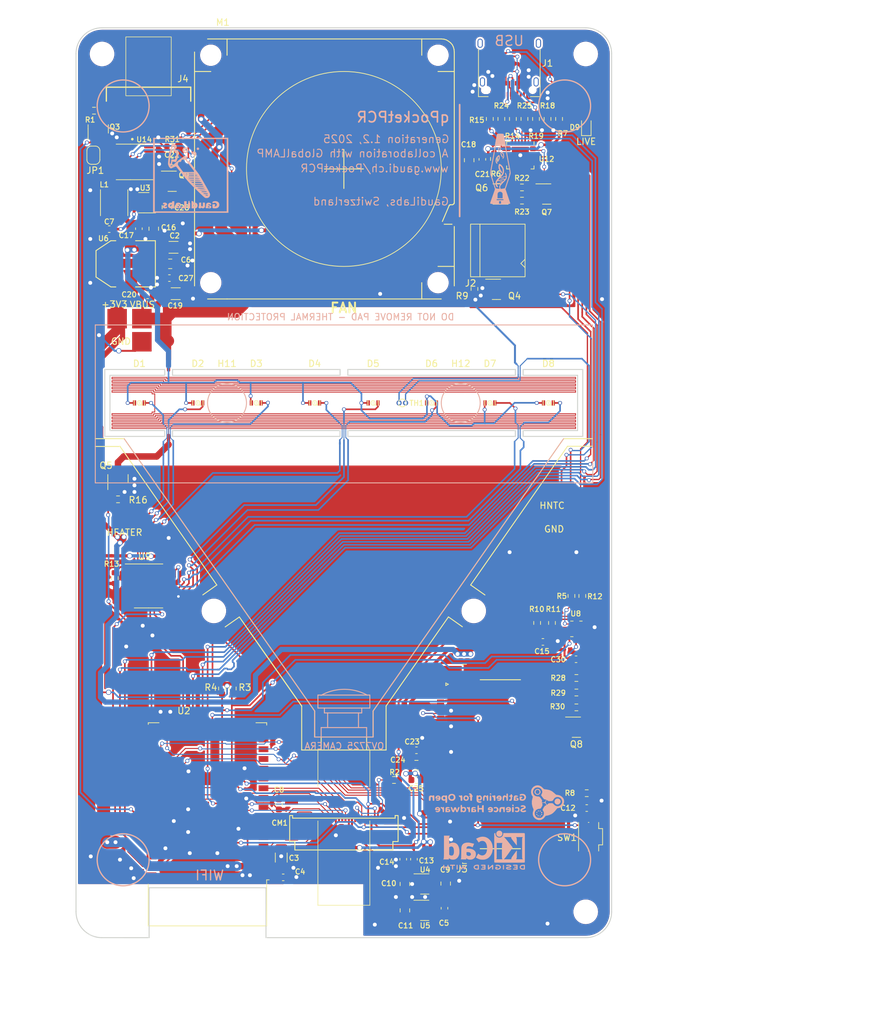
<source format=kicad_pcb>
(kicad_pcb (version 20211014) (generator pcbnew)
  (layers (0 "F.Cu" signal) (31 "B.Cu" signal) (34 "B.Paste" user) (35 "F.Paste" user) (36 "B.SilkS" user "B.Silkscreen") (37 "F.SilkS" user "F.Silkscreen") (38 "B.Mask" user) (39 "F.Mask" user) (44 "Edge.Cuts" user))
  (net 0 "")
  (net 1 "GND")
  (net 2 "+3V3")
  (net 3 "+2V8")
  (net 4 "CSI_VSYNC")
  (net 5 "CSI_HREF")
  (net 6 "+1V2")
  (net 7 "CSI_Y9")
  (net 8 "CSI_XCKL")
  (net 9 "CSI_Y8")
  (net 10 "CSI_Y7")
  (net 11 "CSI_PCLK")
  (net 12 "CSI_Y6")
  (net 13 "CSI_Y2")
  (net 14 "CSI_Y5")
  (net 15 "CSI_Y3")
  (net 16 "CSI_Y4")
  (net 17 "VIN")
  (net 18 "D-")
  (net 19 "D+")
  (net 20 "Net-(C7-Pad1)")
  (net 21 "TFT_MOSI")
  (net 22 "TFT_DC")
  (net 23 "TFT_SCLK")
  (net 24 "TFT_CS")
  (net 25 "Net-(D1-Pad1)")
  (net 26 "CAM_RST")
  (net 27 "CAM_PWDN")
  (net 28 "CC2")
  (net 29 "CC1")
  (net 30 "Net-(J3-Pad4)")
  (net 31 "Net-(J3-Pad3)")
  (net 32 "Net-(J3-Pad2)")
  (net 33 "+5V")
  (net 34 "RTS")
  (net 35 "DTR")
  (net 36 "TX")
  (net 37 "RX")
  (net 38 "Net-(Q8-Pad3)")
  (net 39 "VBUS")
  (net 40 "Net-(D3-Pad1)")
  (net 41 "Net-(D5-Pad1)")
  (net 42 "Net-(D7-Pad1)")
  (net 43 "Net-(C7-Pad2)")
  (net 44 "LID_NTC")
  (net 45 "HEATER_NTC")
  (net 46 "Net-(R12-Pad1)")
  (net 47 "Net-(R13-Pad2)")
  (net 48 "Net-(D2-Pad1)")
  (net 49 "Net-(D4-Pad1)")
  (net 50 "Net-(D6-Pad1)")
  (net 51 "Net-(D8-Pad1)")
  (net 52 "Net-(D9-Pad2)")
  (net 53 "Net-(J2-Pad2)")
  (net 54 "LID_PWM")
  (net 55 "FAN_PWM")
  (net 56 "HEATER_PWM")
  (net 57 "TFT_BACKLIGHT")
  (net 58 "Net-(Q9-Pad1)")
  (net 59 "Net-(Q7-Pad1)")
  (net 60 "Net-(Q6-Pad1)")
  (net 61 "Net-(JP1-Pad1)")
  (net 62 "Net-(JP1-Pad2)")
  (net 81 "IO0")
  (net 82 "Net-(R6-Pad1)")
  (net 83 "Net-(R24-Pad2)")
  (net 84 "Net-(R25-Pad2)")
  (net 85 "TXLED")
  (net 86 "RXLED")
  (net 113 "I2C_SDA")
  (net 114 "I2C_SCL")
  (net 118 "Net-(R14-Pad2)")
  (net 119 "Net-(R15-Pad2)")
  (net 122 "LID_P")
  (footprint "GaudiLabsFootPrints:FFC_MOLEX_EASYON_05mm_24_INVERTED" (layer "F.Cu") (at 100 151.889)
    (fp_text reference "CM1")
    (fp_text value "CAM_OV7725")
  )
  (footprint "GaudiLabsFootPrints:USB_C_Receptacle_Amphenol_12401610E4-2A" (layer "F.Cu") (at 125.48 35.19 180)
    (fp_text reference "J1")
    (fp_text value "USB_C_Receptacle")
  )
  (footprint "GaudiLabsFootPrints:ER-TFT022_1" (layer "F.Cu") (at 116.25 143.24 90)
    (fp_text reference "J3")
    (fp_text value "ER-TFT022-1")
  )
  (footprint "Package_TO_SOT_SMD:SOT-23" (layer "F.Cu") (at 112.446 165.7835)
    (fp_text reference "U5")
    (fp_text value "XC6206P122MR-G")
  )
  (footprint "GaudiLabsFootPrints:LED_SMD_WL-SMCW" (layer "F.Cu") (at 68.5 87.698074 180)
    (fp_text reference "D1")
    (fp_text value "LED WL-SMCW (150060BS84000)" hide)
  )
  (footprint "GaudiLabsFootPrints:LED_SMD_WL-SMCW" (layer "F.Cu") (at 77.5 87.698074 180)
    (fp_text reference "D2")
    (fp_text value "LED WL-SMCW (150060BS84000)" hide)
  )
  (footprint "GaudiLabsFootPrints:LED_SMD_WL-SMCW" (layer "F.Cu") (at 86.5 87.698074 180)
    (fp_text reference "D3")
    (fp_text value "LED WL-SMCW (150060BS84000)" hide)
  )
  (footprint "GaudiLabsFootPrints:LED_SMD_WL-SMCW" (layer "F.Cu") (at 95.5 87.698074 180)
    (fp_text reference "D4")
    (fp_text value "LED WL-SMCW (150060BS84000)" hide)
  )
  (footprint "GaudiLabsFootPrints:LED_SMD_WL-SMCW" (layer "F.Cu") (at 104.5 87.698074 180)
    (fp_text reference "D5")
    (fp_text value "LED WL-SMCW (150060BS84000)" hide)
  )
  (footprint "GaudiLabsFootPrints:LED_SMD_WL-SMCW" (layer "F.Cu") (at 122.5 87.698074 180)
    (fp_text reference "D7")
    (fp_text value "LED WL-SMCW (150060BS84000)" hide)
  )
  (footprint "GaudiLabsFootPrints:LED_SMD_WL-SMCW" (layer "F.Cu") (at 113.5 87.698074 180)
    (fp_text reference "D6")
    (fp_text value "LED WL-SMCW (150060BS84000)" hide)
  )
  (footprint "Resistor_SMD:R_0603_1608Metric" (layer "F.Cu") (at 107.7216 145.72)
    (fp_text reference "R2")
    (fp_text value "4.7k")
  )
  (footprint "Resistor_SMD:R_0603_1608Metric" (layer "F.Cu") (at 82.8804 131.6362 90)
    (fp_text reference "R3")
    (fp_text value "4.7k")
  )
  (footprint "Resistor_SMD:R_0603_1608Metric" (layer "F.Cu") (at 133.147 43.993 90)
    (fp_text reference "R7")
    (fp_text value "1k")
  )
  (footprint "Resistor_SMD:R_0603_1608Metric" (layer "F.Cu") (at 135.814 130.025001 180)
    (fp_text reference "R28")
    (fp_text value "15R")
  )
  (footprint "Resistor_SMD:R_0603_1608Metric" (layer "F.Cu") (at 135.814 132.258 180)
    (fp_text reference "R29")
    (fp_text value "15R")
  )
  (footprint "Resistor_SMD:R_0603_1608Metric" (layer "F.Cu") (at 135.814 134.544 180)
    (fp_text reference "R30")
    (fp_text value "15R")
  )
  (footprint "Resistor_SMD:R_0603_1608Metric" (layer "F.Cu") (at 124.257 43.993 -90)
    (fp_text reference "R24")
    (fp_text value "22R")
  )
  (footprint "Resistor_SMD:R_0603_1608Metric" (layer "F.Cu") (at 131.369 43.993 90)
    (fp_text reference "R18")
    (fp_text value "5k1")
  )
  (footprint "Resistor_SMD:R_0603_1608Metric" (layer "F.Cu") (at 73.572234 48.269483)
    (fp_text reference "R31")
    (fp_text value "100k")
  )
  (footprint "Resistor_SMD:R_0603_1608Metric" (layer "F.Cu") (at 129.591 43.993 -90)
    (fp_text reference "R19")
    (fp_text value "5k1")
  )
  (footprint "Package_TO_SOT_SMD:SOT-23" (layer "F.Cu") (at 112.462 161.7195)
    (fp_text reference "U4")
    (fp_text value "XC6206P282MR-G")
  )
  (footprint "MountingHole:MountingHole_3.2mm_M3" (layer "F.Cu") (at 62.75 34)
    (fp_text reference "H1" hide)
    (fp_text value "CaseMountingHole")
  )
  (footprint "MountingHole:MountingHole_3.2mm_M3" (layer "F.Cu") (at 137.25 34)
    (fp_text reference "H2" hide)
    (fp_text value "CaseMountingHole")
  )
  (footprint "MountingHole:MountingHole_3.2mm_M3" (layer "F.Cu") (at 62.75 166)
    (fp_text reference "H3" hide)
    (fp_text value "CaseMountingHole")
  )
  (footprint "MountingHole:MountingHole_3.2mm_M3" (layer "F.Cu") (at 137.25 166)
    (fp_text reference "H4" hide)
    (fp_text value "CaseMountingHole")
  )
  (footprint "MountingHole:MountingHole_3.2mm_M3" (layer "F.Cu") (at 79.967671 119.703353)
    (fp_text reference "H5" hide)
    (fp_text value "CaseMountingHole")
  )
  (footprint "MountingHole:MountingHole_3.2mm_M3" (layer "F.Cu") (at 120.003581 119.703353)
    (fp_text reference "H6" hide)
    (fp_text value "CaseMountingHole")
  )
  (footprint "Resistor_SMD:R_0603_1608Metric" (layer "F.Cu") (at 129.7688 121.5514 -90)
    (fp_text reference "R10")
    (fp_text value "4.7k")
  )
  (footprint "Resistor_SMD:R_0603_1608Metric" (layer "F.Cu") (at 132.0548 121.5514 -90)
    (fp_text reference "R11")
    (fp_text value "4.7k")
  )
  (footprint "GaudiLabsFootPrints:Fiducial_1mm_Dia_2.54mm_Outer_CopperBottom" (layer "F.Cu") (at 61.75 40)
    (fp_text reference "FID1" hide)
    (fp_text value "Fiducial")
  )
  (footprint "GaudiLabsFootPrints:Fiducial_1mm_Dia_2.54mm_Outer_CopperBottom" (layer "F.Cu") (at 138.25 40)
    (fp_text reference "FID2" hide)
    (fp_text value "Fiducial")
  )
  (footprint "GaudiLabsFootPrints:Fiducial_1mm_Dia_2.54mm_Outer_CopperBottom" (layer "F.Cu") (at 138.25 160)
    (fp_text reference "FID4" hide)
    (fp_text value "Fiducial")
  )
  (footprint "GaudiLabsFootPrints:Fiducial_1mm_Dia_2.54mm_Outer_CopperBottom" (layer "F.Cu") (at 61.75 160)
    (fp_text reference "FID3" hide)
    (fp_text value "Fiducial")
  )
  (footprint "Capacitor_SMD:C_1206_3216Metric" (layer "F.Cu") (at 73.759984 63.751733)
    (fp_text reference "C2")
    (fp_text value "100uF")
  )
  (footprint "Capacitor_SMD:C_0603_1608Metric" (layer "F.Cu") (at 90.6528 160.706)
    (fp_text reference "C4")
    (fp_text value "100nF")
  )
  (footprint "Capacitor_SMD:C_0603_1608Metric" (layer "F.Cu") (at 115.494 165.451 -90)
    (fp_text reference "C5")
    (fp_text value "100nF")
  )
  (footprint "Capacitor_SMD:C_0805_2012Metric" (layer "F.Cu") (at 73.251984 66.291733)
    (fp_text reference "C6")
    (fp_text value "22uF")
  )
  (footprint "Capacitor_SMD:C_0603_1608Metric" (layer "F.Cu") (at 63.853984 60.954483)
    (fp_text reference "C7")
    (fp_text value "100nF")
  )
  (footprint "Capacitor_SMD:C_0603_1608Metric" (layer "F.Cu") (at 89.9924 149.4792 -90)
    (fp_text reference "C8")
    (fp_text value "15pF")
  )
  (footprint "Capacitor_SMD:C_0805_2012Metric" (layer "F.Cu") (at 115.6845 161.656 90)
    (fp_text reference "C9")
    (fp_text value "10uF")
  )
  (footprint "Capacitor_SMD:C_0805_2012Metric" (layer "F.Cu") (at 109.398 161.722 90)
    (fp_text reference "C10")
    (fp_text value "10uF")
  )
  (footprint "Capacitor_SMD:C_0805_2012Metric" (layer "F.Cu") (at 109.398 165.7835 90)
    (fp_text reference "C11")
    (fp_text value "10uF")
  )
  (footprint "Capacitor_SMD:C_0603_1608Metric" (layer "F.Cu") (at 137.405984 150.038 180)
    (fp_text reference "C12")
    (fp_text value "100nF")
  )
  (footprint "Capacitor_SMD:C_0603_1608Metric" (layer "F.Cu") (at 110.795 157.912 -90)
    (fp_text reference "C13")
    (fp_text value "100nF")
  )
  (footprint "Capacitor_SMD:C_0603_1608Metric" (layer "F.Cu") (at 130.6578 124.4724)
    (fp_text reference "C15")
    (fp_text value "100nF")
  )
  (footprint "Capacitor_SMD:C_0603_1608Metric" (layer "F.Cu") (at 69.774 71.13925)
    (fp_text reference "C20")
    (fp_text value "100nF")
  )
  (footprint "Capacitor_SMD:C_0603_1608Metric" (layer "F.Cu") (at 121.336 50.216 -90)
    (fp_text reference "C21")
    (fp_text value "100nF")
  )
  (footprint "Capacitor_SMD:C_0603_1608Metric" (layer "F.Cu") (at 111.176 141.148)
    (fp_text reference "C23")
    (fp_text value "100nF")
  )
  (footprint "Capacitor_SMD:C_0805_2012Metric" (layer "F.Cu") (at 111.176 143.434)
    (fp_text reference "C24")
    (fp_text value "10uF")
  )
  (footprint "Capacitor_SMD:C_0603_1608Metric" (layer "F.Cu") (at 111.176 145.72)
    (fp_text reference "C25")
    (fp_text value "100nF")
  )
  (footprint "Capacitor_SMD:C_0603_1608Metric" (layer "F.Cu") (at 73.124984 68.482483)
    (fp_text reference "C27")
    (fp_text value "100nF")
  )
  (footprint "Capacitor_SMD:C_0805_2012Metric" (layer "F.Cu") (at 72.743984 57.573983 -90)
    (fp_text reference "C28")
    (fp_text value "22uF")
  )
  (footprint "Package_TO_SOT_SMD:SOT-23" (layer "F.Cu") (at 62.161984 45.528233 90)
    (fp_text reference "Q3")
    (fp_text value "Q_NMOS_GSD")
  )
  (footprint "Package_TO_SOT_SMD:SOT-23" (layer "F.Cu") (at 123.5 70.216)
    (fp_text reference "Q4")
    (fp_text value "Q_NMOS_GSD - AO3420")
  )
  (footprint "Package_TO_SOT_SMD:SOT-23" (layer "F.Cu") (at 65.202 99.365 90)
    (fp_text reference "Q5")
    (fp_text value "Q_NMOS_GSD")
  )
  (footprint "Package_TO_SOT_SMD:SOT-23" (layer "F.Cu") (at 135.814 137.592)
    (fp_text reference "Q8")
    (fp_text value "Q_NMOS_GSD")
  )
  (footprint "GaudiLabsFootPrints:JSP_PH_20_SMD_RIGHT_ANGLE" (layer "F.Cu") (at 124.462 64.234 90)
    (fp_text reference "J2")
    (fp_text value "FAN_12V")
  )
  (footprint "LED_SMD:LED_0603_1608Metric" (layer "F.Cu") (at 137.338 45.073 90)
    (fp_text reference "D9")
    (fp_text value "LED green")
  )
  (footprint "Resistor_SMD:R_0603_1608Metric" (layer "F.Cu") (at 127.813 43.993 -90)
    (fp_text reference "R25")
    (fp_text value "22R")
  )
  (footprint "Resistor_SMD:R_0603_1608Metric" (layer "F.Cu") (at 127.432 56.566)
    (fp_text reference "R23")
    (fp_text value "10k")
  )
  (footprint "Package_TO_SOT_SMD:SOT-23" (layer "F.Cu") (at 123.622 55.55 180)
    (fp_text reference "Q6")
    (fp_text value "BC847_NPN_BEC")
  )
  (footprint "Package_TO_SOT_SMD:SOT-23" (layer "F.Cu") (at 131.242 55.55)
    (fp_text reference "Q7")
    (fp_text value "BC847_NPN_BEC")
  )
  (footprint "Jumper:SolderJumper-2_P1.3mm_Bridged_RoundedPad1.0x1.5mm" (layer "F.Cu") (at 61.415584 49.575283 90)
    (fp_text reference "JP1")
    (fp_text value "Jumper")
  )
  (footprint "GaudiLabsFootPrints:SW_SPST_KMS221GLFS" (layer "F.Cu") (at 137.697984 154.45 -90)
    (fp_text reference "SW1")
    (fp_text value "SW_Push")
  )
  (footprint "GaudiLabsFootPrints:PAD_SMD_3mm" (layer "F.Cu") (at 135.941 103.302)
    (fp_text reference "X1" hide)
    (fp_text value "PAD")
  )
  (footprint "GaudiLabsFootPrints:PAD_SMD_3mm" (layer "F.Cu") (at 135.941 106.985)
    (fp_text reference "X4" hide)
    (fp_text value "PAD")
  )
  (footprint "GaudiLabsFootPrints:PAD_SMD_3mm" (layer "F.Cu") (at 68.885 74.727)
    (fp_text reference "X5" hide)
    (fp_text value "PAD")
  )
  (footprint "GaudiLabsFootPrints:PAD_SMD_3mm" (layer "F.Cu") (at 65.075 74.727)
    (fp_text reference "X7" hide)
    (fp_text value "PAD")
  )
  (footprint "GaudiLabsFootPrints:MountingHole_2.6mm" (layer "F.Cu") (at 118 87.698074)
    (fp_text reference "H12")
    (fp_text value "HeatblockMountingHole")
  )
  (footprint "GaudiLabsFootPrints:MountingHole_2.6mm" (layer "F.Cu") (at 82 87.698074)
    (fp_text reference "H11")
    (fp_text value "HeatblockMountingHole")
  )
  (footprint "GaudiLabsFootPrints:Thermistor_Throughole" (layer "F.Cu") (at 109 87.698074 180)
    (fp_text reference "TH1")
    (fp_text value "Thermistor_NTC")
  )
  (footprint "Resistor_SMD:R_0603_1608Metric" (layer "F.Cu") (at 127.432 54.534)
    (fp_text reference "R22")
    (fp_text value "10k")
  )
  (footprint "Resistor_SMD:R_0603_1608Metric" (layer "F.Cu") (at 81.2294 131.6362 -90)
    (fp_text reference "R4")
    (fp_text value "4.7k")
  )
  (footprint "Capacitor_SMD:C_0603_1608Metric" (layer "F.Cu") (at 109.144 157.912 -90)
    (fp_text reference "C14")
    (fp_text value "100nF")
  )
  (footprint "Resistor_SMD:R_0603_1608Metric" (layer "F.Cu") (at 137.405984 147.752)
    (fp_text reference "R8")
    (fp_text value "1k")
  )
  (footprint "Package_TO_SOT_SMD:SOT-23" (layer "F.Cu") (at 73.551468 53.584716)
    (fp_text reference "Q9")
    (fp_text value "Q_NMOS_GSD")
  )
  (footprint "Capacitor_SMD:C_0603_1608Metric" (layer "F.Cu") (at 73.572234 50.555483 180)
    (fp_text reference "C22")
    (fp_text value "1uF")
  )
  (footprint "GaudiLabsFootPrints:PAD_SMD_3mm" (layer "F.Cu") (at 68.885 78.283)
    (fp_text reference "X2" hide)
    (fp_text value "PAD")
  )
  (footprint "GaudiLabsFootPrints:PAD_SMD_3mm" (layer "F.Cu") (at 66.211984 105.328233)
    (fp_text reference "X8" hide)
    (fp_text value "PAD")
  )
  (footprint "Capacitor_SMD:C_0805_2012Metric" (layer "F.Cu") (at 119.304 50.343 -90)
    (fp_text reference "C18")
    (fp_text value "22uF")
  )
  (footprint "GaudiLabsFootPrints:PAD_SMD_2x1mm" (layer "F.Cu") (at 91.942 149.022)
    (fp_text reference "X3" hide)
    (fp_text value "MountPad3")
  )
  (footprint "GaudiLabsFootPrints:PAD_SMD_2x1mm" (layer "F.Cu") (at 108.052 149.022)
    (fp_text reference "X6" hide)
    (fp_text value "MountPad3")
  )
  (footprint "Capacitor_SMD:C_1206_3216Metric" (layer "F.Cu") (at 90.348 157.658 90)
    (fp_text reference "C3")
    (fp_text value "100uF")
  )
  (footprint "Capacitor_SMD:C_1206_3216Metric" (layer "F.Cu") (at 74.092 70.88525)
    (fp_text reference "C19")
    (fp_text value "100uF")
  )
  (footprint "Package_SO:TSSOP-16_4.4x5mm_P0.65mm" (layer "F.Cu") (at 67.124234 50.611483 180)
    (fp_text reference "U14")
    (fp_text value "IP2721_MAX12")
  )
  (footprint "Capacitor_SMD:C_0603_1608Metric" (layer "F.Cu") (at 135.7632 127.1394)
    (fp_text reference "C30")
    (fp_text value "100nF")
  )
  (footprint "GaudiLabsFootPrints:LED_SMD_WL-SMCW" (layer "F.Cu") (at 131.5 87.698074 180)
    (fp_text reference "D8")
    (fp_text value "LED WL-SMCW (150060BS84000)" hide)
  )
  (footprint "RF_Module:ESP32-S2-WROVER" (layer "F.Cu") (at 78.992 148.715 180)
    (fp_text reference "U2")
    (fp_text value "ESP32-S2-WROVER")
  )
  (footprint "GaudiLabsFootPrints:SOT-223" (layer "F.Cu") (at 66.393984 66.291733 90)
    (fp_text reference "U6")
    (fp_text value "TLV1117-33")
  )
  (footprint "Package_TO_SOT_SMD:TSOT-23-6" (layer "F.Cu") (at 69.187984 56.890483 180)
    (fp_text reference "U3")
    (fp_text value "AP63205WU")
  )
  (footprint "Resistor_SMD:R_0603_1608Metric" (layer "F.Cu") (at 65.211984 102.528233 180)
    (fp_text reference "R16")
    (fp_text value "4k7")
  )
  (footprint "Package_DFN_QFN:QFN-24-1EP_4x4mm_P0.5mm_EP2.6x2.6mm" (layer "F.Cu") (at 127.178 49.581 -90)
    (fp_text reference "U12")
    (fp_text value "CP2104")
  )
  (footprint "Package_DFN_QFN:Texas_R-PUQFN-N10" (layer "F.Cu") (at 135.814 122.4658 180)
    (fp_text reference "U8")
    (fp_text value "TLA2024")
  )
  (footprint "Resistor_SMD:R_0603_1608Metric" (layer "F.Cu") (at 61.511984 42.728233 180)
    (fp_text reference "R1")
    (fp_text value "4k7")
  )
  (footprint "Inductor_SMD:L_Vishay_IFSC-1515AH_4x4x1.8mm" (layer "F.Cu") (at 64.615984 56.890483 -90)
    (fp_text reference "L1")
    (fp_text value "4.7uH")
  )
  (footprint "Capacitor_SMD:C_0805_2012Metric" (layer "F.Cu") (at 70.711984 60.888483 -90)
    (fp_text reference "C16")
    (fp_text value "22uF")
  )
  (footprint "Capacitor_SMD:C_0603_1608Metric" (layer "F.Cu") (at 68.425984 60.888483 -90)
    (fp_text reference "C17")
    (fp_text value "100nF")
  )
  (footprint "Resistor_SMD:R_0603_1608Metric" (layer "F.Cu") (at 120.111984 70.153233 90)
    (fp_text reference "R9")
    (fp_text value "4k7")
  )
  (footprint "Resistor_SMD:R_0603_1608Metric" (layer "F.Cu") (at 135.052 117.398 -90)
    (fp_text reference "R5")
    (fp_text value "10k")
  )
  (footprint "GaudiLabsLogos:Peace_logo" (layer "F.Cu") (at 125.431984 114.608233)
    (fp_text reference "X13" hide)
    (fp_text value "PEACE LOGO" hide)
  )
  (footprint "GaudiLabsFootPrints:GCT_FFC3B07-06-T" (layer "F.Cu") (at 69.911984 43.058233 180)
    (fp_text reference "J4")
    (fp_text value "Conn_01x06_Female")
  )
  (footprint "Resistor_SMD:R_0603_1608Metric" (layer "F.Cu") (at 123.114 50.153 90)
    (fp_text reference "R6")
    (fp_text value "10k")
  )
  (footprint "Resistor_SMD:R_0603_1608Metric" (layer "F.Cu") (at 64.705984 114.652233 90)
    (fp_text reference "R13")
    (fp_text value "720 0.1%")
  )
  (footprint "Package_SO:TSSOP-20_4.4x6.5mm_P0.65mm" (layer "F.Cu") (at 69.912984 115.859233)
    (fp_text reference "U9")
    (fp_text value "TLC59108xPW")
  )
  (footprint "Resistor_SMD:R_0603_1608Metric" (layer "F.Cu") (at 136.7284 117.398 90)
    (fp_text reference "R12")
    (fp_text value "1k")
  )
  (footprint "GaudiLabsFootPrints:4010FanRadial" (layer "F.Cu") (at 97 51.692091)
    (fp_text reference "M1")
    (fp_text value "Fan")
  )
  (footprint "Resistor_SMD:R_0603_1608Metric" (layer "F.Cu") (at 126.035 43.993 -90)
    (fp_text reference "R14")
    (fp_text value "22R")
  )
  (footprint "Resistor_SMD:R_0603_1608Metric" (layer "F.Cu") (at 122.479 43.993 -90)
    (fp_text reference "R15")
    (fp_text value "22R")
  )
  (footprint "GaudiLabsLogos:GaudiLabs_12" (layer "B.Cu") (at 76.411984 52.678233 180)
    (fp_text reference "X11" hide)
    (fp_text value "GaudiLabs Logo" hide)
  )
  (footprint "GaudiLabsLogos:GOSH_Logo_21mm" (layer "B.Cu") (at 123.506984 149.133233 180)
    (fp_text reference "X9" hide)
    (fp_text value "GOSH LOGO" hide)
  )
  (footprint "GaudiLabsLogos:GlobalLampLogo" (layer "B.Cu") (at 124.141984 51.724233 180)
    (fp_text reference "X10" hide)
    (fp_text value "GlobalLampLogo" hide)
  )
  (footprint "Symbol:KiCad-Logo2_5mm_SilkScreen" (layer "B.Cu") (at 121.601984 156.499233 180)
    (fp_text reference "X12" hide)
    (fp_text value "KiCad Logo" hide)
  )
  (gr_circle (center 82 87.698074) (end 85 87.698074) (layer "B.SilkS") (width 0.15) (fill none))
  (gr_line (start 104.500748 135.105834) (end 133.844561 93.198909) (layer "B.SilkS") (width 0.150001))
  (gr_line (start 104.500748 139.106538) (end 104.500748 135.105834) (layer "B.SilkS") (width 0.150001))
  (gr_line (start 95.499252 135.105834) (end 95.499252 139.106893) (layer "B.SilkS") (width 0.150001))
  (gr_line (start 66.155793 93.198909) (end 95.499394 135.105834) (layer "B.SilkS") (width 0.150001))
  (gr_line (start 95.499252 139.106538) (end 104.501102 139.106538) (layer "B.SilkS") (width 0.150001))
  (gr_line (start 103.5 137.65) (end 96.5 137.65) (layer "B.SilkS") (width 0.15))
  (gr_line (start 97 135.4) (end 102.75 135.4) (layer "B.SilkS") (width 0.15))
  (gr_line (start 104 134.65) (end 96 134.65) (layer "B.SilkS") (width 0.15))
  (gr_circle (center 66 158) (end 70 158) (layer "B.SilkS") (width 0.2) (fill none))
  (gr_line (start 96 132.65) (end 96 134.65) (layer "B.SilkS") (width 0.15))
  (gr_circle (center 134 158) (end 138 158) (layer "B.SilkS") (width 0.2) (fill none))
  (gr_circle (center 118 87.698074) (end 121 87.698074) (layer "B.SilkS") (width 0.15) (fill none))
  (gr_circle (center 66 42) (end 70 42) (layer "B.SilkS") (width 0.2) (fill none))
  (gr_line (start 102.75 134.65) (end 102.75 135.4) (layer "B.SilkS") (width 0.15))
  (gr_line (start 61.7095 75.695962) (end 138.2905 75.695962) (layer "B.SilkS") (width 0.15))
  (gr_line (start 104 132.65) (end 104 134.65) (layer "B.SilkS") (width 0.15))
  (gr_line (start 138.354 100) (end 61.7095 100) (layer "B.SilkS") (width 0.15))
  (gr_line (start 103.5 137.65) (end 103.5 139.15) (layer "B.SilkS") (width 0.15))
  (gr_line (start 138.2905 75.695962) (end 138.354 100) (layer "B.SilkS") (width 0.15))
  (gr_line (start 61.7095 100) (end 61.7095 75.695962) (layer "B.SilkS") (width 0.15))
  (gr_line (start 117.832 41.8) (end 117.832 59) (layer "B.SilkS") (width 0.26))
  (gr_line (start 97 134.65) (end 97 135.4) (layer "B.SilkS") (width 0.15))
  (gr_line (start 97.5 135.4) (end 97.5 137.65) (layer "B.SilkS") (width 0.15))
  (gr_line (start 96 132.65) (end 104 132.65) (layer "B.SilkS") (width 0.15))
  (gr_line (start 96.5 137.65) (end 96.5 139.15) (layer "B.SilkS") (width 0.15))
  (gr_circle (center 134 42) (end 138 42) (layer "B.SilkS") (width 0.2) (fill none))
  (gr_line (start 102.25 135.4) (end 102.25 137.65) (layer "B.SilkS") (width 0.15))
  (gr_arc (start 96.486784 132.696613) (mid 100.023434 131.76775) (end 103.571999 132.650001) (layer "B.SilkS") (width 0.15))
  (gr_line (start 121 156.295501) (end 127.203655 156.295501) (layer "F.SilkS") (width 0.15))
  (gr_line (start 65.531004 94.399227) (end 61.694028 94.399227) (layer "F.SilkS") (width 0.150001))
  (gr_line (start 93.499077 141.107068) (end 93.499077 134.34177) (layer "F.SilkS") (width 0.150001))
  (gr_line (start 104.500748 139.106538) (end 104.500748 135.105834) (layer "F.SilkS") (width 0.150001))
  (gr_line (start 96 146.736) (end 96 141.148) (layer "F.SilkS") (width 0.1))
  (gr_line (start 96 165) (end 104 165) (layer "F.SilkS") (width 0.1))
  (gr_line (start 80.42657 115.715503) (end 65.501593 94.368916) (layer "F.SilkS") (width 0.150001))
  (gr_line (start 100 48.692091) (end 100 54.692091) (layer "F.SilkS") (width 0.15))
  (gr_line (start 95.499252 135.105834) (end 95.499252 139.106893) (layer "F.SilkS") (width 0.150001))
  (gr_rect (start 66.411984 31.378233) (end 73.411984 40.428233) (layer "F.SilkS") (width 0.1) (fill none))
  (gr_line (start 133.844561 93.198909) (end 138.306326 93.198909) (layer "F.SilkS") (width 0.150001))
  (gr_line (start 96 152.02) (end 96 165.02) (layer "F.SilkS") (width 0.1))
  (gr_line (start 93.499077 134.34177) (end 83.900187 120.633378) (layer "F.SilkS") (width 0.150001))
  (gr_line (start 103.50066 139.106538) (end 103.50066 141.106713) (layer "F.SilkS") (width 0.150001))
  (gr_line (start 61.693674 93.198909) (end 66.155793 93.198909) (layer "F.SilkS") (width 0.150001))
  (gr_line (start 95.499252 139.106538) (end 104.501102 139.106538) (layer "F.SilkS") (width 0.150001))
  (gr_line (start 138.291803 94.369115) (end 134.445606 94.369104) (layer "F.SilkS") (width 0.150001))
  (gr_line (start 134.445748 94.368998) (end 119.520771 115.715584) (layer "F.SilkS") (width 0.150001))
  (gr_line (start 106.501277 134.34177) (end 106.501277 141.107068) (layer "F.SilkS") (width 0.150001))
  (gr_line (start 106.501277 141.107068) (end 93.499077 141.107068) (layer "F.SilkS") (width 0.150001))
  (gr_line (start 78.274273 117.232705) (end 80.42657 115.715503) (layer "F.SilkS") (width 0.150001))
  (gr_line (start 96.499694 139.106538) (end 96.499694 141.106713) (layer "F.SilkS") (width 0.150001))
  (gr_line (start 97 51.692091) (end 103 51.692091) (layer "F.SilkS") (width 0.15))
  (gr_line (start 116.099919 120.633272) (end 106.501029 134.341664) (layer "F.SilkS") (width 0.150001))
  (gr_line (start 104 141.148) (end 104 146.736) (layer "F.SilkS") (width 0.1))
  (gr_line (start 104 152) (end 104 165) (layer "F.SilkS") (width 0.1))
  (gr_line (start 66.155793 93.198909) (end 95.499394 135.105834) (layer "F.SilkS") (width 0.150001))
  (gr_line (start 104.500748 135.105834) (end 133.844561 93.198909) (layer "F.SilkS") (width 0.150001))
  (gr_line (start 119.542106 115.717533) (end 121.724398 117.245665) (layer "F.SilkS") (width 0.150001))
  (gr_line (start 118.25071 122.137301) (end 116.098403 120.620099) (layer "F.SilkS") (width 0.150001))
  (gr_line (start 93.499077 134.34177) (end 85.154513 122.424746) (layer "F.SilkS") (width 0.150001))
  (gr_line (start 121 130.295501) (end 127.203655 130.295501) (layer "F.SilkS") (width 0.15))
  (gr_line (start 83.900435 120.633272) (end 81.718143 122.161403) (layer "F.SilkS") (width 0.150001))
  (gr_line (start 70 162.3) (end 88 162.3) (layer "Edge.Cuts") (width 0.15))
  (gr_line (start 72.411984 82.548251) (end 63.173309 82.548251) (layer "Edge.Cuts") (width 0.150001))
  (gr_line (start 72.411984 83.448251) (end 63.973309 83.448074) (layer "Edge.Cuts") (width 0.150001))
  (gr_line (start 72.411984 91.948075) (end 72.411984 92.848075) (layer "Edge.Cuts") (width 0.15))
  (gr_line (start 73.611984 82.548251) (end 73.611984 83.448074) (layer "Edge.Cuts") (width 0.15))
  (gr_line (start 126.411984 82.548251) (end 126.411984 83.448074) (layer "Edge.Cuts") (width 0.15))
  (gr_line (start 73.611984 91.948075) (end 73.611984 92.848075) (layer "Edge.Cuts") (width 0.15))
  (gr_line (start 126.411984 91.948075) (end 126.411984 92.848075) (layer "Edge.Cuts") (width 0.15))
  (gr_line (start 127.611984 91.948075) (end 127.611984 92.848075) (layer "Edge.Cuts") (width 0.15))
  (gr_line (start 127.611984 82.548251) (end 127.611984 83.448074) (layer "Edge.Cuts") (width 0.15))
  (gr_line (start 135.998276 91.948075) (end 135.998276 83.448074) (layer "Edge.Cuts") (width 0.15))
  (gr_line (start 136.798276 82.548251) (end 136.798276 92.848075) (layer "Edge.Cuts") (width 0.15))
  (gr_line (start 73.611984 83.448074) (end 99.411984 83.448074) (layer "Edge.Cuts") (width 0.15))
  (gr_line (start 88 162.3) (end 88 169.981846) (layer "Edge.Cuts") (width 0.15))
  (gr_line (start 141.241405 33.963397) (end 141.241405 165.994786) (layer "Edge.Cuts") (width 0.15))
  (gr_arc (start 62.728467 169.982023) (mid 59.909091 168.814176) (end 58.74123 165.994786) (layer "Edge.Cuts") (width 0.15))
  (gr_line (start 70 169.981846) (end 62.728467 169.981669) (layer "Edge.Cuts") (width 0.150001))
  (gr_line (start 100.611984 82.548251) (end 100.611984 83.448074) (layer "Edge.Cuts") (width 0.15))
  (gr_line (start 100.611984 91.948075) (end 100.611984 92.848075) (layer "Edge.Cuts") (width 0.15))
  (gr_line (start 100.611984 91.948075) (end 126.411984 91.948075) (layer "Edge.Cuts") (width 0.15))
  (gr_line (start 99.411984 91.948075) (end 99.411984 92.848075) (layer "Edge.Cuts") (width 0.15))
  (gr_line (start 63.173309 82.548251) (end 63.173309 92.848075) (layer "Edge.Cuts") (width 0.150001))
  (gr_line (start 72.411984 82.548251) (end 72.411984 83.448074) (layer "Edge.Cuts") (width 0.15))
  (gr_arc (start 58.741407 33.963574) (mid 59.909188 31.144293) (end 62.728467 29.976514) (layer "Edge.Cuts") (width 0.15))
  (gr_line (start 73.611984 92.848075) (end 99.411984 92.848075) (layer "Edge.Cuts") (width 0.15))
  (gr_line (start 63.973309 83.448074) (end 63.973309 91.948075) (layer "Edge.Cuts") (width 0.150001))
  (gr_line (start 127.611984 83.448074) (end 135.998276 83.448074) (layer "Edge.Cuts") (width 0.15))
  (gr_line (start 127.611984 82.548251) (end 136.798276 82.548251) (layer "Edge.Cuts") (width 0.15))
  (gr_line (start 63.973309 91.948075) (end 72.411984 91.948075) (layer "Edge.Cuts") (width 0.15))
  (gr_line (start 70 169.981846) (end 70 162.3) (layer "Edge.Cuts") (width 0.15))
  (gr_line (start 100.611984 82.548251) (end 126.411984 82.548251) (layer "Edge.Cuts") (width 0.15))
  (gr_line (start 137.254168 29.976514) (end 62.728467 29.976514) (layer "Edge.Cuts") (width 0.150001))
  (gr_arc (start 137.254168 29.97616) (mid 140.073592 31.143983) (end 141.241405 33.963397) (layer "Edge.Cuts") (width 0.15))
  (gr_line (start 88 169.981846) (end 137.254168 169.981846) (layer "Edge.Cuts") (width 0.15))
  (gr_line (start 127.611984 91.948075) (end 135.998276 91.948075) (layer "Edge.Cuts") (width 0.15))
  (gr_line (start 73.611984 82.548251) (end 99.411984 82.548251) (layer "Edge.Cuts") (width 0.15))
  (gr_line (start 73.611984 91.948075) (end 99.411984 91.948075) (layer "Edge.Cuts") (width 0.15))
  (gr_line (start 100.611984 83.448074) (end 126.411984 83.448074) (layer "Edge.Cuts") (width 0.15))
  (gr_line (start 63.173309 92.848075) (end 72.411984 92.848075) (layer "Edge.Cuts") (width 0.15))
  (gr_arc (start 141.241228 165.994786) (mid 140.073448 168.814061) (end 137.254168 169.981846) (layer "Edge.Cuts") (width 0.15))
  (gr_line (start 127.611984 92.848075) (end 136.798276 92.848075) (layer "Edge.Cuts") (width 0.15))
  (gr_line (start 100.611984 92.848075) (end 126.411984 92.848075) (layer "Edge.Cuts") (width 0.15))
  (gr_line (start 99.411984 82.548251) (end 99.411984 83.448074) (layer "Edge.Cuts") (width 0.15))
  (gr_line (start 58.741407 33.963574) (end 58.74123 165.994786) (layer "Edge.Cuts") (width 0.150001))
  (gr_text "GaudiLabs, Switzerland" (at 105.722 56.7) (layer "B.SilkS") (effects (font (size 1.2 1.2)) (justify mirror)))
  (gr_text "USB" (at 125.461984 31.978233) (layer "B.SilkS") (effects (font (size 1.5 1.5) (thickness 0.2)) (justify mirror)))
  (gr_text "www.gaudi.ch/PocketPCR" (at 104.722 51.6) (layer "B.SilkS") (effects (font (size 1.2 1.2)) (justify mirror)))
  (gr_text "WIFI" (at 79.322 160.4) (layer "B.SilkS") (effects (font (size 1.5 1.5) (thickness 0.2)) (justify mirror)))
  (gr_text "DO NOT REMOVE PAD - THERMAL PROTECTION\n" (at 99.492 74.473) (layer "B.SilkS") (effects (font (size 1 1)) (justify mirror)))
  (gr_text "A collaboration with GlobalLAMP\n" (at 101.322 49.3) (layer "B.SilkS") (effects (font (size 1.2 1.2)) (justify mirror)))
  (gr_text "OV7725 CAMERA" (at 100.072 140.5) (layer "B.SilkS") (effects (font (size 1 1)) (justify mirror)))
  (gr_text "Generation 1.2, 2025" (at 106.522 47.1) (layer "B.SilkS") (effects (font (size 1.2 1.2)) (justify mirror)))
  (gr_text "qPocketPCR" (at 109.111984 43.728233) (layer "B.SilkS") (effects (font (size 1.6 1.6) (thickness 0.25)) (justify mirror)))
  (gr_text "HEATER\n" (at 66.211984 107.628233) (layer "F.SilkS") (effects (font (size 1 1))))
  (gr_text "GND" (at 132.385 107.112) (layer "F.SilkS") (effects (font (size 1 1))))
  (gr_text "HNTC" (at 132.0675 103.4925) (layer "F.SilkS") (effects (font (size 1 1))))
  (gr_text "FAN" (at 100 73.076) (layer "F.SilkS") (effects (font (size 1.5 1.5) (thickness 0.3))))
  (gr_text "+3V3" (at 64.661984 72.528233) (layer "F.SilkS") (effects (font (size 1 1))))
  (gr_text "GND" (at 65.661984 78.228233) (layer "F.SilkS") (effects (font (size 1 1))))
  (gr_text "LIVE" (at 137.311984 47.478233) (layer "F.SilkS") (effects (font (size 1 1))))
  (gr_text "VBUS" (at 68.961984 72.578233) (layer "F.SilkS") (effects (font (size 1 1))))
  (segment (start 116.383 140.64) (end 116.383 140.513) (width 0.25) (layer "F.Cu") (net 1))
  (segment (start 116.383 141.402) (end 116.383 141.021) (width 0.25) (layer "F.Cu") (net 1))
  (segment (start 120.111984 71.661484) (end 120.2565 71.806) (width 0.25) (layer "F.Cu") (net 1))
  (segment (start 67.869 79.68) (end 65.329 79.68) (width 0.3) (layer "F.Cu") (net 1))
  (segment (start 116.129 155.481) (end 116.129 155.118) (width 0.1524) (layer "F.Cu") (net 1))
  (segment (start 86.0764 160.2058) (end 85.6954 160.2058) (width 0.3) (layer "F.Cu") (net 1))
  (segment (start 66.152 101.331) (end 66.218 101.397) (width 0.3) (layer "F.Cu") (net 1))
  (segment (start 70.2318 160.4012) (end 68.0468 160.4012) (width 0.3) (layer "F.Cu") (net 1))
  (segment (start 116.383 140.005) (end 116.383 139.497) (width 0.25) (layer "F.Cu") (net 1))
  (segment (start 114.9 137.49) (end 116.358 137.49) (width 0.1524) (layer "F.Cu") (net 1))
  (segment (start 67.050484 117.484233) (end 65.441984 117.484233) (width 0.25) (layer "F.Cu") (net 1))
  (segment (start 122.876 37.389) (end 122.241 36.754) (width 0.3) (layer "F.Cu") (net 1))
  (segment (start 116.002 154.483) (end 116.129 154.483) (width 0.1524) (layer "F.Cu") (net 1))
  (segment (start 114.9 138.99) (end 116.382 138.99) (width 0.1524) (layer "F.Cu") (net 1))
  (segment (start 62.611984 42.453233) (end 62.336984 42.728233) (width 0.25) (layer "F.Cu") (net 1))
  (segment (start 66.152 100.365) (end 67.726 100.365) (width 0.3) (layer "F.Cu") (net 1))
  (segment (start 70.7115 71.13925) (end 70.7115 69.677749) (width 0.3) (layer "F.Cu") (net 1))
  (segment (start 116.35 136.99) (end 116.383 136.957) (width 0.1524) (layer "F.Cu") (net 1))
  (segment (start 116.36 140.49) (end 116.383 140.513) (width 0.1524) (layer "F.Cu") (net 1))
  (segment (start 70.633484 70.053233) (end 71.219984 69.466733) (width 0.3) (layer "F.Cu") (net 1))
  (segment (start 114.9 141.99) (end 116.336 141.99) (width 0.1524) (layer "F.Cu") (net 1))
  (segment (start 138.497984 152.4) (end 138.497984 156.5) (width 0.3) (layer "F.Cu") (net 1))
  (segment (start 137.4396 127.1394) (end 136.5382 127.1394) (width 0.25) (layer "F.Cu") (net 1))
  (segment (start 106.511984 150.978233) (end 106.511984 151.228233) (width 0.25) (layer "F.Cu") (net 1))
  (segment (start 116.383 137.465) (end 116.383 136.957) (width 0.25) (layer "F.Cu") (net 1))
  (segment (start 66.152 101.331) (end 67.676 101.331) (width 0.3) (layer "F.Cu") (net 1))
  (segment (start 66.152 100.365) (end 66.152 99.812) (width 0.3) (layer "F.Cu") (net 1))
  (segment (start 128.23 40.21) (end 128.23 40.838) (width 0.3) (layer "F.Cu") (net 1))
  (segment (start 75.492 70.88525) (end 75.997 70.88525) (width 0.3) (layer "F.Cu") (net 1))
  (segment (start 137.511984 123.478233) (end 137.448608 123.541609) (width 0.25) (layer "F.Cu") (net 1))
  (segment (start 139.691984 151.181) (end 139.691984 148.895) (width 0.3) (layer "F.Cu") (net 1))
  (segment (start 84.5524 160.2058) (end 84.3824 160.3758) (width 0.3) (layer "F.Cu") (net 1))
  (segment (start 116.383 144.069) (end 116.383 143.434) (width 0.25) (layer "F.Cu") (net 1))
  (segment (start 120.889233 70.978233) (end 121.082 71.171) (width 0.25) (layer "F.Cu") (net 1))
  (segment (start 114.9 139.49) (end 116.376 139.49) (width 0.1524) (layer "F.Cu") (net 1))
  (segment (start 68.0468 160.4012) (end 67.6228 160.8252) (width 0.3) (layer "F.Cu") (net 1))
  (segment (start 71.156484 68.514233) (end 71.219984 68.450733) (width 0.3) (layer "F.Cu") (net 1))
  (segment (start 67.726 100.365) (end 67.98 100.365) (width 0.3) (layer "F.Cu") (net 1))
  (segment (start 105.25 150.740217) (end 105.511984 150.478233) (width 0.25) (layer "F.Cu") (net 1))
  (segment (start 135.941 110.541) (end 135.814 110.668) (width 0.3) (layer "F.Cu") (net 1))
  (segment (start 128.48 37.532) (end 128.464 37.516) (width 0.3) (layer "F.Cu") (net 1))
  (segment (start 114.9 143.49) (end 116.327 143.49) (width 0.1524) (layer "F.Cu") (net 1))
  (segment (start 128.25 40.818) (end 131.385 40.818) (width 0.3) (layer "F.Cu") (net 1))
  (segment (start 116.28 145.49) (end 116.383 145.593) (width 0.1524) (layer "F.Cu") (net 1))
  (segment (start 67.726 100.365) (end 67.742 100.381) (width 0.3) (layer "F.Cu") (net 1))
  (segment (start 71.411984 45.508233) (end 71.411984 46.828233) (width 0.25) (layer "F.Cu") (net 1))
  (segment (start 127.928 47.6435) (end 127.928 46.562217) (width 0.25) (layer "F.Cu") (net 1))
  (segment (start 114.9 136.99) (end 116.35 136.99) (width 0.1524) (layer "F.Cu") (net 1))
  (segment (start 112.1135 139.2915) (end 112.065 139.243) (width 0.3) (layer "F.Cu") (net 1))
  (segment (start 75.918984 65.783733) (end 76.680984 65.783733) (width 0.3) (layer "F.Cu") (net 1))
  (segment (start 98.75 151.689) (end 98.75 154.216249) (width 0.25) (layer "F.Cu") (net 1))
  (segment (start 116.629 146.49) (end 116.637 146.482) (width 0.25) (layer "F.Cu") (net 1))
  (segment (start 89.9038 150.2542) (end 88.9256 149.276) (width 0.17) (layer "F.Cu") (net 1))
  (segment (start 74.775984 66.291733) (end 75.664984 66.291733) (width 0.3) (layer "F.Cu") (net 1))
  (segment (start 131.385 40.818) (end 131.385 39.929) (width 0.3) (layer "F.Cu") (net 1))
  (segment (start 128.48 39.024) (end 128.48 38.51) (width 0.3) (layer "F.Cu") (net 1))
  (segment (start 120.111984 70.978233) (end 120.111984 71.661484) (width 0.25) (layer "F.Cu") (net 1))
  (segment (start 122.622 40.691) (end 120.717 40.691) (width 0.5) (layer "F.Cu") (net 1))
  (segment (start 70.633484 70.307233) (end 70.409484 70.307233) (width 0.3) (layer "F.Cu") (net 1))
  (segment (start 75.838234 63.148483) (end 75.234984 63.751733) (width 0.3) (layer "F.Cu") (net 1))
  (segment (start 116.383 139.497) (end 116.383 138.989) (width 0.25) (layer "F.Cu") (net 1))
  (segment (start 74.505984 117.484233) (end 74.511984 117.478233) (width 0.25) (layer "F.Cu") (net 1))
  (segment (start 119.606 50.991) (end 119.304 51.293) (width 0.3) (layer "F.Cu") (net 1))
  (segment (start 106.761984 151.478233) (end 109.187233 151.478233) (width 0.25) (layer "F.Cu") (net 1))
  (segment (start 74.775984 66.291733) (end 75.410984 66.291733) (width 0.3) (layer "F.Cu") (net 1))
  (segment (start 116.383 144.577) (end 116.383 144.069) (width 0.25) (layer "F.Cu") (net 1))
  (segment (start 122.73 40.21) (end 122.73 40.583) (width 0.3) (layer "F.Cu") (net 1))
  (segment (start 116.32 142.99) (end 116.383 143.053) (width 0.1524) (layer "F.Cu") (net 1))
  (segment (start 114.9 154.49) (end 115.995 154.49) (width 0.1524) (layer "F.Cu") (net 1))
  (segment (start 116.129 154.483) (end 116.129 154.61) (width 0.1524) (layer "F.Cu") (net 1))
  (segment (start 127.928 46.562217) (end 128.761984 45.728233) (width 0.25) (layer "F.Cu") (net 1))
  (segment (start 116.383 143.053) (end 116.383 142.418) (width 0.25) (layer "F.Cu") (net 1))
  (segment (start 72.634734 50.555483) (end 71.921234 50.555483) (width 0.3) (layer "F.Cu") (net 1))
  (segment (start 115.995 154.49) (end 116.002 154.483) (width 0.1524) (layer "F.Cu") (net 1))
  (segment (start 128.464 37.516) (end 128.464 36.5) (width 0.3) (layer "F.Cu") (net 1))
  (segment (start 132.8168 124.4724) (end 132.9438 124.3454) (width 0.3) (layer "F.Cu") (net 1))
  (segment (start 88.511984 161.613) (end 87.617 160.718016) (width 0.25) (layer "F.Cu") (net 1))
  (segment (start 67.98 100.365) (end 67.996 100.381) (width 0.3) (layer "F.Cu") (net 1))
  (segment (start 116.448 134.99) (end 116.51 135.052) (width 0.3) (layer "F.Cu") (net 1))
  (segment (start 138.497984 152.4) (end 138.497984 152.375) (width 0.3) (layer "F.Cu") (net 1))
  (segment (start 120.717 40.691) (end 119.828 39.802) (width 0.5) (layer "F.Cu") (net 1))
  (segment (start 116.352 140.99) (end 116.383 141.021) (width 0.1524) (layer "F.Cu") (net 1))
  (segment (start 138.497984 152.375) (end 139.691984 151.181) (width 0.3) (layer "F.Cu") (net 1))
  (segment (start 122.73 40.21) (end 122.73 39.776249) (width 0.3) (layer "F.Cu") (net 1))
  (segment (start 112.1135 141.148) (end 112.1135 139.2915) (width 0.3) (layer "F.Cu") (net 1))
  (segment (start 85.9792 148.6156) (end 85.9284 148.5648) (width 0.17) (layer "F.Cu") (net 1))
  (segment (start 136.4515 123.2158) (end 137.1228 123.2158) (width 0.25) (layer "F.Cu") (net 1))
  (segment (start 75.234984 63.751733) (end 76.014234 63.751733) (width 0.3) (layer "F.Cu") (net 1))
  (segment (start 116.383 138.481) (end 116.383 138.1) (width 0.25) (layer "F.Cu") (net 1))
  (segment (start 116.334 135.99) (end 116.383 135.941) (width 0.1524) (layer "F.Cu") (net 1))
  (segment (start 122.981984 39.318984) (end 122.981984 39.524265) (width 0.3) (layer "F.Cu") (net 1))
  (segment (start 114.9 145.99) (end 116.367 145.99) (width 0.1524) (layer "F.Cu") (net 1))
  (segment (start 116.376 139.49) (end 116.383 139.497) (width 0.1524) (layer "F.Cu") (net 1))
  (segment (start 116.383 138.1) (end 116.383 137.465) (width 0.25) (layer "F.Cu") (net 1))
  (segment (start 69.441984 68.704733) (end 70.203984 69.466733) (width 0.3) (layer "F.Cu") (net 1))
  (segment (start 70.500484 69.466733) (end 71.219984 69.466733) (width 0.3) (layer "F.Cu") (net 1))
  (segment (start 72.302234 50.555483) (end 71.540234 49.793483) (width 0.3) (layer "F.Cu") (net 1))
  (segment (start 114.9 142.49) (end 116.311 142.49) (width 0.1524) (layer "F.Cu") (net 1))
  (segment (start 65.441984 117.484233) (end 64.705984 116.748233) (width 0.25) (layer "F.Cu") (net 1))
  (segment (start 116.129 154.61) (end 116.129 155.118) (width 0.1524) (layer "F.Cu") (net 1))
  (segment (start 91.4278 160.812417) (end 90.627217 161.613) (width 0.25) (layer "F.Cu") (net 1))
  (segment (start 116.383 145.974) (end 116.383 145.593) (width 0.25) (layer "F.Cu") (net 1))
  (segment (start 68.885 78.283) (end 68.885 78.664) (width 0.3) (layer "F.Cu") (net 1))
  (segment (start 131.5953 124.4724) (end 132.8168 124.4724) (width 0.3) (layer "F.Cu") (net 1))
  (segment (start 75.997 70.88525) (end 76.759 71.64725) (width 0.3) (layer "F.Cu") (net 1))
  (segment (start 67.676 101.331) (end 67.742 101.397) (width 0.3) (layer "F.Cu") (net 1))
  (segment (start 66.599 99.365) (end 67.742 99.365) (width 0.3) (layer "F.Cu") (net 1))
  (segment (start 116.375 146.49) (end 116.383 145.974) (width 0.25) (layer "F.Cu") (net 1))
  (segment (start 76.299984 63.148483) (end 75.838234 63.148483) (width 0.3) (layer "F.Cu") (net 1))
  (segment (start 116.383 138.989) (end 116.383 138.481) (width 0.25) (layer "F.Cu") (net 1))
  (segment (start 114.9 138.49) (end 116.374 138.49) (width 0.1524) (layer "F.Cu") (net 1))
  (segment (start 128.48 38.51) (end 128.48 37.532) (width 0.3) (layer "F.Cu") (net 1))
  (segment (start 122.98 38.51) (end 122.98 37.493) (width 0.3) (layer "F.Cu") (net 1))
  (segment (start 89.9924 150.2542) (end 89.9038 150.2542) (width 0.25) (layer "F.Cu") (net 1))
  (segment (start 116.351 144.99) (end 116.383 144.958) (width 0.1524) (layer "F.Cu") (net 1))
  (segment (start 128.23 39.274) (end 128.48 39.024) (width 0.3) (layer "F.Cu") (net 1))
  (segment (start 70.2318 160.4012) (end 68.3418 160.4012) (width 0.3) (layer "F.Cu") (net 1))
  (segment (start 105.511984 150.478233) (end 106.011984 150.478233) (width 0.25) (layer "F.Cu") (net 1))
  (segment (start 135.627984 150.8785) (end 136.468484 150.038) (width 0.3) (layer "F.Cu") (net 1))
  (segment (start 116.336 141.99) (end 116.383 142.037) (width 0.1524) (layer "F.Cu") (net 1))
  (segment (start 122.98 39.317) (end 122.981984 39.318984) (width 0.3) (layer "F.Cu") (net 1))
  (segment (start 114.9 137.99) (end 116.273 137.99) (width 0.1524) (layer "F.Cu") (net 1))
  (segment (start 116.358 137.49) (end 116.383 137.465) (width 0.1524) (layer "F.Cu") (net 1))
  (segment (start 116.383 141.021) (end 116.383 140.64) (width 0.25) (layer "F.Cu") (net 1))
  (segment (start 109.187233 151.478233) (end 109.271 151.562) (width 0.25) (layer "F.Cu") (net 1))
  (segment (start 72.634734 50.555483) (end 72.302234 50.555483) (width 0.3) (layer "F.Cu") (net 1))
  (segment (start 135.941 106.985) (end 135.941 110.541) (width 0.3) (layer "F.Cu") (net 1))
  (segment (start 70.7115 69.677749) (end 70.500484 69.466733) (width 0.3) (layer "F.Cu") (net 1))
  (segment (start 116.12 155.49) (end 116.129 155.481) (width 0.1524) (layer "F.Cu") (net 1))
  (segment (start 116.129 154.991) (end 114.901 154.991) (width 0.1524) (layer "F.Cu") (net 1))
  (segment (start 66.152 99.812) (end 66.599 99.365) (width 0.3) (layer "F.Cu") (net 1))
  (segment (start 122.981984 39.524265) (end 122.73 39.776249) (width 0.3) (layer "F.Cu") (net 1))
  (segment (start 114.9 134.99) (end 116.318 134.99) (width 0.1524) (layer "F.Cu") (net 1))
  (segment (start 121.336 50.991) (end 119.606 50.991) (width 0.3) (layer "F.Cu") (net 1))
  (segment (start 116.368 139.99) (end 116.383 140.005) (width 0.1524) (layer "F.Cu") (net 1))
  (segment (start 67.050484 114.884233) (end 65.298984 114.884233) (width 0.25) (layer "F.Cu") (net 1))
  (segment (start 106.511984 151.228233) (end 106.761984 151.478233) (width 0.25) (layer "F.Cu") (net 1))
  (segment (start 114.9 151.99) (end 116.049 151.99) (width 0.1524) (layer "F.Cu") (net 1))
  (segment (start 135.627984 151.181) (end 135.627984 150.8785) (width 0.3) (layer "F.Cu") (net 1))
  (segment (start 70.633484 70.307233) (end 70.633484 70.053233) (width 0.3) (layer "F.Cu") (net 1))
  (segment (start 114.9 140.49) (end 116.36 140.49) (width 0.1524) (layer "F.Cu") (net 1))
  (segment (start 116.367 145.99) (end 116.383 145.974) (width 0.1524) (layer "F.Cu") (net 1))
  (segment (start 122.98 39.317) (end 122.98 38.51) (width 0.3) (layer "F.Cu") (net 1))
  (segment (start 136.4515 122.2158) (end 137.249551 122.2158) (width 0.25) (layer "F.Cu") (net 1))
  (segment (start 116.382 138.99) (end 116.383 138.989) (width 0.1524) (layer "F.Cu") (net 1))
  (segment (start 116.218 133.49) (end 116.383 133.655) (width 0.25) (layer "F.Cu") (net 1))
  (segment (start 114.9 142.99) (end 116.32 142.99) (width 0.1524) (layer "F.Cu") (net 1))
  (segment (start 114.901 154.991) (end 114.9 154.99) (width 0.1524) (layer "F.Cu") (net 1))
  (segment (start 128.23 40.21) (end 128.23 39.274) (width 0.3) (layer "F.Cu") (net 1))
  (segment (start 71.921234 50.555483) (end 71.540234 50.936483) (width 0.3) (layer "F.Cu") (net 1))
  (segment (start 137.249551 122.2158) (end 137.511984 122.478233) (width 0.25) (layer "F.Cu") (net 1))
  (segment (start 75.664984 66.291733) (end 75.918984 66.545733) (width 0.3) (layer "F.Cu") (net 1))
  (segment (start 122.5 71.166) (end 121.087 71.166) (width 0.3) (layer "F.Cu") (net 1))
  (segment (start 114.9 133.49) (end 116.218 133.49) (width 0.1524) (layer "F.Cu") (net 1))
  (segment (start 121.087 71.166) (end 121.082 71.171) (width 0.3) (layer "F.Cu") (net 1))
  (segment (start 116.383 140.513) (end 116.383 140.005) (width 0.25) (layer "F.Cu") (net 1))
  (segment (start 122.73 40.583) (end 122.622 40.691) (width 0.3) (layer "F.Cu") (net 1))
  (segment (start 116.375 146.49) (end 116.629 146.49) (width 0.25) (layer "F.Cu") (net 1))
  (segment (start 116.129 155.118) (end 116.129 154.991) (width 0.1524) (layer "F.Cu") (net 1))
  (segment (start 64.705984 116.748233) (end 64.705984 115.477233) (width 0.25) (layer "F.Cu") (net 1))
  (segment (start 85.6954 160.2058) (end 85.5254 160.3758) (width 0.3) (layer "F.Cu") (net 1))
  (segment (start 114.9 139.99) (end 116.368 139.99) (width 0.1524) (layer "F.Cu") (net 1))
  (segment (start 70.074234 50.286483) (end 72.365734 50.286483) (width 0.3) (layer "F.Cu") (net 1))
  (segment (start 70.203984 69.466733) (end 70.500484 69.466733) (width 0.3) (layer "F.Cu") (net 1))
  (segment (start 116.129 154.483) (end 116.383 154.483) (width 0.3) (layer "F.Cu") (net 1))
  (segment (start 65.298984 114.884233) (end 64.705984 115.477233) (width 0.25) (layer "F.Cu") (net 1))
  (segment (start 116.383 145.593) (end 116.383 144.958) (width 0.25) (layer "F.Cu") (net 1))
  (segment (start 120.111984 70.978233) (end 120.889233 70.978233) (width 0.25) (layer "F.Cu") (net 1))
  (segment (start 116.383 136.957) (end 116.383 136.576) (width 0.25) (layer "F.Cu") (net 1))
  (segment (start 119.828 39.04) (end 119.828 39.802) (width 0.5) (layer "F.Cu") (net 1))
  (segment (start 116.295 141.49) (end 116.383 141.402) (width 0.1524) (layer "F.Cu") (net 1))
  (segment (start 114.9 155.49) (end 116.12 155.49) (width 0.1524) (layer "F.Cu") (net 1))
  (segment (start 137.846 126.733) (end 137.4396 127.1394) (width 0.25) (layer "F.Cu") (net 1))
  (segment (start 137.1228 123.2158) (end 137.448608 123.541609) (width 0.25) (layer "F.Cu") (net 1))
  (segment (start 116.383 142.037) (end 116.383 141.402) (width 0.25) (layer "F.Cu") (net 1))
  (segment (start 75.410984 66.291733) (end 75.918984 65.783733) (width 0.3) (layer "F.Cu") (net 1))
  (segment (start 122.98 37.493) (end 122.876 37.389) (width 0.3) (layer "F.Cu") (net 1))
  (segment (start 106.011984 150.478233) (end 106.511984 150.978233) (width 0.25) (layer "F.Cu") (net 1))
  (segment (start 137.511984 122.478233) (end 137.511984 123.478233) (width 0.25) (layer "F.Cu") (net 1))
  (segment (start 114.9 144.99) (end 116.351 144.99) (width 0.1524) (layer "F.Cu") (net 1))
  (segment (start 116.297 136.49) (end 116.383 136.576) (width 0.1524) (layer "F.Cu") (net 1))
  (segment (start 114.9 146.49) (end 116.375 146.49) (width 0.1524) (layer "F.Cu") (net 1))
  (segment (start 116.049 151.99) (end 116.129 152.07) (width 0.1524) (layer "F.Cu") (net 1))
  (segment (start 72.365734 50.286483) (end 72.634734 50.555483) (width 0.3) (layer "F.Cu") (net 1))
  (segment (start 72.775484 117.484233) (end 74.505984 117.484233) (width 0.25) (layer "F.Cu") (net 1))
  (segment (start 114.9 136.49) (end 116.297 136.49) (width 0.1524) (layer "F.Cu") (net 1))
  (segment (start 116.296 144.49) (end 116.383 144.577) (width 0.1524) (layer "F.Cu") (net 1))
  (segment (start 76.014234 63.751733) (end 76.299984 64.037483) (width 0.3) (layer "F.Cu") (net 1))
  (segment (start 68.885 78.664) (end 67.869 79.68) (width 0.3) (layer "F.Cu") (net 1))
  (segment (start 116.311 142.49) (end 116.383 142.418) (width 0.1524) (layer "F.Cu") (net 1))
  (segment (start 70.409484 70.307233) (end 70.330984 70.228733) (width 0.3) (layer "F.Cu") (net 1))
  (segment (start 90.627217 161.613) (end 88.511984 161.613) (width 0.25) (layer "F.Cu") (net 1))
  (segment (start 116.383 142.418) (end 116.383 142.037) (width 0.25) (layer "F.Cu") (net 1))
  (segment (start 88.0034 160.2058) (end 86.0764 160.2058) (width 0.3) (layer "F.Cu") (net 1))
  (segment (start 116.318 134.99) (end 116.383 134.925) (width 0.25) (layer "F.Cu") (net 1))
  (segment (start 91.4278 160.706) (end 91.4278 160.812417) (width 0.25) (layer "F.Cu") (net 1))
  (segment (start 116.304 143.99) (end 116.383 144.069) (width 0.1524) (layer "F.Cu") (net 1))
  (segment (start 122.5 71.166) (end 122.474 71.166) (width 0.3) (layer "F.Cu") (net 1))
  (segment (start 87.617 160.718016) (end 87.617 160.49) (width 0.25) (layer "F.Cu") (net 1))
  (segment (start 68.3418 160.4012) (end 67.2418 159.3012) (width 0.3) (layer "F.Cu") (net 1))
  (segment (start 114.9 135.99) (end 116.334 135.99) (width 0.1524) (layer "F.Cu") (net 1))
  (segment (start 116.374 138.49) (end 116.383 138.481) (width 0.1524) (layer "F.Cu") (net 1))
  (segment (start 116.273 137.99) (end 116.383 138.1) (width 0.1524) (layer "F.Cu") (net 1))
  (segment (start 137.448608 123.541609) (end 137.846 123.939) (width 0.25) (layer "F.Cu") (net 1))
  (segment (start 116.383 134.925) (end 116.383 133.655) (width 0.25) (layer "F.Cu") (net 1))
  (segment (start 86.0764 160.2058) (end 84.5524 160.2058) (width 0.3) (layer "F.Cu") (net 1))
  (segment (start 114.9 141.49) (end 116.295 141.49) (width 0.1524) (layer "F.Cu") (net 1))
  (segment (start 120.082 38.786) (end 119.828 39.04) (width 0.3) (layer "F.Cu") (net 1))
  (segment (start 98.75 154.216249) (end 98.761984 154.228233) (width 0.25) (layer "F.Cu") (net 1))
  (segment (start 122.474 71.166) (end 121.336 70.028) (width 0.3) (layer "F.Cu") (net 1))
  (segment (start 116.383 135.941) (end 116.383 134.925) (width 0.25) (layer "F.Cu") (net 1))
  (segment (start 88.8748 149.2252) (end 87.6048 149.2252) (width 0.17) (layer "F.Cu") (net 1))
  (segment (start 87.6048 149.2252) (end 86.5888 149.2252) (width 0.17) (layer "F.Cu") (net 1))
  (segment (start 114.9 144.49) (end 116.296 144.49) (width 0.1524) (layer "F.Cu") (net 1))
  (segment (start 116.327 143.49) (end 116.383 143.434) (width 0.1524) (layer "F.Cu") (net 1))
  (segment (start 116.383 143.434) (end 116.383 143.053) (width 0.25) (layer "F.Cu") (net 1))
  (segment (start 86.5888 149.2252) (end 85.9792 148.6156) (width 0.17) (layer "F.Cu") (net 1))
  (segment (start 88.9256 149.276) (end 88.8748 149.2252) (width 0.17) (layer "F.Cu") (net 1))
  (segment (start 69.441984 68.514233) (end 71.156484 68.514233) (width 0.3) (layer "F.Cu") (net 1))
  (segment (start 116.383 144.958) (end 116.383 144.577) (width 0.25) (layer "F.Cu") (net 1))
  (segment (start 128.23 40.838) (end 128.25 40.818) (width 0.3) (layer "F.Cu") (net 1))
  (segment (start 69.441984 68.514233) (end 69.441984 68.450733) (width 0.3) (layer "F.Cu") (net 1))
  (segment (start 105.25 151.689) (end 105.25 150.740217) (width 0.25) (layer "F.Cu") (net 1))
  (segment (start 114.9 140.99) (end 116.352 140.99) (width 0.1524) (layer "F.Cu") (net 1))
  (segment (start 137.846 123.939) (end 137.846 126.733) (width 0.25) (layer "F.Cu") (net 1))
  (segment (start 66.152 100.365) (end 66.152 101.331) (width 0.3) (layer "F.Cu") (net 1))
  (segment (start 69.441984 68.514233) (end 69.441984 68.704733) (width 0.3) (layer "F.Cu") (net 1))
  (segment (start 85.9284 148.5648) (end 84.9632 148.5648) (width 0.17) (layer "F.Cu") (net 1))
  (segment (start 114.9 143.99) (end 116.304 143.99) (width 0.1524) (layer "F.Cu") (net 1))
  (segment (start 116.383 136.576) (end 116.383 135.941) (width 0.25) (layer "F.Cu") (net 1))
  (segment (start 114.9 145.49) (end 116.28 145.49) (width 0.1524) (layer "F.Cu") (net 1))
  (via (at 105.588 70.917) (size 0.8) (drill 0.6) (layers "F.Cu" "B.Cu") (net 1))
  (via (at 125.527 110.668) (size 0.8) (drill 0.6) (layers "F.Cu" "B.Cu") (net 1))
  (via (at 135.627984 151.181) (size 0.8) (drill 0.6) (layers "F.Cu" "B.Cu") (net 1))
  (via (at 122.876 37.389) (size 0.8) (drill 0.6) (layers "F.Cu" "B.Cu") (net 1))
  (via (at 119.828 39.802) (size 0.8) (drill 0.6) (layers "F.Cu" "B.Cu") (net 1))
  (via (at 65.011984 46.828233) (size 0.8) (drill 0.6) (layers "F.Cu" "B.Cu") (net 1))
  (via (at 127.178 49.581) (size 0.8) (drill 0.6) (layers "F.Cu" "B.Cu") (net 1))
  (via (at 112.511984 163.728233) (size 0.8) (drill 0.6) (layers "F.Cu" "B.Cu") (net 1))
  (via (at 117.761984 161.228233) (size 0.8) (drill 0.6) (layers "F.Cu" "B.Cu") (net 1))
  (via (at 72.511984 156.228233) (size 0.8) (drill 0.6) (layers "F.Cu" "B.Cu") (net 1))
  (via (at 74.511984 117.478233) (size 0.6) (drill 0.4) (layers "F.Cu" "B.Cu") (net 1))
  (via (at 121.336 70.028) (size 0.8) (drill 0.6) (layers "F.Cu" "B.Cu") (net 1))
  (via (at 76.261984 156.978233) (size 0.8) (drill 0.6) (layers "F.Cu" "B.Cu") (net 1))
  (via (at 73.011984 108.478233) (size 0.8) (drill 0.6) (layers "F.Cu" "B.Cu") (net 1))
  (via (at 67.6228 160.8252) (size 0.8) (drill 0.6) (layers "F.Cu" "B.Cu") (net 1))
  (via (at 128.464 36.5) (size 0.8) (drill 0.6) (layers "F.Cu" "B.Cu") (net 1))
  (via (at 61.011984 157.478233) (size 0.8) (drill 0.6) (layers "F.Cu" "B.Cu") (net 1))
  (via (at 76.011984 150.228233) (size 0.8) (drill 0.6) (layers "F.Cu" "B.Cu") (net 1))
  (via (at 131.385 39.929) (size 0.8) (drill 0.6) (layers "F.Cu" "B.Cu") (net 1))
  (via (at 84.3824 160.3758) (size 0.8) (drill 0.6) (layers "F.Cu" "B.Cu") (net 1))
  (via (at 71.540234 49.793483) (size 0.8) (drill 0.6) (layers "F.Cu" "B.Cu") (net 1))
  (via (at 130.511984 45.728233) (size 0.8) (drill 0.6) (layers "F.Cu" "B.Cu") (net 1))
  (via (at 132.261984 45.728233) (size 0.8) (drill 0.6) (layers "F.Cu" "B.Cu") (net 1))
  (via (at 71.219984 68.450733) (size 0.8) (drill 0.6) (layers "F.Cu" "B.Cu") (net 1))
  (via (at 66.471984 125.178233) (size 0.8) (drill 0.6) (layers "F.Cu" "B.Cu") (net 1))
  (via (at 122.241 36.754) (size 0.8) (drill 0.6) (layers "F.Cu" "B.Cu") (net 1))
  (via (at 71.219984 69.466733) (size 0.8) (drill 0.6) (layers "F.Cu" "B.Cu") (net 1))
  (via (at 76.011984 153.728233) (size 0.8) (drill 0.6) (layers "F.Cu" "B.Cu") (net 1))
  (via (at 131.385 40.818) (size 0.8) (drill 0.6) (layers "F.Cu" "B.Cu") (net 1))
  (via (at 128.761984 45.728233) (size 0.8) (drill 0.6) (layers "F.Cu" "B.Cu") (net 1))
  (via (at 120.082 38.786) (size 0.8) (drill 0.6) (layers "F.Cu" "B.Cu") (net 1))
  (via (at 65.511984 157.978233) (size 0.8) (drill 0.6) (layers "F.Cu" "B.Cu") (net 1))
  (via (at 108.011984 158.978233) (size 0.8) (drill 0.6) (layers "F.Cu" "B.Cu") (net 1))
  (via (at 135.814 110.668) (size 0.8) (drill 0.6) (layers "F.Cu" "B.Cu") (net 1))
  (via (at 98.761984 154.228233) (size 0.8) (drill 0.6) (layers "F.Cu" "B.Cu") (net 1))
  (via (at 70.511984 123.478233) (size 0.8) (drill 0.6) (layers "F.Cu" "B.Cu") (net 1))
  (via (at 60.933968 54.964716) (size 0.8) (drill 0.6) (layers "F.Cu" "B.Cu") (net 1))
  (via (at 71.411984 46.828233) (size 0.8) (drill 0.6) (layers "F.Cu" "B.Cu") (net 1))
  (via (at 71.761984 135.228233) (size 0.8) (drill 0.6) (layers "F.Cu" "B.Cu") (net 1))
  (via (at 76.299984 63.148483) (size 0.8) (drill 0.6) (layers "F.Cu" "B.Cu") (net 1))
  (via (at 76.061984 144.388233) (size 0.8) (drill 0.6) (layers "F.Cu" "B.Cu") (net 1))
  (via (at 67.742 99.365) (size 0.8) (drill 0.6) (layers "F.Cu" "B.Cu") (net 1))
  (via (at 92.6848 160.6552) (size 0.8) (drill 0.6) (layers "F.Cu" "B.Cu") (net 1))
  (via (at 67.183968 54.814716) (size 0.8) (drill 0.6) (layers "F.Cu" "B.Cu") (net 1))
  (via (at 69.433968 62.464716) (size 0.8) (drill 0.6) (layers "F.Cu" "B.Cu") (net 1))
  (via (at 75.183968 60.064716) (size 0.8) (drill 0.6) (layers "F.Cu" "B.Cu") (net 1))
  (via (at 116.51 141.402) (size 0.8) (drill 0.6) (layers "F.Cu" "B.Cu") (net 1))
  (via (at 68.183968 54.814716) (size 0.8) (drill 0.6) (layers "F.Cu" "B.Cu") (net 1))
  (via (at 76.299984 64.037483) (size 0.8) (drill 0.6) (layers "F.Cu" "B.Cu") (net 1))
  (via (at 116.3576 152.1208) (size 0.8) (drill 0.6) (layers "F.Cu" "B.Cu") (net 1))
  (via (at 84.9632 148.5648) (size 0.8) (drill 0.6) (layers "F.Cu" "B.Cu") (net 1))
  (via (at 67.742 100.381) (size 0.8) (drill 0.6) (layers "F.Cu" "B.Cu") (net 1))
  (via (at 67.742 101.397) (size 0.8) (drill 0.6) (layers "F.Cu" "B.Cu") (net 1))
  (via (at 110.511984 161.728233) (size 0.8) (drill 0.6) (layers "F.Cu" "B.Cu") (net 1))
  (via (at 116.51 135.052) (size 0.8) (drill 0.6) (layers "F.Cu" "B.Cu") (net 1))
  (via (at 131.369 167.818) (size 0.8) (drill 0.6) (layers "F.Cu" "B.Cu") (net 1))
  (via (at 92.2276 159.2328) (size 0.8) (drill 0.6) (layers "F.Cu" "B.Cu") (net 1))
  (via (at 83.761984 153.228233) (size 0.8) (drill 0.6) (layers "F.Cu" "B.Cu") (net 1))
  (via (at 90.348 157.4548) (size 0.8) (drill 0.6) (layers "F.Cu" "B.Cu") (net 1))
  (via (at 84.701984 143.918233) (size 0.8) (drill 0.6) (layers "F.Cu" "B.Cu") (net 1))
  (via (at 60.933968 69.214716) (size 0.8) (drill 0.6) (layers "F.Cu" "B.Cu") (net 1))
  (via (at 132.9438 124.3454) (size 0.8) (drill 0.6) (layers "F.Cu" "B.Cu") (net 1))
  (via (at 72.373968 61.184716) (size 0.8) (drill 0.6) (layers "F.Cu" "B.Cu") (net 1))
  (via (at 67.2418 159.3012) (size 0.8) (drill 0.6) (layers "F.Cu" "B.Cu") (net 1))
  (via (at 120.2565 71.806) (size 0.8) (drill 0.6) (layers "F.Cu" "B.Cu") (net 1))
  (via (at 70.271984 69.948233) (size 0.8) (drill 0.6) (layers "F.Cu" "B.Cu") (net 1))
  (via (at 139.691984 148.895) (size 0.8) (drill 0.6) (layers "F.Cu" "B.Cu") (net 1))
  (via (at 108.011984 157.978233) (size 0.8) (drill 0.6) (layers "F.Cu" "B.Cu") (net 1))
  (via (at 104.761984 167.978233) (size 0.8) (drill 0.6) (layers "F.Cu" "B.Cu") (net 1))
  (via (at 85.5254 160.3758) (size 0.8) (drill 0.6) (layers "F.Cu" "B.Cu") (net 1))
  (via (at 108.011984 163.728233) (size 0.8) (drill 0.6) (layers "F.Cu" "B.Cu") (net 1))
  (via (at 65.329 79.68) (size 0.8) (drill 0.6) (layers "F.Cu" "B.Cu") (net 1))
  (via (at 80.511984 156.978233) (size 0.8) (drill 0.6) (layers "F.Cu" "B.Cu") (net 1))
  (via (at 105.261984 159.228233) (size 0.8) (drill 0.6) (layers "F.Cu" "B.Cu") (net 1))
  (via (at 110.511984 163.728233) (size 0.8) (drill 0.6) (layers "F.Cu" "B.Cu") (net 1))
  (via (at 71.540234 50.936483) (size 0.8) (drill 0.6) (layers "F.Cu" "B.Cu") (net 1))
  (via (at 73.261984 135.228233) (size 0.8) (drill 0.6) (layers "F.Cu" "B.Cu") (net 1))
  (via (at 62.281 77.267) (size 0.8) (drill 0.6) (layers "F.Cu" "B.Cu") (net 1))
  (via (at 76.759 71.64725) (size 0.8) (drill 0.6) (layers "F.Cu" "B.Cu") (net 1))
  (via (at 66.218 101.397) (size 0.8) (drill 0.6) (layers "F.Cu" "B.Cu") (net 1))
  (via (at 73.801984 152.038233) (size 0.8) (drill 0.6) (layers "F.Cu" "B.Cu") (net 1))
  (via (at 109.271 151.562) (size 0.8) (drill 0.6) (layers "F.Cu" "B.Cu") (net 1))
  (via (at 112.065 139.243) (size 0.8) (drill 0.6) (layers "F.Cu" "B.Cu") (net 1))
  (via (at 116.51 137.465) (size 0.8) (drill 0.6) (layers "F.Cu" "B.Cu") (net 1))
  (via (at 60.933968 62.464716) (size 0.8) (drill 0.6) (layers "F.Cu" "B.Cu") (net 1))
  (via (at 116.511984 154.868233) (size 0.8) (drill 0.6) (layers "F.Cu" "B.Cu") (net 1))
  (via (at 69.011984 121.978233) (size 0.8) (drill 0.6) (layers "F.Cu" "B.Cu") (net 1))
  (via (at 139.761984 71.728233) (size 0.8) (drill 0.6) (layers "F.Cu" "B.Cu") (net 1))
  (via (at 64.311984 46.228233) (size 0.8) (drill 0.6) (layers "F.Cu" "B.Cu") (net 1))
  (via (at 76.680984 65.783733) (size 0.8) (drill 0.6) (layers "F.Cu" "B.Cu") (net 1))
  (via (at 128.464 37.516) (size 0.8) (drill 0.6) (layers "F.Cu" "B.Cu") (net 1))
  (via (at 121.082 71.171) (size 0.8) (drill 0.6) (layers "F.Cu" "B.Cu") (net 1))
  (via (at 138.619984 122.209233) (size 0.8) (drill 0.6) (layers "F.Cu" "B.Cu") (net 1))
  (via (at 75.918984 66.545733) (size 0.8) (drill 0.6) (layers "F.Cu" "B.Cu") (net 1))
  (segment (start 110.711984 83.928233) (end 126.671159 83.928233) (width 0.2) (layer "B.Cu") (net 1))
  (segment (start 126.8476 83.294592) (end 126.8476 83.751792) (width 0.1524) (layer "B.Cu") (net 1))
  (segment (start 65.329 79.68) (end 64.694 79.68) (width 0.3) (layer "B.Cu") (net 1))
  (segment (start 108.5 86.140217) (end 110.711984 83.928233) (width 0.2) (layer "B.Cu") (net 1))
  (segment (start 126.8476 83.751792) (end 126.8476 82.132617) (width 0.1524) (layer "B.Cu") (net 1))
  (segment (start 121.082 71.171) (end 120.8915 71.171) (width 0.3) (layer "B.Cu") (net 1))
  (segment (start 108.5 87.698074) (end 108.5 86.140217) (width 0.2) (layer "B.Cu") (net 1))
  (segment (start 126.8476 82.132617) (end 126.8476 81.983849) (width 0.1524) (layer "B.Cu") (net 1))
  (segment (start 126.8476 83.751792) (end 126.7116 83.887792) (width 0.1524) (layer "B.Cu") (net 1))
  (segment (start 120.2565 71.872749) (end 120.2565 72.7585) (width 0.3) (layer "B.Cu") (net 1))
  (segment (start 126.671159 83.928233) (end 126.7116 83.887792) (width 0.15) (layer "B.Cu") (net 1))
  (segment (start 120.2565 72.7585) (end 126.3525 78.8545) (width 0.3) (layer "B.Cu") (net 1))
  (segment (start 126.3525 81.488749) (end 126.601984 81.738233) (width 0.3) (layer "B.Cu") (net 1))
  (segment (start 120.2565 71.806) (end 120.2565 71.872749) (width 0.3) (layer "B.Cu") (net 1))
  (segment (start 126.3525 78.8545) (end 126.3525 81.488749) (width 0.3) (layer "B.Cu") (net 1))
  (segment (start 64.694 79.68) (end 62.281 77.267) (width 0.3) (layer "B.Cu") (net 1))
  (segment (start 126.8476 81.983849) (end 126.601984 81.738233) (width 0.1524) (layer "B.Cu") (net 1))
  (segment (start 112.0396 150.546) (end 111.684 150.9016) (width 0.3) (layer "F.Cu") (net 2))
  (segment (start 125.928 47.6435) (end 125.928 46.7416) (width 0.2) (layer "F.Cu") (net 2))
  (segment (start 112.319 151.562) (end 112.319 151.5366) (width 0.3) (layer "F.Cu") (net 2))
  (segment (start 64.250968 111.217217) (end 64.261984 111.228233) (width 0.5) (layer "F.Cu") (net 2))
  (segment (start 112.317 130.99) (end 111.555 130.99) (width 0.5) (layer "F.Cu") (net 2))
  (segment (start 126.25609 46.7108) (end 125.9588 46.7108) (width 0.2) (layer "F.Cu") (net 2))
  (segment (start 62.029233 130.228233) (end 61.519 129.718) (width 0.25) (layer "F.Cu") (net 2))
  (segment (start 101.761984 156.128233) (end 102.421984 156.128233) (width 0.5) (layer "F.Cu") (net 2))
  (segment (start 83.4934 158.9788) (end 87.9604 158.9788) (width 1) (layer "F.Cu") (net 2))
  (segment (start 72.301984 63.768733) (end 72.284984 63.751733) (width 1.4) (layer "F.Cu") (net 2))
  (segment (start 64.996984 68.196733) (end 63.091984 66.291733) (width 2) (layer "F.Cu") (net 2))
  (segment (start 88.0034 158.9358) (end 89.8986 158.9358) (width 1) (layer "F.Cu") (net 2))
  (segment (start 65.075 74.727) (end 65.011984 68.248233) (width 2) (layer "F.Cu") (net 2))
  (segment (start 110.287 145.7685) (end 110.2385 145.72) (width 0.5) (layer "F.Cu") (net 2))
  (segment (start 124.491 48.331) (end 124.257 48.565) (width 0.2) (layer "F.Cu") (net 2))
  (segment (start 123.495 48.565) (end 123.114 48.946) (width 0.4) (layer "F.Cu") (net 2))
  (segment (start 72.833984 111.922233) (end 72.833984 112.684233) (width 0.5) (layer "F.Cu") (net 2))
  (segment (start 111.684 150.9016) (end 112.1666 150.9016) (width 0.5) (layer "F.Cu") (net 2))
  (segment (start 113.535 134.49) (end 113.081 134.036) (width 0.3) (layer "F.Cu") (net 2))
  (segment (start 117.387751 125.654) (end 117.387751 126.204) (width 0.5) (layer "F.Cu") (net 2))
  (segment (start 110.2385 144.7825) (end 110.2385 143.434) (width 0.5) (layer "F.Cu") (net 2))
  (segment (start 116.0368 147.99) (end 114.9 147.99) (width 0.3) (layer "F.Cu") (net 2))
  (segment (start 65.611984 77.828233) (end 65.711984 77.828233) (width 0.8) (layer "F.Cu") (net 2))
  (segment (start 110.2385 141.148) (end 110.287 135.306) (width 0.5) (layer "F.Cu") (net 2))
  (segment (start 69.441984 66.228233) (end 62.837984 66.228233) (width 1.4) (layer "F.Cu") (net 2))
  (segment (start 72.238484 66.228233) (end 72.301984 66.291733) (width 1.4) (layer "F.Cu") (net 2))
  (segment (start 109.6012 144.704) (end 109.5504 144.7548) (width 0.5) (layer "F.Cu") (net 2))
  (segment (start 125.9588 46.7108) (end 125.0444 46.7108) (width 0.2) (layer "F.Cu") (net 2))
  (segment (start 73.505984 61.624483) (end 75.753735 61.624483) (width 0.6) (layer "F.Cu") (net 2))
  (segment (start 125.928 46.7416) (end 125.9588 46.7108) (width 0.2) (layer "F.Cu") (net 2))
  (segment (start 72.284984 63.751733) (end 72.284984 62.845483) (width 0.6) (layer "F.Cu") (net 2))
  (segment (start 134.611984 148.387) (end 135.246984 147.752) (width 0.5) (layer "F.Cu") (net 2))
  (segment (start 72.349984 66.339733) (end 72.301984 66.291733) (width 0.4) (layer "F.Cu") (net 2))
  (segment (start 66.111984 108.328233) (end 66.111984 108.628233) (width 0.8) (layer "F.Cu") (net 2))
  (segment (start 119.304 49.393) (end 121.288 49.393) (width 0.4) (layer "F.Cu") (net 2))
  (segment (start 135.246984 147.752) (end 136.468484 147.752) (width 0.5) (layer "F.Cu") (net 2))
  (segment (start 63.761984 132.228233) (end 62.029233 132.228233) (width 0.25) (layer "F.Cu") (net 2))
  (segment (start 133.147 46.9394) (end 133.147 44.818) (width 0.4) (layer "F.Cu") (net 2))
  (segment (start 65.511984 109.228233) (end 65.511984 108.728233) (width 0.8) (layer "F.Cu") (net 2))
  (segment (start 134.544 127.1394) (end 134.9882 127.1394) (width 0.3) (layer "F.Cu") (net 2))
  (segment (start 118.461217 125.654) (end 118.461217 126.277466) (width 0.5) (layer "F.Cu") (net 2))
  (segment (start 118.461217 126.277466) (end 118.511984 126.328233) (width 0.5) (layer "F.Cu") (net 2))
  (segment (start 113.446 165.7835) (end 113.446 162.9755) (width 0.25) (layer "F.Cu") (net 2))
  (segment (start 133.9852 125.9202) (end 133.9852 125.654) (width 0.3) (layer "F.Cu") (net 2))
  (segment (start 124.7396 47.0156) (end 124.257 47.4982) (width 0.2) (layer "F.Cu") (net 2))
  (segment (start 66.111984 108.628233) (end 65.511984 109.228233) (width 0.8) (layer "F.Cu") (net 2))
  (segment (start 82.8804 130.8112) (end 81.844951 130.8112) (width 0.4) (layer "F.Cu") (net 2))
  (segment (start 77.663735 61.624483) (end 77.683968 61.644716) (width 0.6) (layer "F.Cu") (net 2))
  (segment (start 65.075 74.727) (end 65.075 76.465217) (width 1.5) (layer "F.Cu") (net 2))
  (segment (start 126.428 47.6435) (end 126.428 46.88271) (width 0.2) (layer "F.Cu") (net 2))
  (segment (start 105.842 61.138) (end 117.587 49.393) (width 0.6) (layer "F.Cu") (net 2))
  (segment (start 112.319 151.5366) (end 111.684 150.9016) (width 0.3) (layer "F.Cu") (net 2))
  (segment (start 115.804 150.49) (end 116.3576 149.9364) (width 0.3) (layer "F.Cu") (net 2))
  (segment (start 113.828 162.5935) (end 113.462 162.2275) (width 0.25) (layer "F.Cu") (net 2))
  (segment (start 117.387751 125.654) (end 118.461217 125.654) (width 0.5) (layer "F.Cu") (net 2))
  (segment (start 133.9852 122.923) (end 134.1924 122.7158) (width 0.3) (layer "F.Cu") (net 2))
  (segment (start 89.8778 159.6032) (end 90.348 159.133) (width 0.4) (layer "F.Cu") (net 2))
  (segment (start 61.773 108.889249) (end 61.411984 108.528233) (width 2) (layer "F.Cu") (net 2))
  (segment (start 71.182984 111.287233) (end 72.198984 111.287233) (width 0.5) (layer "F.Cu") (net 2))
  (segment (start 122.2374 49.441) (end 122.2374 48.6282) (width 0.4) (layer "F.Cu") (net 2))
  (segment (start 112.383 150.99) (end 112.319 151.054) (width 0.3) (layer "F.Cu") (net 2))
  (segment (start 133.9852 125.9202) (end 133.9852 126.5806) (width 0.3) (layer "F.Cu") (net 2))
  (segment (start 114.9 150.49) (end 113.4568 150.49) (width 0.3) (layer "F.Cu") (net 2))
  (segment (start 113.3995 165.7675) (end 113.3835 165.7835) (width 0.5) (layer "F.Cu") (net 2))
  (segment (start 72.284984 62.845483) (end 73.505984 61.624483) (width 0.6) (layer "F.Cu") (net 2))
  (segment (start 61.011984 108.128233) (end 61.411984 108.528233) (width 1.5) (layer "F.Cu") (net 2))
  (segment (start 65.711984 77.828233) (end 65.911984 77.628233) (width 0.8) (layer "F.Cu") (net 2))
  (segment (start 114.9 150.99) (end 112.383 150.99) (width 0.3) (layer "F.Cu") (net 2))
  (segment (start 112.319 151.054) (end 112.319 150.546) (width 0.5) (layer "F.Cu") (net 2))
  (segment (start 112.319 155.245) (end 112.2936 155.2196) (width 0.5) (layer "F.Cu") (net 2))
  (segment (start 110.287 135.306) (end 110.287 134.036) (width 0.5) (layer "F.Cu") (net 2))
  (segment (start 117.587 49.393) (end 119.304 49.393) (width 0.6) (layer "F.Cu") (net 2))
  (segment (start 61.773 111.217217) (end 64.250968 111.217217) (width 0.5) (layer "F.Cu") (net 2))
  (segment (start 70.293984 111.287233) (end 71.182984 111.287233) (width 0.5) (layer "F.Cu") (net 2))
  (segment (start 116.3576 149.9364) (end 116.3576 148.3108) (width 0.3) (layer "F.Cu") (net 2))
  (segment (start 69.441984 66.228233) (end 71.442234 66.228233) (width 1.4) (layer "F.Cu") (net 2))
  (segment (start 62.411984 82.028233) (end 62.411984 91.328233) (width 0.8) (layer "F.Cu") (net 2))
  (segment (start 134.1924 122.7158) (end 135.1765 122.7158) (width 0.2) (layer "F.Cu") (net 2))
  (segment (start 71.182984 111.287233) (end 71.570984 111.287233) (width 0.5) (layer "F.Cu") (net 2))
  (segment (start 124.7396 47.0156) (end 124.491 47.2642) (width 0.2) (layer "F.Cu") (net 2))
  (segment (start 65.511984 108.728233) (end 65.111984 108.328233) (width 0.8) (layer "F.Cu") (net 2))
  (segment (start 110.2385 143.434) (end 110.2385 141.148) (width 0.5) (layer "F.Cu") (net 2))
  (segment (start 113.0302 129.4894) (end 113.0302 128.7274) (width 0.5) (layer "F.Cu") (net 2))
  (segment (start 112.317 130.99) (end 114.9 130.99) (width 0.3) (layer "F.Cu") (net 2))
  (segment (start 87.3 61.138) (end 105.842 61.138) (width 0.6) (layer "F.Cu") (net 2))
  (segment (start 65.111984 108.328233) (end 66.111984 108.328233) (width 0.8) (layer "F.Cu") (net 2))
  (segment (start 62.411984 81.028233) (end 65.611984 77.828233) (width 0.8) (layer "F.Cu") (net 2))
  (segment (start 111.555 130.9646) (end 113.0302 129.4894) (width 0.5) (layer "F.Cu") (net 2))
  (segment (start 62.999408 154.740809) (end 63.554399 155.2958) (width 2) (layer "F.Cu") (net 2))
  (segment (start 62.411984 91.328233) (end 62.5414 91.457649) (width 0.8) (layer "F.Cu") (net 2))
  (segment (start 125.2405 48.831) (end 124.523 48.831) (width 0.2) (layer "F.Cu") (net 2))
  (segment (start 132.1056 47.9808) (end 133.147 46.9394) (width 0.4) (layer "F.Cu") (net 2))
  (segment (start 100.491984 154.858233) (end 101.761984 156.128233) (width 0.5) (layer "F.Cu") (net 2))
  (segment (start 121.288 49.393) (end 121.336 49.441) (width 0.4) (layer "F.Cu") (net 2))
  (segment (start 119.562751 125.654) (end 119.562751 126.277466) (width 0.5) (layer "F.Cu") (net 2))
  (segment (start 112.1666 150.9016) (end 112.319 151.054) (width 0.5) (layer "F.Cu") (net 2))
  (segment (start 62.411984 82.028233) (end 62.411984 81.028233) (width 0.8) (layer "F.Cu") (net 2))
  (segment (start 64.261984 111.228233) (end 67.011984 111.228233) (width 0.5) (layer "F.Cu") (net 2))
  (segment (start 65.911984 75.563984) (end 65.075 74.727) (width 0.8) (layer "F.Cu") (net 2))
  (segment (start 125.9588 47.6127) (end 125.928 47.6435) (width 0.2) (layer "F.Cu") (net 2))
  (segment (start 112.319 156.261) (end 112.9794 156.9214) (width 0.5) (layer "F.Cu") (net 2))
  (segment (start 62.999408 154.740809) (end 62.999408 137.465657) (width 2) (layer "F.Cu") (net 2))
  (segment (start 89.8778 160.706) (end 89.8778 159.6032) (width 0.8) (layer "F.Cu") (net 2))
  (segment (start 65.911984 77.628233) (end 65.911984 75.563984) (width 0.8) (layer "F.Cu") (net 2))
  (segment (start 112.319 150.546) (end 112.0396 150.546) (width 0.3) (layer "F.Cu") (net 2))
  (segment (start 113.081 134.036) (end 110.287 134.036) (width 0.5) (layer "F.Cu") (net 2))
  (segment (start 113.4568 150.49) (end 115.804 150.49) (width 0.3) (layer "F.Cu") (net 2))
  (segment (start 112.375 150.49) (end 112.319 150.546) (width 0.3) (layer "F.Cu") (net 2))
  (segment (start 61.773 111.217217) (end 61.773 108.889249) (width 2) (layer "F.Cu") (net 2))
  (segment (start 121.336 49.441) (end 122.2374 49.441) (width 0.4) (layer "F.Cu") (net 2))
  (segment (start 81.844951 130.8112) (end 81.2294 130.8112) (width 0.4) (layer "F.Cu") (net 2))
  (segment (start 133.9852 126.5806) (end 134.544 127.1394) (width 0.3) (layer "F.Cu") (net 2))
  (segment (start 114.9 151.49) (end 112.391 151.49) (width 0.3) (layer "F.Cu") (net 2))
  (segment (start 72.301984 66.291733) (end 72.301984 63.768733) (width 1.4) (layer "F.Cu") (net 2))
  (segment (start 62.5414 91.457649) (end 62.5414 105.228233) (width 0.8) (layer "F.Cu") (net 2))
  (segment (start 72.198984 111.287233) (end 72.833984 111.922233) (width 0.5) (layer "F.Cu") (net 2))
  (segment (start 100.517276 152.873525) (end 100.762 152.6288) (width 0.3) (layer "F.Cu") (net 2))
  (segment (start 112.319 156.261) (end 112.319 155.245) (width 0.5) (layer "F.Cu") (net 2))
  (segment (start 113.446 162.9755) (end 113.828 162.5935) (width 0.25) (layer "F.Cu") (net 2))
  (segment (start 100.762 151.6595) (end 100.762 152.6288) (width 0.3) (layer "F.Cu") (net 2))
  (segment (start 61.773 111.217217) (end 61.773 136.239249) (width 2) (layer "F.Cu") (net 2))
  (segment (start 125.2405 48.331) (end 124.491 48.331) (width 0.2) (layer "F.Cu") (net 2))
  (segment (start 113.0302 128.7274) (end 116.1036 125.654) (width 0.5) (layer "F.Cu") (net 2))
  (segment (start 124.257 48.565) (end 123.495 48.565) (width 0.4) (layer "F.Cu") (net 2))
  (segment (start 71.442234 66.228233) (end 72.238484 66.228233) (width 1.4) (layer "F.Cu") (net 2))
  (segment (start 115.6845 162.926) (end 115.6845 162.5935) (width 0.1524) (layer "F.Cu") (net 2))
  (segment (start 112.9794 156.9214) (end 113.3096 156.5912) (width 0.5) (layer "F.Cu") (net 2))
  (segment (start 112.391 151.49) (end 112.319 151.562) (width 0.3) (layer "F.Cu") (net 2))
  (segment (start 111.555 132.4378) (end 110.287 133.7058) (width 0.5) (layer "F.Cu") (net 2))
  (segment (start 130.3784 47.9808) (end 132.1056 47.9808) (width 0.4) (layer "F.Cu") (net 2))
  (segment (start 114.9 134.49) (end 113.535 134.49) (width 0.1524) (layer "F.Cu") (net 2))
  (segment (start 117.387751 126.204) (end 117.511984 126.328233) (width 0.5) (layer "F.Cu") (net 2))
  (segment (start 124.523 48.831) (end 124.257 48.565) (width 0.2) (layer "F.Cu") (net 2))
  (segment (start 118.461217 125.654) (end 119.562751 125.654) (width 0.5) (layer "F.Cu") (net 2))
  (segment (start 115.6845 162.606) (end 129.536984 162.606) (width 0.4) (layer "F.Cu") (net 2))
  (segment (start 122.2374 49.441) (end 123.001 49.441) (width 0.4) (layer "F.Cu") (net 2))
  (segment (start 100.517276 152.873525) (end 100.491984 152.898817) (width 0.3) (layer "F.Cu") (net 2))
  (segment (start 65.075 76.465217) (end 61.011984 80.528233) (width 1.5) (layer "F.Cu") (net 2))
  (segment (start 100.491984 152.898817) (end 100.491984 154.858233) (width 0.5) (layer "F.Cu") (net 2))
  (segment (start 133.9852 125.654) (end 133.9852 122.923) (width 0.3) (layer "F.Cu") (net 2))
  (segment (start 115.6845 162.606) (end 113.459 162.606) (width 0.4) (layer "F.Cu") (net 2))
  (segment (start 72.349984 68.482483) (end 72.349984 66.339733) (width 0.8) (layer "F.Cu") (net 2))
  (segment (start 111.555 130.99) (end 111.555 130.9646) (width 0.3) (layer "F.Cu") (net 2))
  (segment (start 125.0444 46.7108) (end 124.7396 47.0156) (width 0.2) (layer "F.Cu") (net 2))
  (segment (start 115.494 162.7965) (end 115.6845 162.606) (width 0.4) (layer "F.Cu") (net 2))
  (segment (start 110.317 144.704) (end 110.2385 144.7825) (width 0.5) (layer "F.Cu") (net 2))
  (segment (start 119.511984 126.278233) (end 117.511984 126.278233) (width 0.8) (layer "F.Cu") (net 2))
  (segment (start 75.753735 61.624483) (end 77.663735 61.624483) (width 0.6) (layer "F.Cu") (net 2))
  (segment (start 113.3995 157.3415) (end 113.3995 161.7195) (width 0.5) (layer "F.Cu") (net 2))
  (segment (start 110.9728 144.704) (end 110.317 144.704) (width 0.5) (layer "F.Cu") (net 2))
  (segment (start 111.555 130.9646) (end 111.555 132.4378) (width 0.5) (layer "F.Cu") (net 2))
  (segment (start 110.2385 145.72) (end 110.2385 144.7825) (width 0.5) (layer "F.Cu") (net 2))
  (segment (start 113.3096 156.5912) (end 113.3096 155.2704) (width 0.5) (layer "F.Cu") (net 2))
  (segment (start 129.536984 162.606) (end 134.611984 157.531) (width 0.4) (layer "F.Cu") (net 2))
  (segment (start 124.257 47.4982) (end 124.257 48.565) (width 0.2) (layer "F.Cu") (net 2))
  (segment (start 115.6845 162.5935) (end 113.828 162.5935) (width 0.25) (layer "F.Cu") (net 2))
  (segment (start 113.3995 161.7195) (end 113.3995 162.5465) (width 0.5) (layer "F.Cu") (net 2))
  (segment (start 126.428 46.88271) (end 126.25609 46.7108) (width 0.2) (layer "F.Cu") (net 2))
  (segment (start 123.114 48.946) (end 123.114 49.328) (width 0.4) (layer "F.Cu") (net 2))
  (segment (start 62.999408 137.465657) (end 61.773 136.239249) (width 2) (layer "F.Cu") (net 2))
  (segment (start 113.459 162.606) (end 113.3995 162.5465) (width 0.4) (layer "F.Cu") (net 2))
  (segment (start 113.3995 162.5465) (end 113.3995 165.7675) (width 0.5) (layer "F.Cu") (net 2))
  (segment (start 119.562751 125.654) (end 133.9852 125.654) (width 0.5) (layer "F.Cu") (net 2))
  (segment (start 119.562751 126.277466) (end 119.511984 126.328233) (width 0.5) (layer "F.Cu") (net 2))
  (segment (start 114.9 133.99) (end 113.127 133.99) (width 0.1524) (layer "F.Cu") (net 2))
  (segment (start 112.9794 156.9214) (end 113.3995 157.3415) (width 0.5) (layer "F.Cu") (net 2))
  (segment (start 115.494 164.676) (end 115.494 162.7965) (width 0.4) (layer "F.Cu") (net 2))
  (segment (start 134.611984 157.531) (end 134.611984 148.387) (width 0.5) (layer "F.Cu") (net 2))
  (segment (start 122.2374 48.6282) (end 122.1996 48.5904) (width 0.4) (layer "F.Cu") (net 2))
  (segment (start 62.5414 105.757649) (end 65.111984 108.328233) (width 0.8) (layer "F.Cu") (net 2))
  (segment (start 63.554399 155.2958) (end 64.8244 155.2958) (width 2) (layer "F.Cu") (net 2))
  (segment (start 113.462 162.2275) (end 113.462 161.7195) (width 0.25) (layer "F.Cu") (net 2))
  (segment (start 116.3576 148.3108) (end 116.0368 147.99) (width 0.3) (layer "F.Cu") (net 2))
  (segment (start 62.411984 91.328233) (end 62.411984 92.278233) (width 0.8) (layer "F.Cu") (net 2))
  (segment (start 110.287 133.7058) (end 110.287 135.306) (width 0.5) (layer "F.Cu") (net 2))
  (segment (start 61.646 129.845) (end 61.519 129.718) (width 0.5) (layer "F.Cu") (net 2))
  (segment (start 62.5414 105.228233) (end 62.5414 105.757649) (width 0.8) (layer "F.Cu") (net 2))
  (segment (start 110.317 144.704) (end 109.6012 144.704) (width 0.5) (layer "F.Cu") (net 2))
  (segment (start 61.011984 80.528233) (end 61.011984 108.128233) (width 1.5) (layer "F.Cu") (net 2))
  (segment (start 90.8182 158.941) (end 89.8908 158.941) (width 1) (layer "F.Cu") (net 2))
  (segment (start 112.319 151.562) (end 112.319 151.054) (width 0.5) (layer "F.Cu") (net 2))
  (segment (start 123.001 49.441) (end 123.114 49.328) (width 0.4) (layer "F.Cu") (net 2))
  (segment (start 113.4568 150.49) (end 112.375 150.49) (width 0.3) (layer "F.Cu") (net 2))
  (segment (start 116.1036 125.654) (end 117.387751 125.654) (width 0.5) (layer "F.Cu") (net 2))
  (via (at 63.761984 132.228233) (size 0.8) (drill 0.6) (layers "F.Cu" "B.Cu") (net 2))
  (via (at 122.1996 48.5904) (size 0.8) (drill 0.6) (layers "F.Cu" "B.Cu") (net 2))
  (via (at 110.9728 144.704) (size 0.8) (drill 0.6) (layers "F.Cu" "B.Cu") (net 2))
  (via (at 65.511984 109.228233) (size 0.8) (drill 0.6) (layers "F.Cu" "B.Cu") (net 2))
  (via (at 111.684 150.9016) (size 0.8) (drill 0.6) (layers "F.Cu" "B.Cu") (net 2))
  (via (at 102.421984 156.128233) (size 0.8) (drill 0.6) (layers "F.Cu" "B.Cu") (net 2))
  (via (at 130.3784 47.9808) (size 0.8) (drill 0.6) (layers "F.Cu" "B.Cu") (net 2))
  (via (at 83.4934 158.9788) (size 0.8) (drill 0.6) (layers "F.Cu" "B.Cu") (net 2))
  (via (at 65.111984 108.328233) (size 0.8) (drill 0.6) (layers "F.Cu" "B.Cu") (net 2))
  (via (at 109.5504 144.7548) (size 0.8) (drill 0.6) (layers "F.Cu" "B.Cu") (net 2))
  (via (at 117.511984 126.328233) (size 0.8) (drill 0.6) (layers "F.Cu" "B.Cu") (net 2))
  (via (at 66.111984 108.328233) (size 0.8) (drill 0.6) (layers "F.Cu" "B.Cu") (net 2))
  (via (at 87.3 61.138) (size 0.8) (drill 0.6) (layers "F.Cu" "B.Cu") (net 2))
  (via (at 112.2936 155.2196) (size 0.8) (drill 0.6) (layers "F.Cu" "B.Cu") (net 2))
  (via (at 67.011984 111.228233) (size 0.8) (drill 0.6) (layers "F.Cu" "B.Cu") (net 2))
  (via (at 77.683968 61.644716) (size 0.8) (drill 0.6) (layers "F.Cu" "B.Cu") (net 2))
  (via (at 82.011984 131.228233) (size 0.8) (drill 0.6) (layers "F.Cu" "B.Cu") (net 2))
  (via (at 118.511984 126.328233) (size 0.8) (drill 0.6) (layers "F.Cu" "B.Cu") (net 2))
  (via (at 119.511984 126.328233) (size 0.8) (drill 0.6) (layers "F.Cu" "B.Cu") (net 2))
  (via (at 70.293984 111.287233) (size 0.8) (drill 0.6) (layers "F.Cu" "B.Cu") (net 2))
  (via (at 64.8244 155.2958) (size 0.8) (drill 0.6) (layers "F.Cu" "B.Cu") (net 2))
  (via (at 113.3096 155.2704) (size 0.8) (drill 0.6) (layers "F.Cu" "B.Cu") (net 2))
  (via (at 63.5544 155.2958) (size 0.8) (drill 0.6) (layers "F.Cu" "B.Cu") (net 2))
  (via (at 82.0964 158.9788) (size 0.8) (drill 0.6) (layers "F.Cu" "B.Cu") (net 2))
  (segment (start 63.659246 128.080971) (end 62.511984 129.228233) (width 0.8) (layer "B.Cu") (net 2))
  (segment (start 111.684 150.9016) (end 111.684 145.4152) (width 0.5) (layer "B.Cu") (net 2))
  (segment (start 65.511984 109.228233) (end 65.011984 109.728233) (width 0.8) (layer "B.Cu") (net 2))
  (segment (start 81.511984 132.978233) (end 82.011984 132.478233) (width 0.25) (layer "B.Cu") (net 2))
  (segment (start 111.3792 156.134) (end 112.2936 155.2196) (width 0.4) (layer "B.Cu") (net 2))
  (segment (start 112.2936 155.2196) (end 112.2936 151.5112) (width 0.5) (layer "B.Cu") (net 2))
  (segment (start 70.234984 111.228233) (end 70.293984 111.287233) (width 0.5) (layer "B.Cu") (net 2))
  (segment (start 63.261984 133.728233) (end 85.011984 133.728233) (width 0.8) (layer "B.Cu") (net 2))
  (segment (start 86.386984 129.603233) (end 90.361984 125.628233) (width 0.8) (layer "B.Cu") (net 2))
  (segment (start 64.8244 155.2958) (end 63.5544 155.2958) (width 1.5) (layer "B.Cu") (net 2))
  (segment (start 116.811984 125.628233) (end 117.511984 126.328233) (width 0.8) (layer "B.Cu") (net 2))
  (segment (start 102.427751 156.134) (end 102.421984 156.128233) (width 0.4) (layer "B.Cu") (net 2))
  (segment (start 77.704201 61.624483) (end 77.683968 61.644716) (width 0.6) (layer "B.Cu") (net 2))
  (segment (start 100.611984 125.628233) (end 116.811984 125.628233) (width 0.8) (layer "B.Cu") (net 2))
  (segment (start 108.566217 156.134) (end 111.3792 156.134) (width 0.4) (layer "B.Cu") (net 2))
  (segment (start 67.011984 111.228233) (end 70.234984 111.228233) (width 0.5) (layer "B.Cu") (net 2))
  (segment (start 63.761984 132.228233) (end 64.511984 132.228233) (width 0.25) (layer "B.Cu") (net 2))
  (segment (start 109.6012 144.704) (end 109.5504 144.7548) (width 0.5) (layer "B.Cu") (net 2))
  (segment (start 112.2936 151.5112) (end 111.684 150.9016) (width 0.5) (layer "B.Cu") (net 2))
  (segment (start 113.3096 155.2704) (end 112.3444 155.2704) (width 0.5) (layer "B.Cu") (net 2))
  (segment (start 64.8244 155.2958) (end 66.3484 155.2958) (width 1.5) (layer "B.Cu") (net 2))
  (segment (start 82.011984 132.478233) (end 82.011984 131.228233) (width 0.25) (layer "B.Cu") (net 2))
  (segment (start 65.011984 109.728233) (end 65.011984 120.522757) (width 0.8) (layer "B.Cu") (net 2))
  (segment (start 90.361984 125.628233) (end 100.611984 125.628233) (width 0.8) (layer "B.Cu") (net 2))
  (segment (start 104.776217 156.134) (end 102.427751 156.134) (width 0.4) (layer "B.Cu") (net 2))
  (segment (start 111.684 145.4152) (end 110.9728 144.704) (width 0.5) (layer "B.Cu") (net 2))
  (segment (start 62.511984 129.228233) (end 62.511984 132.978233) (width 0.8) (layer "B.Cu") (net 2))
  (segment (start 87.3 61.138) (end 77.782217 61.138) (width 0.6) (layer "B.Cu") (net 2))
  (segment (start 70.0314 158.9788) (end 82.0964 158.9788) (width 1.5) (layer "B.Cu") (net 2))
  (segment (start 112.3444 155.2704) (end 112.2936 155.2196) (width 0.5) (layer "B.Cu") (net 2))
  (segment (start 110.9728 144.704) (end 109.6012 144.704) (width 0.5) (layer "B.Cu") (net 2))
  (segment (start 65.261984 132.978233) (end 81.511984 132.978233) (width 0.25) (layer "B.Cu") (net 2))
  (segment (start 66.3484 155.2958) (end 70.0314 158.9788) (width 1.5) (layer "B.Cu") (net 2))
  (segment (start 108.566217 156.134) (end 104.776217 156.134) (width 0.4) (layer "B.Cu") (net 2))
  (segment (start 63.659246 121.875495) (end 63.659246 128.080971) (width 0.8) (layer "B.Cu") (net 2))
  (segment (start 65.011984 120.522757) (end 63.659246 121.875495) (width 0.8) (layer "B.Cu") (net 2))
  (segment (start 64.511984 132.228233) (end 65.261984 132.978233) (width 0.25) (layer "B.Cu") (net 2))
  (segment (start 82.0964 158.9788) (end 83.4934 158.9788) (width 1.5) (layer "B.Cu") (net 2))
  (segment (start 86.386984 132.353233) (end 86.386984 129.603233) (width 0.8) (layer "B.Cu") (net 2))
  (segment (start 118.511984 126.328233) (end 119.511984 126.328233) (width 0.8) (layer "B.Cu") (net 2))
  (segment (start 85.011984 133.728233) (end 86.386984 132.353233) (width 0.8) (layer "B.Cu") (net 2))
  (segment (start 129.7688 48.5904) (end 130.3784 47.9808) (width 0.4) (layer "B.Cu") (net 2))
  (segment (start 122.1996 48.5904) (end 129.7688 48.5904) (width 0.4) (layer "B.Cu") (net 2))
  (segment (start 62.511984 132.978233) (end 63.261984 133.728233) (width 0.8) (layer "B.Cu") (net 2))
  (segment (start 118.511984 126.328233) (end 117.511984 126.328233) (width 0.8) (layer "B.Cu") (net 2))
  (segment (start 104.25 154.6436) (end 105.4864 155.88) (width 0.3) (layer "F.Cu") (net 3))
  (segment (start 135.1765 122.2158) (end 132.2154 122.2158) (width 0.1524) (layer "F.Cu") (net 3))
  (segment (start 110.795 155.7022) (end 110.795 155.6006) (width 0.3) (layer "F.Cu") (net 3))
  (segment (start 129.8828 124.4724) (end 129.8828 122.4904) (width 0.3) (layer "F.Cu") (net 3))
  (segment (start 112.3952 159.0296) (end 111.7856 159.6392) (width 0.3) (layer "F.Cu") (net 3))
  (segment (start 132.0548 122.3764) (end 129.7688 122.3764) (width 0.32) (layer "F.Cu") (net 3))
  (segment (start 108.4328 133.6296) (end 108.4328 141.402) (width 0.3) (layer "F.Cu") (net 3))
  (segment (start 110.795 155.6006) (end 111.1252 155.2704) (width 0.3) (layer "F.Cu") (net 3))
  (segment (start 108.4328 133.6296) (end 110.3124 131.75) (width 0.3) (layer "F.Cu") (net 3))
  (segment (start 110.5156 155.88) (end 110.2108 155.88) (width 0.3) (layer "F.Cu") (net 3))
  (segment (start 110.6172 155.88) (end 110.795 155.7022) (width 0.3) (layer "F.Cu") (net 3))
  (segment (start 105.4864 155.88) (end 110.2108 155.88) (width 0.3) (layer "F.Cu") (net 3))
  (segment (start 111.9634 129.083) (end 111.9634 128.2702) (width 0.3) (layer "F.Cu") (net 3))
  (segment (start 115.5956 124.638) (end 129.7172 124.638) (width 0.3) (layer "F.Cu") (net 3))
  (segment (start 129.7172 124.638) (end 129.8828 124.4724) (width 0.3) (layer "F.Cu") (net 3))
  (segment (start 111.9634 128.2702) (end 115.5956 124.638) (width 0.3) (layer "F.Cu") (net 3))
  (segment (start 110.3124 130.734) (end 111.9634 129.083) (width 0.3) (layer "F.Cu") (net 3))
  (segment (start 107.9502 160.071) (end 107.9502 161.7982) (width 0.3) (layer "F.Cu") (net 3))
  (segment (start 111.5245 162.6695) (end 109.4005 162.6695) (width 0.3) (layer "F.Cu") (net 3))
  (segment (start 110.2108 155.88) (end 110.6172 155.88) (width 0.3) (layer "F.Cu") (net 3))
  (segment (start 111.7856 159.6392) (end 108.382 159.6392) (width 0.3) (layer "F.Cu") (net 3))
  (segment (start 111.7218 157.137) (end 112.3952 157.8104) (width 0.3) (layer "F.Cu") (net 3))
  (segment (start 110.2108 155.88) (end 110.795 156.4642) (width 0.3) (layer "F.Cu") (net 3))
  (segment (start 107.9502 161.7982) (end 108.824 162.672) (width 0.3) (layer "F.Cu") (net 3))
  (segment (start 111.1252 155.2704) (end 110.5156 155.88) (width 0.3) (layer "F.Cu") (net 3))
  (segment (start 132.2154 122.2158) (end 132.0548 122.3764) (width 0.1524) (layer "F.Cu") (net 3))
  (segment (start 129.8828 122.4904) (end 129.7688 122.3764) (width 0.3) (layer "F.Cu") (net 3))
  (segment (start 104.25 151.689) (end 104.25 154.6436) (width 0.3) (layer "F.Cu") (net 3))
  (segment (start 110.795 156.4642) (end 110.795 157.137) (width 0.3) (layer "F.Cu") (net 3))
  (segment (start 108.382 159.6392) (end 107.9502 160.071) (width 0.3) (layer "F.Cu") (net 3))
  (segment (start 110.795 157.137) (end 111.7218 157.137) (width 0.3) (layer "F.Cu") (net 3))
  (segment (start 112.3952 157.8104) (end 112.3952 159.0296) (width 0.3) (layer "F.Cu") (net 3))
  (segment (start 110.3124 131.75) (end 110.3124 130.734) (width 0.3) (layer "F.Cu") (net 3))
  (segment (start 110.795 157.137) (end 110.795 155.7022) (width 0.3) (layer "F.Cu") (net 3))
  (via (at 111.1252 155.2704) (size 0.6) (drill 0.4) (layers "F.Cu" "B.Cu") (net 3))
  (via (at 108.4328 141.402) (size 0.6) (drill 0.4) (layers "F.Cu" "B.Cu") (net 3))
  (segment (start 111.5316 152.07) (end 110.7188 151.2572) (width 0.3) (layer "B.Cu") (net 3))
  (segment (start 110.7188 151.2572) (end 110.7188 147.2948) (width 0.3) (layer "B.Cu") (net 3))
  (segment (start 108.4328 145.0088) (end 108.4328 141.402) (width 0.3) (layer "B.Cu") (net 3))
  (segment (start 110.7188 147.2948) (end 108.4328 145.0088) (width 0.3) (layer "B.Cu") (net 3))
  (segment (start 111.1252 155.2704) (end 111.5316 154.864) (width 0.3) (layer "B.Cu") (net 3))
  (segment (start 111.5316 154.864) (end 111.5316 152.07) (width 0.3) (layer "B.Cu") (net 3))
  (segment (start 102.75 151.689) (end 102.75 149.74) (width 0.1524) (layer "F.Cu") (net 4))
  (segment (start 95.1204 143.99) (end 87.617 143.99) (width 0.1524) (layer "F.Cu") (net 4))
  (segment (start 102.1336 149.1236) (end 100.254 149.1236) (width 0.1524) (layer "F.Cu") (net 4))
  (segment (start 102.75 149.74) (end 102.1336 149.1236) (width 0.1524) (layer "F.Cu") (net 4))
  (segment (start 100.254 149.1236) (end 95.1204 143.99) (width 0.1524) (layer "F.Cu") (net 4))
  (segment (start 101.75 151.689) (end 101.75 150.5688) (width 0.1524) (layer "F.Cu") (net 5))
  (segment (start 100.9144 149.7332) (end 99.8984 149.7332) (width 0.1524) (layer "F.Cu") (net 5))
  (segment (start 99.8984 149.7332) (end 95.6552 145.49) (width 0.1524) (layer "F.Cu") (net 5))
  (segment (start 101.75 150.5688) (end 100.9144 149.7332) (width 0.1524) (layer "F.Cu") (net 5))
  (segment (start 95.6552 145.49) (end 87.617 145.49) (width 0.1524) (layer "F.Cu") (net 5))
  (segment (start 111.5085 166.7335) (end 109.398 166.7335) (width 0.3) (layer "F.Cu") (net 6))
  (segment (start 107.0104 165.024) (end 107.0104 157.2256) (width 0.3) (layer "F.Cu") (net 6))
  (segment (start 108.7199 166.7335) (end 107.0104 165.024) (width 0.3) (layer "F.Cu") (net 6))
  (segment (start 104.813 157.137) (end 107.099 157.137) (width 0.3) (layer "F.Cu") (net 6))
  (segment (start 107.0104 157.2256) (end 107.099 157.137) (width 0.1524) (layer "F.Cu") (net 6))
  (segment (start 101.25 153.574) (end 104.813 157.137) (width 0.3) (layer "F.Cu") (net 6))
  (segment (start 101.25 151.689) (end 101.25 153.574) (width 0.3) (layer "F.Cu") (net 6))
  (segment (start 107.099 157.137) (end 109.144 157.137) (width 0.3) (layer "F.Cu") (net 6))
  (segment (start 72.969909 148.670308) (end 71.750217 149.89) (width 0.1524) (layer "F.Cu") (net 7))
  (segment (start 85.268 150.3936) (end 84.5568 150.3936) (width 0.1524) (layer "F.Cu") (net 7))
  (segment (start 85.8268 150.3936) (end 85.268 150.3936) (width 0.1524) (layer "F.Cu") (net 7))
  (segment (start 71.750217 149.89) (end 70.367 149.89) (width 0.1524) (layer "F.Cu") (net 7))
  (segment (start 100.25 150.3976) (end 100.254 150.3936) (width 0.1524) (layer "F.Cu") (net 7))
  (segment (start 83.6932 150.3936) (end 81.969909 148.670308) (width 0.1524) (layer "F.Cu") (net 7))
  (segment (start 81.969909 148.670308) (end 72.969909 148.670308) (width 0.1524) (layer "F.Cu") (net 7))
  (segment (start 100.25 151.689) (end 100.25 150.3976) (width 0.1524) (layer "F.Cu") (net 7))
  (segment (start 85.268 150.3936) (end 83.6932 150.3936) (width 0.1524) (layer "F.Cu") (net 7))
  (via (at 100.254 150.3936) (size 0.6) (drill 0.4) (layers "F.Cu" "B.Cu") (net 7))
  (via (at 85.8268 150.3936) (size 0.6) (drill 0.4) (layers "F.Cu" "B.Cu") (net 7))
  (segment (start 100.254 150.3936) (end 85.8268 150.3936) (width 0.1524) (layer "B.Cu") (net 7))
  (segment (start 99.75 151.689) (end 99.75 150.6008) (width 0.1524) (layer "F.Cu") (net 8))
  (segment (start 99.75 150.6008) (end 96.1392 146.99) (width 0.1524) (layer "F.Cu") (net 8))
  (segment (start 96.1392 146.99) (end 87.617 146.99) (width 0.1524) (layer "F.Cu") (net 8))
  (segment (start 82.624109 146.886108) (end 82.620217 146.89) (width 0.1524) (layer "F.Cu") (net 9))
  (segment (start 99.25 150.7612) (end 95.8852 147.3964) (width 0.1524) (layer "F.Cu") (net 9))
  (segment (start 83.49 147.752) (end 82.624109 146.886108) (width 0.1524) (layer "F.Cu") (net 9))
  (segment (start 86.3856 147.752) (end 83.49 147.752) (width 0.1524) (layer "F.Cu") (net 9))
  (segment (start 89.1288 147.3964) (end 88.7732 147.752) (width 0.1524) (layer "F.Cu") (net 9))
  (segment (start 88.7732 147.752) (end 86.3856 147.752) (width 0.1524) (layer "F.Cu") (net 9))
  (segment (start 99.25 151.689) (end 99.25 150.7612) (width 0.1524) (layer "F.Cu") (net 9))
  (segment (start 82.620217 146.89) (end 70.367 146.89) (width 0.1524) (layer "F.Cu") (net 9))
  (segment (start 95.8852 147.3964) (end 89.1288 147.3964) (width 0.1524) (layer "F.Cu") (net 9))
  (segment (start 72.513309 147.996908) (end 72.120217 148.39) (width 0.1524) (layer "F.Cu") (net 10))
  (segment (start 98.25 150.574) (end 97.1044 149.4284) (width 0.1524) (layer "F.Cu") (net 10))
  (segment (start 83.7948 149.4284) (end 82.363309 147.996908) (width 0.1524) (layer "F.Cu") (net 10))
  (segment (start 72.120217 148.39) (end 70.367 148.39) (width 0.1524) (layer "F.Cu") (net 10))
  (segment (start 82.363309 147.996908) (end 72.513309 147.996908) (width 0.1524) (layer "F.Cu") (net 10))
  (segment (start 98.25 151.689) (end 98.25 150.574) (width 0.1524) (layer "F.Cu") (net 10))
  (segment (start 85.8268 149.4284) (end 83.7948 149.4284) (width 0.1524) (layer "F.Cu") (net 10))
  (via (at 85.8268 149.4284) (size 0.6) (drill 0.4) (layers "F.Cu" "B.Cu") (net 10))
  (via (at 97.1044 149.4284) (size 0.6) (drill 0.4) (layers "F.Cu" "B.Cu") (net 10))
  (segment (start 97.1044 149.4284) (end 85.8268 149.4284) (width 0.1524) (layer "B.Cu") (net 10))
  (segment (start 89.9924 147.8536) (end 90.0432 147.8028) (width 0.1524) (layer "F.Cu") (net 11))
  (segment (start 97.75 150.8868) (end 94.666 147.8028) (width 0.1524) (layer "F.Cu") (net 11))
  (segment (start 94.666 147.8028) (end 90.0432 147.8028) (width 0.1524) (layer "F.Cu") (net 11))
  (segment (start 97.75 151.689) (end 97.75 150.8868) (width 0.1524) (layer "F.Cu") (net 11))
  (segment (start 89.9924 148.7042) (end 89.9924 147.8536) (width 0.1524) (layer "F.Cu") (net 11))
  (segment (start 89.4844 147.8028) (end 88.7972 148.49) (width 0.1524) (layer "F.Cu") (net 11))
  (segment (start 88.7972 148.49) (end 87.617 148.49) (width 0.1524) (layer "F.Cu") (net 11))
  (segment (start 90.0432 147.8028) (end 89.4844 147.8028) (width 0.1524) (layer "F.Cu") (net 11))
  (segment (start 92.1768 150.1396) (end 91.0084 151.308) (width 0.1524) (layer "F.Cu") (net 12))
  (segment (start 96.19 150.1396) (end 92.1768 150.1396) (width 0.1524) (layer "F.Cu") (net 12))
  (segment (start 97.25 151.1996) (end 96.19 150.1396) (width 0.1524) (layer "F.Cu") (net 12))
  (segment (start 91.0084 151.308) (end 89.7384 151.308) (width 0.1524) (layer "F.Cu") (net 12))
  (segment (start 88.4204 149.99) (end 87.617 149.99) (width 0.1524) (layer "F.Cu") (net 12))
  (segment (start 97.25 151.689) (end 97.25 151.1996) (width 0.1524) (layer "F.Cu") (net 12))
  (segment (start 89.7384 151.308) (end 88.4204 149.99) (width 0.1524) (layer "F.Cu") (net 12))
  (segment (start 96.75 152.6784) (end 96.75 151.689) (width 0.1524) (layer "F.Cu") (net 13))
  (segment (start 87.617 155.99) (end 88.6124 155.99) (width 0.1524) (layer "F.Cu") (net 13))
  (segment (start 89.223 155.3794) (end 94.049 155.3794) (width 0.1524) (layer "F.Cu") (net 13))
  (segment (start 94.049 155.3794) (end 96.75 152.6784) (width 0.1524) (layer "F.Cu") (net 13))
  (segment (start 88.6124 155.99) (end 89.223 155.3794) (width 0.1524) (layer "F.Cu") (net 13))
  (segment (start 95.555 153.2638) (end 90.3734 153.2638) (width 0.1524) (layer "F.Cu") (net 14))
  (segment (start 96.25 152.5688) (end 95.555 153.2638) (width 0.1524) (layer "F.Cu") (net 14))
  (segment (start 89.1472 154.49) (end 87.617 154.49) (width 0.1524) (layer "F.Cu") (net 14))
  (segment (start 96.25 151.689) (end 96.25 152.5688) (width 0.1524) (layer "F.Cu") (net 14))
  (segment (start 90.3734 153.2638) (end 89.1472 154.49) (width 0.1524) (layer "F.Cu") (net 14))
  (segment (start 95.75 151.689) (end 95.75 152.256) (width 0.1524) (layer "F.Cu") (net 15))
  (segment (start 95.174 152.832) (end 89.1796 152.832) (width 0.1524) (layer "F.Cu") (net 15))
  (segment (start 89.0216 152.99) (end 87.617 152.99) (width 0.1524) (layer "F.Cu") (net 15))
  (segment (start 95.75 152.256) (end 95.174 152.832) (width 0.1524) (layer "F.Cu") (net 15))
  (segment (start 89.1796 152.832) (end 89.0216 152.99) (width 0.1524) (layer "F.Cu") (net 15))
  (segment (start 92.9388 150.6476) (end 92.888 150.6984) (width 0.1524) (layer "F.Cu") (net 16))
  (segment (start 92.888 150.6984) (end 91.6688 151.9176) (width 0.1524) (layer "F.Cu") (net 16))
  (segment (start 89.2092 151.49) (end 89.6368 151.9176) (width 0.1524) (layer "F.Cu") (net 16))
  (segment (start 91.6688 151.9176) (end 91.5164 151.9176) (width 0.1524) (layer "F.Cu") (net 16))
  (segment (start 87.617 151.49) (end 89.2092 151.49) (width 0.1524) (layer "F.Cu") (net 16))
  (segment (start 94.92 150.6476) (end 92.9388 150.6476) (width 0.1524) (layer "F.Cu") (net 16))
  (segment (start 95.25 150.9776) (end 94.92 150.6476) (width 0.1524) (layer "F.Cu") (net 16))
  (segment (start 91.5164 151.9176) (end 89.6368 151.9176) (width 0.1524) (layer "F.Cu") (net 16))
  (segment (start 95.25 151.689) (end 95.25 150.9776) (width 0.1524) (layer "F.Cu") (net 16))
  (segment (start 71.540234 51.825483) (end 74.588234 51.825483) (width 0.3) (layer "F.Cu") (net 17))
  (segment (start 77.001234 53.603483) (end 74.572234 53.603483) (width 1.8) (layer "F.Cu") (net 17))
  (segment (start 126.73 40.21) (end 126.73 39.504) (width 0.3) (layer "F.Cu") (net 17))
  (segment (start 124.23 40.21) (end 124.23 39.464) (width 0.3) (layer "F.Cu") (net 17))
  (segment (start 126.813 35.484) (end 126.051 35.484) (width 0.5) (layer "F.Cu") (net 17))
  (segment (start 124.23 39.464) (end 124.48 39.214) (width 0.3) (layer "F.Cu") (net 17))
  (segment (start 126.73 39.504) (end 126.98 39.254) (width 0.3) (layer "F.Cu") (net 17))
  (segment (start 124.4 35.611) (end 124.4 37.389) (width 0.5) (layer "F.Cu") (net 17))
  (segment (start 124.23 40.988) (end 123.511 41.707) (width 0.5) (layer "F.Cu") (net 17))
  (segment (start 127.575 36.246) (end 126.813 35.484) (width 0.5) (layer "F.Cu") (net 17))
  (segment (start 117.669 39.675) (end 119.701 41.707) (width 1) (layer "F.Cu") (net 17))
  (segment (start 124.48 38.51) (end 124.48 35.564) (width 0.3) (layer "F.Cu") (net 17))
  (segment (start 117.669 39.421) (end 87.173 39.421) (width 1.8) (layer "F.Cu") (net 17))
  (segment (start 124.48 39.214) (end 124.48 38.51) (width 0.3) (layer "F.Cu") (net 17))
  (segment (start 124.4 35.484) (end 126.051 35.484) (width 1) (layer "F.Cu") (net 17))
  (segment (start 124.23 40.21) (end 124.23 40.988) (width 0.3) (layer "F.Cu") (net 17))
  (segment (start 71.129234 52.236483) (end 71.540234 51.825483) (width 0.3) (layer "F.Cu") (net 17))
  (segment (start 119.701 41.707) (end 123.384 41.707) (width 1) (layer "F.Cu") (net 17))
  (segment (start 87.173 39.421) (end 78.41275 48.18125) (width 1.8) (layer "F.Cu") (net 17))
  (segment (start 117.669 39.421) (end 121.606 35.484) (width 1) (layer "F.Cu") (net 17))
  (segment (start 74.572234 53.603483) (end 74.572234 48.331983) (width 1.5) (layer "F.Cu") (net 17))
  (segment (start 78.361984 48.238233) (end 78.323968 52.214716) (width 1.8) (layer "F.Cu") (net 17))
  (segment (start 126.98 37.603) (end 127.575 37.008) (width 0.5) (layer "F.Cu") (net 17))
  (segment (start 74.572234 48.331983) (end 74.509734 48.269483) (width 0.3) (layer "F.Cu") (net 17))
  (segment (start 127.575 37.008) (end 127.575 36.246) (width 0.5) (layer "F.Cu") (net 17))
  (segment (start 121.606 35.484) (end 124.4 35.484) (width 1) (layer "F.Cu") (net 17))
  (segment (start 70.074234 52.236483) (end 71.129234 52.236483) (width 0.3) (layer "F.Cu") (net 17))
  (segment (start 78.323968 52.214716) (end 76.953968 53.644716) (width 1.8) (layer "F.Cu") (net 17))
  (segment (start 126.98 38.51) (end 126.98 37.603) (width 0.3) (layer "F.Cu") (net 17))
  (segment (start 126.98 39.254) (end 126.98 38.51) (width 0.3) (layer "F.Cu") (net 17))
  (segment (start 124.48 35.564) (end 124.4 35.484) (width 0.3) (layer "F.Cu") (net 17))
  (segment (start 123.511 41.707) (end 123.384 41.707) (width 0.3) (layer "F.Cu") (net 17))
  (segment (start 124.257 42.342) (end 124.257 43.168) (width 0.25) (layer "F.Cu") (net 18))
  (segment (start 125.98 37.699) (end 125.67 37.389) (width 0.25) (layer "F.Cu") (net 18))
  (segment (start 125.98 38.51) (end 125.98 37.699) (width 0.25) (layer "F.Cu") (net 18))
  (segment (start 125.23 41.267) (end 125.289 41.326) (width 0.25) (layer "F.Cu") (net 18))
  (segment (start 124.257 43.168) (end 122.479 43.168) (width 0.25) (layer "F.Cu") (net 18))
  (segment (start 125.23 40.21) (end 125.23 41.267) (width 0.25) (layer "F.Cu") (net 18))
  (segment (start 125.162 41.326) (end 125.162 41.437) (width 0.2) (layer "F.Cu") (net 18))
  (segment (start 125.162 41.437) (end 124.257 42.342) (width 0.25) (layer "F.Cu") (net 18))
  (via (at 125.162 41.326) (size 0.6) (drill 0.4) (layers "F.Cu" "B.Cu") (net 18))
  (via (at 125.67 37.389) (size 0.6) (drill 0.4) (layers "F.Cu" "B.Cu") (net 18))
  (segment (start 125.289 37.77) (end 125.289 41.326) (width 0.25) (layer "B.Cu") (net 18))
  (segment (start 125.67 37.389) (end 125.289 37.77) (width 0.25) (layer "B.Cu") (net 18))
  (segment (start 125.73 39.354) (end 125.73 40.21) (width 0.25) (layer "F.Cu") (net 19))
  (segment (start 125.73 40.21) (end 125.73 40.894) (width 0.25) (layer "F.Cu") (net 19))
  (segment (start 126.162 41.326) (end 126.162 43.041) (width 0.25) (layer "F.Cu") (net 19))
  (segment (start 125.48 38.51) (end 125.48 39.104) (width 0.25) (layer "F.Cu") (net 19))
  (segment (start 126.035 43.168) (end 127.813 43.168) (width 0.2) (layer "F.Cu") (net 19))
  (segment (start 125.73 40.894) (end 126.162 41.326) (width 0.25) (layer "F.Cu") (net 19))
  (segment (start 125.48 39.104) (end 125.73 39.354) (width 0.25) (layer "F.Cu") (net 19))
  (segment (start 62.329984 57.398483) (end 64.312984 55.415483) (width 0.4) (layer "F.Cu") (net 20))
  (segment (start 63.078984 60.954483) (end 63.078984 60.687483) (width 0.1524) (layer "F.Cu") (net 20))
  (segment (start 63.078984 60.687483) (end 62.329984 59.938483) (width 0.4) (layer "F.Cu") (net 20))
  (segment (start 64.312984 55.415483) (end 64.615984 55.415483) (width 0.1524) (layer "F.Cu") (net 20))
  (segment (start 66.139984 56.890483) (end 64.664984 55.415483) (width 0.8) (layer "F.Cu") (net 20))
  (segment (start 64.664984 55.415483) (end 64.615984 55.415483) (width 0.1524) (layer "F.Cu") (net 20))
  (segment (start 68.050484 56.890483) (end 66.139984 56.890483) (width 0.8) (layer "F.Cu") (net 20))
  (segment (start 62.329984 59.938483) (end 62.329984 57.398483) (width 0.4) (layer "F.Cu") (net 20))
  (segment (start 101.1176 146.9392) (end 95.7074 141.529) (width 0.1524) (layer "F.Cu") (net 21))
  (segment (start 71.811984 140.668233) (end 71.590217 140.89) (width 0.1524) (layer "F.Cu") (net 21))
  (segment (start 112.3952 146.9392) (end 101.1176 146.9392) (width 0.1524) (layer "F.Cu") (net 21))
  (segment (start 71.590217 140.89) (end 70.367 140.89) (width 0.1524) (layer "F.Cu") (net 21))
  (segment (start 93.1166 141.529) (end 91.458909 139.871308) (width 0.1524) (layer "F.Cu") (net 21))
  (segment (start 112.946 147.49) (end 112.3952 146.9392) (width 0.1524) (layer "F.Cu") (net 21))
  (segment (start 114.9 147.49) (end 112.946 147.49) (width 0.1524) (layer "F.Cu") (net 21))
  (segment (start 72.001984 140.108233) (end 71.811984 140.298233) (width 0.1524) (layer "F.Cu") (net 21))
  (segment (start 95.7074 141.529) (end 93.1166 141.529) (width 0.1524) (layer "F.Cu") (net 21))
  (segment (start 91.458909 139.871308) (end 90.008909 139.871308) (width 0.1524) (layer "F.Cu") (net 21))
  (segment (start 90.008909 139.871308) (end 90.001984 139.878233) (width 0.1524) (layer "F.Cu") (net 21))
  (segment (start 71.811984 140.298233) (end 71.811984 140.668233) (width 0.1524) (layer "F.Cu") (net 21))
  (via (at 72.001984 140.108233) (size 0.6) (drill 0.4) (layers "F.Cu" "B.Cu") (net 21))
  (via (at 90.001984 139.878233) (size 0.6) (drill 0.4) (layers "F.Cu" "B.Cu") (net 21))
  (segment (start 88.041984 139.878233) (end 87.721984 140.198233) (width 0.1524) (layer "B.Cu") (net 21))
  (segment (start 90.001984 139.878233) (end 88.041984 139.878233) (width 0.1524) (layer "B.Cu") (net 21))
  (segment (start 81.761984 140.088233) (end 72.021984 140.088233) (width 0.1524) (layer "B.Cu") (net 21))
  (segment (start 81.871984 140.198233) (end 81.761984 140.088233) (width 0.1524) (layer "B.Cu") (net 21))
  (segment (start 72.021984 140.088233) (end 72.001984 140.108233) (width 0.1524) (layer "B.Cu") (net 21))
  (segment (start 87.721984 140.198233) (end 81.871984 140.198233) (width 0.1524) (layer "B.Cu") (net 21))
  (segment (start 74.770217 143.89) (end 73.453751 143.89) (width 0.1524) (layer "F.Cu") (net 22))
  (segment (start 75.891984 142.768233) (end 74.770217 143.89) (width 0.1524) (layer "F.Cu") (net 22))
  (segment (start 92.497751 142.164) (end 92.301984 141.968233) (width 0.1524) (layer "F.Cu") (net 22))
  (segment (start 95.5804 142.164) (end 92.497751 142.164) (width 0.1524) (layer "F.Cu") (net 22))
  (segment (start 73.453751 143.89) (end 70.367 143.89) (width 0.1524) (layer "F.Cu") (net 22))
  (segment (start 100.6858 147.2694) (end 95.5804 142.164) (width 0.1524) (layer "F.Cu") (net 22))
  (segment (start 114.9 148.49) (end 113.2856 148.49) (width 0.1524) (layer "F.Cu") (net 22))
  (segment (start 73.820217 143.89) (end 73.453751 143.89) (width 0.1524) (layer "F.Cu") (net 22))
  (segment (start 112.065 147.2694) (end 100.6858 147.2694) (width 0.1524) (layer "F.Cu") (net 22))
  (segment (start 113.2856 148.49) (end 112.065 147.2694) (width 0.1524) (layer "F.Cu") (net 22))
  (via (at 75.891984 142.768233) (size 0.6) (drill 0.4) (layers "F.Cu" "B.Cu") (net 22))
  (via (at 92.301984 141.968233) (size 0.6) (drill 0.4) (layers "F.Cu" "B.Cu") (net 22))
  (segment (start 89.911984 143.298233) (end 90.971984 143.298233) (width 0.1524) (layer "B.Cu") (net 22))
  (segment (start 87.411984 143.298233) (end 87.221984 143.298233) (width 0.1524) (layer "B.Cu") (net 22))
  (segment (start 76.191984 142.468233) (end 75.891984 142.768233) (width 0.1524) (layer "B.Cu") (net 22))
  (segment (start 86.391984 142.468233) (end 76.191984 142.468233) (width 0.1524) (layer "B.Cu") (net 22))
  (segment (start 87.221984 143.298233) (end 86.391984 142.468233) (width 0.1524) (layer "B.Cu") (net 22))
  (segment (start 90.971984 143.298233) (end 92.301984 141.968233) (width 0.1524) (layer "B.Cu") (net 22))
  (segment (start 89.911984 143.298233) (end 87.411984 143.298233) (width 0.1524) (layer "B.Cu") (net 22))
  (segment (start 90.521984 143.298233) (end 89.911984 143.298233) (width 0.1524) (layer "B.Cu") (net 22))
  (segment (start 100.6096 147.7012) (end 95.7074 142.799) (width 0.1524) (layer "F.Cu") (net 23))
  (segment (start 89.998 140.99) (end 89.543751 140.99) (width 0.1524) (layer "F.Cu") (net 23))
  (segment (start 95.7074 142.799) (end 91.807 142.799) (width 0.1524) (layer "F.Cu") (net 23))
  (segment (start 114.9 148.99) (end 113.0744 148.99) (width 0.1524) (layer "F.Cu") (net 23))
  (segment (start 111.7856 147.7012) (end 100.6096 147.7012) (width 0.1524) (layer "F.Cu") (net 23))
  (segment (start 113.0744 148.99) (end 111.7856 147.7012) (width 0.1524) (layer "F.Cu") (net 23))
  (segment (start 75.581984 140.868233) (end 77.861984 140.868233) (width 0.1524) (layer "F.Cu") (net 23))
  (segment (start 89.543751 140.99) (end 89.491984 140.938233) (width 0.1524) (layer "F.Cu") (net 23))
  (segment (start 91.807 142.799) (end 89.998 140.99) (width 0.1524) (layer "F.Cu") (net 23))
  (segment (start 70.367 142.39) (end 74.060217 142.39) (width 0.1524) (layer "F.Cu") (net 23))
  (segment (start 74.060217 142.39) (end 75.581984 140.868233) (width 0.1524) (layer "F.Cu") (net 23))
  (via (at 77.861984 140.868233) (size 0.6) (drill 0.4) (layers "F.Cu" "B.Cu") (net 23))
  (via (at 89.491984 140.938233) (size 0.6) (drill 0.4) (layers "F.Cu" "B.Cu") (net 23))
  (segment (start 89.491984 140.938233) (end 77.931984 140.938233) (width 0.1524) (layer "B.Cu") (net 23))
  (segment (start 77.931984 140.938233) (end 77.861984 140.868233) (width 0.1524) (layer "B.Cu") (net 23))
  (segment (start 90.366632 142.538233) (end 91.1354 143.307) (width 0.1524) (layer "F.Cu") (net 24))
  (segment (start 72.501984 139.438233) (end 72.453751 139.39) (width 0.1524) (layer "F.Cu") (net 24))
  (segment (start 72.771984 140.818233) (end 72.771984 139.708233) (width 0.1524) (layer "F.Cu") (net 24))
  (segment (start 100.2032 148.0568) (end 111.4808 148.0568) (width 0.1524) (layer "F.Cu") (net 24))
  (segment (start 72.453751 139.39) (end 70.367 139.39) (width 0.1524) (layer "F.Cu") (net 24))
  (segment (start 89.951984 142.538233) (end 90.366632 142.538233) (width 0.1524) (layer "F.Cu") (net 24))
  (segment (start 72.771984 139.708233) (end 72.501984 139.438233) (width 0.1524) (layer "F.Cu") (net 24))
  (segment (start 95.4534 143.307) (end 100.2032 148.0568) (width 0.1524) (layer "F.Cu") (net 24))
  (segment (start 111.4808 148.0568) (end 112.914 149.49) (width 0.1524) (layer "F.Cu") (net 24))
  (segment (start 91.1354 143.307) (end 95.4534 143.307) (width 0.1524) (layer "F.Cu") (net 24))
  (segment (start 112.914 149.49) (end 114.9 149.49) (width 0.1524) (layer "F.Cu") (net 24))
  (via (at 89.951984 142.538233) (size 0.6) (drill 0.4) (layers "F.Cu" "B.Cu") (net 24))
  (via (at 72.771984 140.818233) (size 0.6) (drill 0.4) (layers "F.Cu" "B.Cu") (net 24))
  (segment (start 77.881984 141.768233) (end 77.271984 141.768233) (width 0.1524) (layer "B.Cu") (net 24))
  (segment (start 89.951984 142.538233) (end 89.181984 141.768233) (width 0.1524) (layer "B.Cu") (net 24))
  (segment (start 73.721984 141.768233) (end 72.771984 140.818233) (width 0.1524) (layer "B.Cu") (net 24))
  (segment (start 85.071984 141.768233) (end 77.881984 141.768233) (width 0.1524) (layer "B.Cu") (net 24))
  (segment (start 89.181984 141.768233) (end 85.071984 141.768233) (width 0.1524) (layer "B.Cu") (net 24))
  (segment (start 77.881984 141.768233) (end 73.721984 141.768233) (width 0.1524) (layer "B.Cu") (net 24))
  (segment (start 70.357484 104.365733) (end 69.214484 105.508733) (width 0.25) (layer "F.Cu") (net 25))
  (segment (start 69.25 87.698074) (end 70.3 87.698074) (width 0.25) (layer "F.Cu") (net 25))
  (segment (start 68.063984 116.184233) (end 68.261984 115.986233) (width 0.2) (layer "F.Cu") (net 25))
  (segment (start 68.261984 115.986233) (end 68.261984 106.461233) (width 0.2) (layer "F.Cu") (net 25))
  (segment (start 67.050484 116.184233) (end 68.063984 116.184233) (width 0.2) (layer "F.Cu") (net 25))
  (segment (start 68.261984 106.461233) (end 69.214484 105.508733) (width 0.25) (layer "F.Cu") (net 25))
  (via (at 70.357484 104.365733) (size 0.6) (drill 0.4) (layers "F.Cu" "B.Cu") (net 25))
  (via (at 70.3 87.698074) (size 0.6) (drill 0.4) (layers "F.Cu" "B.Cu") (net 25))
  (segment (start 72.1745 90.903733) (end 72.735584 91.464817) (width 0.127) (layer "B.Cu") (net 25))
  (segment (start 72.723 93.110217) (end 72.458484 93.374733) (width 0.127) (layer "B.Cu") (net 25))
  (segment (start 70.3 87.698074) (end 72.1745 89.572574) (width 0.25) (layer "B.Cu") (net 25))
  (segment (start 72.1745 89.572574) (end 72.1745 90.903733) (width 0.25) (layer "B.Cu") (net 25))
  (segment (start 72.458484 93.374733) (end 72.198984 93.634233) (width 0.127) (layer "B.Cu") (net 25))
  (segment (start 72.735584 91.464817) (end 72.735584 93.097633) (width 0.127) (layer "B.Cu") (net 25))
  (segment (start 72.198984 93.634233) (end 72.198984 102.524233) (width 0.25) (layer "B.Cu") (net 25))
  (segment (start 72.198984 102.524233) (end 70.357484 104.365733) (width 0.25) (layer "B.Cu") (net 25))
  (segment (start 138.011984 95.628233) (end 137.411984 96.228233) (width 0.2) (layer "F.Cu") (net 26))
  (segment (start 112.249 135.49) (end 112.192 135.433) (width 0.1524) (layer "F.Cu") (net 26))
  (segment (start 71.903984 114.884233) (end 71.436984 115.351233) (width 0.25) (layer "F.Cu") (net 26))
  (segment (start 64.44 136.156249) (end 64.761984 136.478233) (width 0.25) (layer "F.Cu") (net 26))
  (segment (start 120.6756 152.6288) (end 120.6248 152.6796) (width 0.1524) (layer "F.Cu") (net 26))
  (segment (start 138.343484 150.4975) (end 138.343484 150.038) (width 0.1524) (layer "F.Cu") (net 26))
  (segment (start 103.25 152.7824) (end 103.25 151.689) (width 0.1524) (layer "F.Cu") (net 26))
  (segment (start 64.951508 153.038709) (end 66.7768 154.864) (width 0.25) (layer "F.Cu") (net 26))
  (segment (start 136.618384 152.6796) (end 136.897984 152.4) (width 0.1524) (layer "F.Cu") (net 26))
  (segment (start 135.577184 152.6796) (end 136.618384 152.6796) (width 0.25) (layer "F.Cu") (net 26))
  (segment (start 74.511984 112.978233) (end 74.011984 113.478233) (width 0.25) (layer "F.Cu") (net 26))
  (segment (start 136.897984 152.4) (end 136.897984 156.5) (width 0.1524) (layer "F.Cu") (net 26))
  (segment (start 122.6845 56.997749) (end 123.887984 58.201233) (width 0.25) (layer "F.Cu") (net 26))
  (segment (start 71.436984 119.653233) (end 72.011984 120.228233) (width 0.25) (layer "F.Cu") (net 26))
  (segment (start 64.761984 136.478233) (end 64.761984 152.849185) (width 0.25) (layer "F.Cu") (net 26))
  (segment (start 66.7768 154.864) (end 66.7768 156.7436) (width 0.25) (layer "F.Cu") (net 26))
  (segment (start 69.0232 158.99) (end 70.367 158.99) (width 0.25) (layer "F.Cu") (net 26))
  (segment (start 114.9 153.99) (end 115.9616 153.99) (width 0.25) (layer "F.Cu") (net 26))
  (segment (start 71.998 158.99) (end 70.367 158.99) (width 0.25) (layer "F.Cu") (net 26))
  (segment (start 138.343484 147.752) (end 138.343484 150.038) (width 0.25) (layer "F.Cu") (net 26))
  (segment (start 64.761984 152.849185) (end 64.951508 153.038709) (width 0.25) (layer "F.Cu") (net 26))
  (segment (start 136.079984 74.796233) (end 138.011984 76.728233) (width 0.25) (layer "F.Cu") (net 26))
  (segment (start 136.079984 58.709233) (end 136.079984 74.796233) (width 0.25) (layer "F.Cu") (net 26))
  (segment (start 74.011984 114.478233) (end 73.605984 114.884233) (width 0.25) (layer "F.Cu") (net 26))
  (segment (start 135.571984 58.201233) (end 136.079984 58.709233) (width 0.25) (layer "F.Cu") (net 26))
  (segment (start 73.605984 114.884233) (end 72.775484 114.884233) (width 0.25) (layer "F.Cu") (net 26))
  (segment (start 74.011984 113.478233) (end 74.011984 114.478233) (width 0.25) (layer "F.Cu") (net 26))
  (segment (start 115.9616 153.99) (end 117.272 152.6796) (width 0.25) (layer "F.Cu") (net 26))
  (segment (start 71.436984 115.351233) (end 71.436984 119.653233) (width 0.25) (layer "F.Cu") (net 26))
  (segment (start 65.011984 121.728233) (end 64.44 122.300217) (width 0.25) (layer "F.Cu") (net 26))
  (segment (start 117.272 152.6796) (end 120.6248 152.6796) (width 0.25) (layer "F.Cu") (net 26))
  (segment (start 114.9 135.49) (end 112.249 135.49) (width 0.1524) (layer "F.Cu") (net 26))
  (segment (start 109.963751 153.99) (end 109.701984 153.728233) (width 0.25) (layer "F.Cu") (net 26))
  (segment (start 66.7768 156.7436) (end 69.0232 158.99) (width 0.25) (layer "F.Cu") (net 26))
  (segment (start 84.1504 155.372) (end 75.616 155.372) (width 0.25) (layer "F.Cu") (net 26))
  (segment (start 75.616 155.372) (end 71.998 158.99) (width 0.25) (layer "F.Cu") (net 26))
  (segment (start 64.44 122.300217) (end 64.44 136.156249) (width 0.25) (layer "F.Cu") (net 26))
  (segment (start 136.897984 152.4) (end 136.897984 151.943) (width 0.25) (layer "F.Cu") (net 26))
  (segment (start 122.6845 55.55) (end 122.6845 56.997749) (width 0.25) (layer "F.Cu") (net 26))
  (segment (start 111.064 153.99) (end 114.9 153.99) (width 0.25) (layer "F.Cu") (net 26))
  (segment (start 138.011984 76.728233) (end 138.011984 95.628233) (width 0.2) (layer "F.Cu") (net 26))
  (segment (start 72.775484 114.884233) (end 71.903984 114.884233) (width 0.25) (layer "F.Cu") (net 26))
  (segment (start 103.048 152.9844) (end 103.25 152.7824) (width 0.1524) (layer "F.Cu") (net 26))
  (segment (start 111.064 153.99) (end 109.963751 153.99) (width 0.25) (layer "F.Cu") (net 26))
  (segment (start 136.897984 151.943) (end 138.343484 150.4975) (width 0.25) (layer "F.Cu") (net 26))
  (segment (start 123.887984 58.201233) (end 135.571984 58.201233) (width 0.25) (layer "F.Cu") (net 26))
  (segment (start 120.6756 136.2204) (end 120.6756 152.6288) (width 0.25) (layer "F.Cu") (net 26))
  (via (at 112.192 135.433) (size 0.6) (drill 0.4) (layers "F.Cu" "B.Cu") (net 26))
  (via (at 72.011984 120.228233) (size 0.6) (drill 0.4) (layers "F.Cu" "B.Cu") (net 26))
  (via (at 137.411984 96.228233) (size 0.6) (drill 0.4) (layers "F.Cu" "B.Cu") (net 26))
  (via (at 120.6248 152.6796) (size 0.6) (drill 0.4) (layers "F.Cu" "B.Cu") (net 26))
  (via (at 65.011984 121.728233) (size 0.6) (drill 0.4) (layers "F.Cu" "B.Cu") (net 26))
  (via (at 74.511984 112.978233) (size 0.6) (drill 0.4) (layers "F.Cu" "B.Cu") (net 26))
  (via (at 135.577184 152.6796) (size 0.6) (drill 0.4) (layers "F.Cu" "B.Cu") (net 26))
  (via (at 120.6756 136.2204) (size 0.6) (drill 0.4) (layers "F.Cu" "B.Cu") (net 26))
  (via (at 109.701984 153.728233) (size 0.6) (drill 0.4) (layers "F.Cu" "B.Cu") (net 26))
  (via (at 103.048 152.9844) (size 0.6) (drill 0.4) (layers "F.Cu" "B.Cu") (net 26))
  (via (at 84.1504 155.372) (size 0.6) (drill 0.4) (layers "F.Cu" "B.Cu") (net 26))
  (segment (start 114.4272 136.2204) (end 120.6756 136.2204) (width 0.25) (layer "B.Cu") (net 26))
  (segment (start 95.8344 155.372) (end 84.1504 155.372) (width 0.25) (layer "B.Cu") (net 26))
  (segment (start 113.6398 135.433) (end 114.4272 136.2204) (width 0.1524) (layer "B.Cu") (net 26))
  (segment (start 103.048 152.9844) (end 102.2352 152.9844) (width 0.25) (layer "B.Cu") (net 26))
  (segment (start 74.511984 115.478233) (end 74.511984 112.978233) (width 0.25) (layer "B.Cu") (net 26))
  (segment (start 103.048 152.9844) (end 108.495817 152.9844) (width 0.25) (layer "B.Cu") (net 26))
  (segment (start 76.761984 115.978233) (end 75.011984 115.978233) (width 0.25) (layer "B.Cu") (net 26))
  (segment (start 108.958151 152.9844) (end 109.701984 153.728233) (width 0.25) (layer "B.Cu") (net 26))
  (segment (start 112.192 135.433) (end 113.6398 135.433) (width 0.1524) (layer "B.Cu") (net 26))
  (segment (start 129.111984 96.628233) (end 119.261984 106.478233) (width 0.25) (layer "B.Cu") (net 26))
  (segment (start 75.011984 115.978233) (end 74.511984 115.478233) (width 0.25) (layer "B.Cu") (net 26))
  (segment (start 135.577184 152.6796) (end 120.6248 152.6796) (width 0.25) (layer "B.Cu") (net 26))
  (segment (start 66.511984 120.228233) (end 72.011984 120.228233) (width 0.25) (layer "B.Cu") (net 26))
  (segment (start 119.261984 106.478233) (end 86.261984 106.478233) (width 0.25) (layer "B.Cu") (net 26))
  (segment (start 99.0348 152.1716) (end 95.8344 155.372) (width 0.25) (layer "B.Cu") (net 26))
  (segment (start 86.261984 106.478233) (end 76.761984 115.978233) (width 0.25) (layer "B.Cu") (net 26))
  (segment (start 137.411984 96.228233) (end 137.011984 96.628233) (width 0.25) (layer "B.Cu") (net 26))
  (segment (start 137.011984 96.628233) (end 129.111984 96.628233) (width 0.25) (layer "B.Cu") (net 26))
  (segment (start 65.011984 121.728233) (end 66.511984 120.228233) (width 0.25) (layer "B.Cu") (net 26))
  (segment (start 108.495817 152.9844) (end 108.958151 152.9844) (width 0.25) (layer "B.Cu") (net 26))
  (segment (start 101.4224 152.1716) (end 99.0348 152.1716) (width 0.25) (layer "B.Cu") (net 26))
  (segment (start 108.495817 152.9844) (end 108.7884 152.9844) (width 0.25) (layer "B.Cu") (net 26))
  (segment (start 102.2352 152.9844) (end 101.4224 152.1716) (width 0.25) (layer "B.Cu") (net 26))
  (segment (start 102.25 151.689) (end 102.25 150.2052) (width 0.1524) (layer "F.Cu") (net 27))
  (segment (start 102.25 150.2052) (end 102.032 149.9872) (width 0.1524) (layer "F.Cu") (net 27))
  (segment (start 106.8966 145.72) (end 105.3848 145.72) (width 0.1524) (layer "F.Cu") (net 27))
  (via (at 102.032 149.9872) (size 0.6) (drill 0.4) (layers "F.Cu" "B.Cu") (net 27))
  (via (at 105.3848 145.72) (size 0.6) (drill 0.4) (layers "F.Cu" "B.Cu") (net 27))
  (segment (start 105.3848 145.72) (end 105.3848 148.26) (width 0.1524) (layer "B.Cu") (net 27))
  (segment (start 105.334 150.8508) (end 102.794 150.8508) (width 0.1524) (layer "B.Cu") (net 27))
  (segment (start 102.032 150.0888) (end 102.032 149.9872) (width 0.1524) (layer "B.Cu") (net 27))
  (segment (start 105.9436 148.8188) (end 105.9436 150.2412) (width 0.1524) (layer "B.Cu") (net 27))
  (segment (start 105.3848 148.26) (end 105.9436 148.8188) (width 0.1524) (layer "B.Cu") (net 27))
  (segment (start 102.794 150.8508) (end 102.032 150.0888) (width 0.1524) (layer "B.Cu") (net 27))
  (segment (start 105.9436 150.2412) (end 105.334 150.8508) (width 0.1524) (layer "B.Cu") (net 27))
  (segment (start 124.98 38.51) (end 124.98 36.9995) (width 0.1524) (layer "F.Cu") (net 28))
  (segment (start 129.591 43.168) (end 129.591 42.342) (width 0.1524) (layer "F.Cu") (net 28))
  (segment (start 76.683968 47.624031) (end 86.3856 37.9224) (width 0.25) (layer "F.Cu") (net 28))
  (segment (start 129.591 42.342) (end 129.464 42.215) (width 0.1524) (layer "F.Cu") (net 28))
  (segment (start 121.082 34.3664) (end 126.67 34.3664) (width 0.25) (layer "F.Cu") (net 28))
  (segment (start 64.174234 50.286483) (end 66.602234 50.286483) (width 0.25) (layer "F.Cu") (net 28))
  (segment (start 86.3856 37.9224) (end 117.526 37.9224) (width 0.25) (layer "F.Cu") (net 28))
  (segment (start 125.289 36.6905) (end 126.686 36.6905) (width 0.1524) (layer "F.Cu") (net 28))
  (segment (start 124.98 36.9995) (end 125.289 36.6905) (width 0.1524) (layer "F.Cu") (net 28))
  (segment (start 66.602234 50.286483) (end 67.476234 49.412483) (width 0.25) (layer "F.Cu") (net 28))
  (segment (start 117.526 37.9224) (end 121.082 34.3664) (width 0.25) (layer "F.Cu") (net 28))
  (segment (start 76.683968 49.564716) (end 76.683968 47.624031) (width 0.25) (layer "F.Cu") (net 28))
  (segment (start 126.67 34.3664) (end 126.7208 34.4172) (width 0.25) (layer "F.Cu") (net 28))
  (via (at 126.686 36.6905) (size 0.6) (drill 0.4) (layers "F.Cu" "B.Cu") (net 28))
  (via (at 129.464 42.215) (size 0.6) (drill 0.4) (layers "F.Cu" "B.Cu") (net 28))
  (via (at 67.476234 49.412483) (size 0.6) (drill 0.4) (layers "F.Cu" "B.Cu") (net 28))
  (via (at 76.693968 49.634716) (size 0.6) (drill 0.4) (layers "F.Cu" "B.Cu") (net 28))
  (via (at 126.7208 34.4172) (size 0.6) (drill 0.4) (layers "F.Cu" "B.Cu") (net 28))
  (segment (start 126.686 36.6905) (end 126.686 39.437) (width 0.25) (layer "B.Cu") (net 28))
  (segment (start 128.0035 40.7545) (end 129.464 42.215) (width 0.25) (layer "B.Cu") (net 28))
  (segment (start 74.379984 48.142483) (end 74.842234 48.142483) (width 0.25) (layer "B.Cu") (net 28))
  (segment (start 126.686 36.6905) (end 126.686 34.452) (width 0.1524) (layer "B.Cu") (net 28))
  (segment (start 126.686 34.452) (end 126.7208 34.4172) (width 0.1524) (layer "B.Cu") (net 28))
  (segment (start 126.686 39.437) (end 128.0035 40.7545) (width 0.25) (layer "B.Cu") (net 28))
  (segment (start 74.379984 48.142483) (end 75.201735 48.142483) (width 0.25) (layer "B.Cu") (net 28))
  (segment (start 68.746234 48.142483) (end 74.379984 48.142483) (width 0.25) (layer "B.Cu") (net 28))
  (segment (start 67.476234 49.412483) (end 68.746234 48.142483) (width 0.25) (layer "B.Cu") (net 28))
  (segment (start 75.201735 48.142483) (end 76.693968 49.634716) (width 0.25) (layer "B.Cu") (net 28))
  (segment (start 131.766 38.024) (end 132.401 38.659) (width 0.25) (layer "F.Cu") (net 29))
  (segment (start 76.045984 50.286483) (end 76.045984 47.246015) (width 0.25) (layer "F.Cu") (net 29))
  (segment (start 67.095234 50.936483) (end 68.492234 49.539483) (width 0.25) (layer "F.Cu") (net 29))
  (segment (start 131.369 43.168) (end 131.369 41.945) (width 0.1524) (layer "F.Cu") (net 29))
  (segment (start 130.115 41.453) (end 130.877 41.453) (width 0.25) (layer "F.Cu") (net 29))
  (segment (start 131.766 37.897) (end 131.766 38.024) (width 0.25) (layer "F.Cu") (net 29))
  (segment (start 127.0035 41.453) (end 130.115 41.453) (width 0.25) (layer "F.Cu") (net 29))
  (segment (start 85.8776 37.4144) (end 117.3228 37.4144) (width 0.25) (layer "F.Cu") (net 29))
  (segment (start 132.401 38.659) (end 132.401 41.834) (width 0.25) (layer "F.Cu") (net 29))
  (segment (start 131.369 41.945) (end 131.258 41.834) (width 0.1524) (layer "F.Cu") (net 29))
  (segment (start 126.23 40.21) (end 126.23 40.6795) (width 0.1524) (layer "F.Cu") (net 29))
  (segment (start 130.877 41.453) (end 131.258 41.834) (width 0.25) (layer "F.Cu") (net 29))
  (segment (start 117.3228 37.4144) (end 120.8788 33.8584) (width 0.25) (layer "F.Cu") (net 29))
  (segment (start 124.9936 33.8584) (end 125.2984 33.5536) (width 0.25) (layer "F.Cu") (net 29))
  (segment (start 64.174234 50.936483) (end 67.095234 50.936483) (width 0.25) (layer "F.Cu") (net 29))
  (segment (start 131.258 41.834) (end 132.401 41.834) (width 0.25) (layer "F.Cu") (net 29))
  (segment (start 126.23 40.6795) (end 127.0035 41.453) (width 0.1524) (layer "F.Cu") (net 29))
  (segment (start 120.8788 33.8584) (end 124.9936 33.8584) (width 0.25) (layer "F.Cu") (net 29))
  (segment (start 76.045984 47.246015) (end 85.8776 37.4144) (width 0.25) (layer "F.Cu") (net 29))
  (via (at 76.045984 50.286483) (size 0.6) (drill 0.4) (layers "F.Cu" "B.Cu") (net 29))
  (via (at 68.492234 49.539483) (size 0.6) (drill 0.4) (layers "F.Cu" "B.Cu") (net 29))
  (via (at 131.766 37.897) (size 0.6) (drill 0.4) (layers "F.Cu" "B.Cu") (net 29))
  (via (at 125.2984 33.5536) (size 0.6) (drill 0.4) (layers "F.Cu" "B.Cu") (net 29))
  (segment (start 131.766 37.897) (end 131.766 37.3288) (width 0.25) (layer "B.Cu") (net 29))
  (segment (start 74.536984 48.777483) (end 74.282984 48.777483) (width 0.25) (layer "B.Cu") (net 29))
  (segment (start 128.2448 33.8076) (end 128.1432 33.706) (width 0.25) (layer "B.Cu") (net 29))
  (segment (start 128.1432 33.706) (end 126.1112 33.706) (width 0.25) (layer "B.Cu") (net 29))
  (segment (start 73.744984 48.777483) (end 74.080234 48.777483) (width 0.25) (layer "B.Cu") (net 29))
  (segment (start 125.4508 33.706) (end 125.2984 33.5536) (width 0.25) (layer "B.Cu") (net 29))
  (segment (start 68.492234 49.539483) (end 69.254234 48.777483) (width 0.25) (layer "B.Cu") (net 29))
  (segment (start 73.744984 48.777483) (end 74.282984 48.777483) (width 0.25) (layer "B.Cu") (net 29))
  (segment (start 131.766 37.3288) (end 128.2448 33.8076) (width 0.25) (layer "B.Cu") (net 29))
  (segment (start 69.254234 48.777483) (end 73.744984 48.777483) (width 0.25) (layer "B.Cu") (net 29))
  (segment (start 76.045984 50.286483) (end 74.536984 48.777483) (width 0.25) (layer "B.Cu") (net 29))
  (segment (start 126.1112 33.706) (end 125.4508 33.706) (width 0.25) (layer "B.Cu") (net 29))
  (segment (start 129.718 134.544) (end 127.664 132.49) (width 0.1524) (layer "F.Cu") (net 30))
  (segment (start 127.664 132.49) (end 114.9 132.49) (width 0.1524) (layer "F.Cu") (net 30))
  (segment (start 134.8765 134.544) (end 129.718 134.544) (width 0.1524) (layer "F.Cu") (net 30))
  (segment (start 128.307 131.99) (end 114.9 131.99) (width 0.1524) (layer "F.Cu") (net 31))
  (segment (start 128.575 132.258) (end 128.307 131.99) (width 0.1524) (layer "F.Cu") (net 31))
  (segment (start 134.8765 132.258) (end 128.575 132.258) (width 0.1524) (layer "F.Cu") (net 31))
  (segment (start 129.664999 130.025001) (end 134.8765 130.025001) (width 0.1524) (layer "F.Cu") (net 32))
  (segment (start 114.9 131.49) (end 128.2 131.49) (width 0.1524) (layer "F.Cu") (net 32))
  (segment (start 128.2 131.49) (end 129.664999 130.025001) (width 0.1524) (layer "F.Cu") (net 32))
  (segment (start 121.686292 88.878233) (end 121.686292 87.761782) (width 0.25) (layer "F.Cu") (net 33))
  (segment (start 67.759234 64.005733) (end 69.695984 64.005733) (width 0.8) (layer "F.Cu") (net 33))
  (segment (start 130.65 87.698074) (end 129.683682 87.698074) (width 0.25) (layer "F.Cu") (net 33))
  (segment (start 112.75 87.698074) (end 112.75 86.740217) (width 0.25) (layer "F.Cu") (net 33))
  (segment (start 67.123968 60.124716) (end 67.076984 63.323483) (width 1.2) (layer "F.Cu") (net 33))
  (segment (start 103.65 87.698074) (end 102.708882 87.698074) (width 0.25) (layer "F.Cu") (net 33))
  (segment (start 68.600984 59.938483) (end 68.425984 60.113483) (width 0.3) (layer "F.Cu") (net 33))
  (segment (start 70.711984 59.938483) (end 67.251984 59.938483) (width 0.8) (layer "F.Cu") (net 33))
  (segment (start 67.759234 64.005733) (end 66.806734 64.005733) (width 0.8) (layer "F.Cu") (net 33))
  (segment (start 85.65 86.773192) (end 85.716 86.707192) (width 0.25) (layer "F.Cu") (net 33))
  (segment (start 94.75 87.698074) (end 93.7 87.698074) (width 0.25) (layer "F.Cu") (net 33))
  (segment (start 112.75 86.740217) (end 112.791984 86.698233) (width 0.25) (layer "F.Cu") (net 33))
  (segment (start 70.711984 58.668483) (end 70.711984 59.938483) (width 1) (layer "F.Cu") (net 33))
  (segment (start 66.806734 64.005733) (end 66.647984 64.164483) (width 0.8) (layer "F.Cu") (net 33))
  (segment (start 129.683682 87.698074) (end 129.6834 87.697792) (width 0.25) (layer "F.Cu") (net 33))
  (segment (start 70.325484 58.281983) (end 70.711984 58.668483) (width 1) (layer "F.Cu") (net 33))
  (segment (start 66.901984 63.148483) (end 67.076984 63.323483) (width 0.8) (layer "F.Cu") (net 33))
  (segment (start 64.615984 58.365483) (end 65.328984 58.365483) (width 0.3) (layer "F.Cu") (net 33))
  (segment (start 76.75 87.698074) (end 75.7 87.698074) (width 0.25) (layer "F.Cu") (net 33))
  (segment (start 66.666282 87.698074) (end 66.666 87.697792) (width 0.25) (layer "F.Cu") (net 33))
  (segment (start 102.708882 87.698074) (end 102.7086 87.697792) (width 0.25) (layer "F.Cu") (net 33))
  (segment (start 70.325484 57.840483) (end 70.325484 58.281983) (width 0.8) (layer "F.Cu") (net 33))
  (segment (start 67.076984 60.113483) (end 68.425984 60.113483) (width 0.8) (layer "F.Cu") (net 33))
  (segment (start 121.686292 87.761782) (end 121.75 87.698074) (width 0.25) (layer "F.Cu") (net 33))
  (segment (start 66.647984 63.752483) (end 67.076984 63.323483) (width 0.8) (layer "F.Cu") (net 33))
  (segment (start 66.647984 64.164483) (end 66.647984 63.752483) (width 0.8) (layer "F.Cu") (net 33))
  (segment (start 85.65 87.698074) (end 85.65 86.773192) (width 0.25) (layer "F.Cu") (net 33))
  (segment (start 67.65 87.698074) (end 66.666282 87.698074) (width 0.25) (layer "F.Cu") (net 33))
  (segment (start 67.076984 63.323483) (end 67.759234 64.005733) (width 1) (layer "F.Cu") (net 33))
  (segment (start 67.251984 59.938483) (end 67.076984 60.113483) (width 0.8) (layer "F.Cu") (net 33))
  (segment (start 65.328984 58.365483) (end 67.076984 60.113483) (width 0.8) (layer "F.Cu") (net 33))
  (segment (start 70.711984 59.938483) (end 68.600984 59.938483) (width 0.8) (layer "F.Cu") (net 33))
  (via (at 121.686292 88.728233) (size 0.6) (drill 0.4) (layers "F.Cu" "B.Cu") (net 33))
  (via (at 66.647984 64.164483) (size 0.8) (drill 0.6) (layers "F.Cu" "B.Cu") (net 33))
  (via (at 129.7 87.698074) (size 0.6) (drill 0.4) (layers "F.Cu" "B.Cu") (net 33))
  (via (at 85.636292 86.628233) (size 0.6) (drill 0.4) (layers "F.Cu" "B.Cu") (net 33))
  (via (at 75.7 87.698074) (size 0.6) (drill 0.4) (layers "F.Cu" "B.Cu") (net 33))
  (via (at 67.713968 64.124716) (size 0.8) (drill 0.6) (layers "F.Cu" "B.Cu") (net 33))
  (via (at 66.7 87.698074) (size 0.6) (drill 0.4) (layers "F.Cu" "B.Cu") (net 33))
  (via (at 93.7 87.698074) (size 0.6) (drill 0.4) (layers "F.Cu" "B.Cu") (net 33))
  (via (at 112.791984 86.698233) (size 0.6) (drill 0.4) (layers "F.Cu" "B.Cu") (net 33))
  (via (at 102.7 87.698074) (size 0.6) (drill 0.4) (layers "F.Cu" "B.Cu") (net 33))
  (segment (start 103.968984 90.098233) (end 102.7 88.829249) (width 0.25) (layer "B.Cu") (net 33))
  (segment (start 113.346984 86.649233) (end 112.840984 86.649233) (width 0.25) (layer "B.Cu") (net 33))
  (segment (start 121.686292 88.878233) (end 121.686292 90.778233) (width 0.25) (layer "B.Cu") (net 33))
  (segment (start 123.136292 90.828233) (end 126.286292 87.678233) (width 0.25) (layer "B.Cu") (net 33))
  (segment (start 112.161984 90.098233) (end 103.968984 90.098233) (width 0.25) (layer "B.Cu") (net 33))
  (segment (start 85.716 84.573592) (end 93.690933 84.573592) (width 0.25) (layer "B.Cu") (net 33))
  (segment (start 102.7086 86.249992) (end 102.7086 87.697792) (width 0.25) (layer "B.Cu") (net 33))
  (segment (start 72.9906 79.7216) (end 72.9906 82.0076) (width 0.8) (layer "B.Cu") (net 33))
  (segment (start 93.7 87.698074) (end 93.7 84.582659) (width 0.25) (layer "B.Cu") (net 33))
  (segment (start 112.840984 86.649233) (end 112.791984 86.698233) (width 0.25) (layer "B.Cu") (net 33))
  (segment (start 66.647984 64.164483) (end 67.674201 64.164483) (width 0.8) (layer "B.Cu") (net 33))
  (segment (start 114.362984 87.665233) (end 114.362984 89.292233) (width 0.25) (layer "B.Cu") (net 33))
  (segment (start 80.001 84.573592) (end 80.382 84.192592) (width 0.25) (layer "B.Cu") (net 33))
  (segment (start 85.716 84.573592) (end 85.590933 84.573592) (width 0.25) (layer "B.Cu") (net 33))
  (segment (start 66.726 68.504) (end 66.726 64.242499) (width 0.8) (layer "B.Cu") (net 33))
  (segment (start 66.726 64.242499) (end 66.647984 64.164483) (width 0.8) (layer "B.Cu") (net 33))
  (segment (start 83.5824 84.192592) (end 83.9634 84.573592) (width 0.25) (layer "B.Cu") (net 33))
  (segment (start 66.726 68.504) (end 71.298 73.076) (width 0.8) (layer "B.Cu") (net 33))
  (segment (start 126.286292 87.678233) (end 129.680159 87.678233) (width 0.25) (layer "B.Cu") (net 33))
  (segment (start 67.674201 64.164483) (end 67.713968 64.124716) (width 0.8) (layer "B.Cu") (net 33))
  (segment (start 72.9906 84.573592) (end 67.199399 84.573592) (width 0.25) (layer "B.Cu") (net 33))
  (segment (start 112.791984 86.698233) (end 112.791984 89.468233) (width 0.25) (layer "B.Cu") (net 33))
  (segment (start 80.382 84.192592) (end 83.5824 84.192592) (width 0.25) (layer "B.Cu") (net 33))
  (segment (start 71.298 73.076) (end 71.298 78.029) (width 0.8) (layer "B.Cu") (net 33))
  (segment (start 121.736292 90.828233) (end 123.136292 90.828233) (width 0.25) (layer "B.Cu") (net 33))
  (segment (start 129.680159 87.678233) (end 129.7 87.698074) (width 0.25) (layer "B.Cu") (net 33))
  (segment (start 85.636292 86.628233) (end 85.636292 84.618951) (width 0.25) (layer "B.Cu") (net 33))
  (segment (start 121.686292 90.778233) (end 121.736292 90.828233) (width 0.25) (layer "B.Cu") (net 33))
  (segment (start 72.9906 84.573592) (end 80.001 84.573592) (width 0.25) (layer "B.Cu") (net 33))
  (segment (start 102.7 88.829249) (end 102.7 87.698074) (width 0.25) (layer "B.Cu") (net 33))
  (segment (start 112.791984 89.468233) (end 112.161984 90.098233) (width 0.25) (layer "B.Cu") (net 33))
  (segment (start 72.9906 80.763592) (end 72.9906 82.0076) (width 0.25) (layer "B.Cu") (net 33))
  (segment (start 93.690933 84.573592) (end 101.0322 84.573592) (width 0.25) (layer "B.Cu") (net 33))
  (segment (start 120.065984 90.828233) (end 121.736292 90.828233) (width 0.25) (layer "B.Cu") (net 33))
  (segment (start 93.7 84.582659) (end 93.690933 84.573592) (width 0.25) (layer "B.Cu") (net 33))
  (segment (start 101.0322 84.573592) (end 102.7086 86.249992) (width 0.25) (layer "B.Cu") (net 33))
  (segment (start 75.7 87.698074) (end 75.7 84.573592) (width 0.25) (layer "B.Cu") (net 33))
  (segment (start 114.362984 89.292233) (end 116.291984 91.221233) (width 0.25) (layer "B.Cu") (net 33))
  (segment (start 113.346984 86.649233) (end 114.362984 87.665233) (width 0.25) (layer "B.Cu") (net 33))
  (segment (start 116.291984 91.221233) (end 119.672984 91.221233) (width 0.25) (layer "B.Cu") (net 33))
  (segment (start 83.9634 84.573592) (end 85.590933 84.573592) (width 0.25) (layer "B.Cu") (net 33))
  (segment (start 85.636292 84.618951) (end 85.590933 84.573592) (width 0.25) (layer "B.Cu") (net 33))
  (segment (start 66.7 85.072991) (end 67.199399 84.573592) (width 0.25) (layer "B.Cu") (net 33))
  (segment (start 119.672984 91.221233) (end 120.065984 90.828233) (width 0.25) (layer "B.Cu") (net 33))
  (segment (start 72.9906 82.0076) (end 72.9906 84.573592) (width 0.25) (layer "B.Cu") (net 33))
  (segment (start 71.298 78.029) (end 72.9906 79.7216) (width 0.8) (layer "B.Cu") (net 33))
  (segment (start 66.7 87.698074) (end 66.7 85.072991) (width 0.25) (layer "B.Cu") (net 33))
  (segment (start 126.607 54.534) (end 124.6255 54.534) (width 0.25) (layer "F.Cu") (net 34))
  (segment (start 127.432 53.137) (end 126.607 53.962) (width 0.1524) (layer "F.Cu") (net 34))
  (segment (start 126.607 53.962) (end 126.607 54.534) (width 0.1524) (layer "F.Cu") (net 34))
  (segment (start 128.702 53.137) (end 127.432 53.137) (width 0.1524) (layer "F.Cu") (net 34))
  (segment (start 129.1155 50.831) (end 129.1155 52.7235) (width 0.1524) (layer "F.Cu") (net 34))
  (segment (start 124.6255 54.534) (end 124.5595 54.6) (width 0.25) (layer "F.Cu") (net 34))
  (segment (start 129.1155 52.7235) (end 128.702 53.137) (width 0.1524) (layer "F.Cu") (net 34))
  (segment (start 130.292 56.5) (end 129.21 57.582) (width 0.25) (layer "F.Cu") (net 35))
  (segment (start 132.131 53.264) (end 132.131 54.153) (width 0.1524) (layer "F.Cu") (net 35))
  (segment (start 130.861 51.994) (end 132.131 53.264) (width 0.1524) (layer "F.Cu") (net 35))
  (segment (start 129.21 57.582) (end 127.559 57.582) (width 0.25) (layer "F.Cu") (net 35))
  (segment (start 130.619 48.831) (end 130.734 48.946) (width 0.1524) (layer "F.Cu") (net 35))
  (segment (start 129.1155 48.831) (end 130.619 48.831) (width 0.1524) (layer "F.Cu") (net 35))
  (segment (start 130.3045 56.5) (end 130.292 56.5) (width 0.25) (layer "F.Cu") (net 35))
  (segment (start 130.861 51.359) (end 130.861 51.994) (width 0.1524) (layer "F.Cu") (net 35))
  (segment (start 132.131 54.153) (end 130.3045 55.9795) (width 0.1524) (layer "F.Cu") (net 35))
  (segment (start 127.559 57.582) (end 126.607 56.63) (width 0.25) (layer "F.Cu") (net 35))
  (segment (start 126.607 56.63) (end 126.607 56.566) (width 0.25) (layer "F.Cu") (net 35))
  (segment (start 130.3045 55.9795) (end 130.3045 56.5) (width 0.1524) (layer "F.Cu") (net 35))
  (via (at 130.861 51.359) (size 0.6) (drill 0.4) (layers "F.Cu" "B.Cu") (net 35))
  (via (at 130.734 48.946) (size 0.6) (drill 0.4) (layers "F.Cu" "B.Cu") (net 35))
  (segment (start 130.734 48.946) (end 130.861 49.073) (width 0.1524) (layer "B.Cu") (net 35))
  (segment (start 130.861 49.073) (end 130.861 51.359) (width 0.1524) (layer "B.Cu") (net 35))
  (segment (start 67.8776 154.39) (end 65.5068 152.0192) (width 0.25) (layer "F.Cu") (net 36))
  (segment (start 137.857984 73.568233) (end 139.511984 75.222233) (width 0.25) (layer "F.Cu") (net 36))
  (segment (start 139.511984 92.589733) (end 139.511984 99.228233) (width 0.2) (layer "F.Cu") (net 36))
  (segment (start 137.861484 99.478233) (end 137.761984 99.577733) (width 0.2) (layer "F.Cu") (net 36))
  (segment (start 65.5068 131.233417) (end 65.511984 131.228233) (width 0.25) (layer "F.Cu") (net 36))
  (segment (start 70.367 154.39) (end 67.8776 154.39) (width 0.25) (layer "F.Cu") (net 36))
  (segment (start 139.511984 99.228233) (end 139.261984 99.478233) (width 0.2) (layer "F.Cu") (net 36))
  (segment (start 139.511984 92.589733) (end 139.511984 75.222233) (width 0.2) (layer "F.Cu") (net 36))
  (segment (start 65.511984 131.228233) (end 65.511984 128.728233) (width 0.25) (layer "F.Cu") (net 36))
  (segment (start 137.857984 52.740233) (end 137.857984 73.568233) (width 0.25) (layer "F.Cu") (net 36))
  (segment (start 129.1155 49.831) (end 134.948751 49.831) (width 0.25) (layer "F.Cu") (net 36))
  (segment (start 134.948751 49.831) (end 137.857984 52.740233) (width 0.25) (layer "F.Cu") (net 36))
  (segment (start 65.5068 152.0192) (end 65.5068 131.233417) (width 0.25) (layer "F.Cu") (net 36))
  (segment (start 139.261984 99.478233) (end 137.861484 99.478233) (width 0.2) (layer "F.Cu") (net 36))
  (via (at 137.761984 99.577733) (size 0.6) (drill 0.4) (layers "F.Cu" "B.Cu") (net 36))
  (via (at 65.511984 128.728233) (size 0.6) (drill 0.4) (layers "F.Cu" "B.Cu") (net 36))
  (segment (start 136.511984 99.478233) (end 135.911984 98.878233) (width 0.25) (layer "B.Cu") (net 36))
  (segment (start 87.784776 121.751025) (end 80.807568 128.728233) (width 0.25) (layer "B.Cu") (net 36))
  (segment (start 80.761984 128.728233) (end 80.511984 128.728233) (width 0.25) (layer "B.Cu") (net 36))
  (segment (start 75.761984 128.478233) (end 65.761984 128.478233) (width 0.25) (layer "B.Cu") (net 36))
  (segment (start 137.662484 99.478233) (end 136.511984 99.478233) (width 0.25) (layer "B.Cu") (net 36))
  (segment (start 100.007568 109.528233) (end 87.784776 121.751025) (width 0.25) (layer "B.Cu") (net 36))
  (segment (start 130.043964 98.878233) (end 119.393964 109.528233) (width 0.25) (layer "B.Cu") (net 36))
  (segment (start 135.911984 98.878233) (end 130.043964 98.878233) (width 0.25) (layer "B.Cu") (net 36))
  (segment (start 76.011984 128.728233) (end 75.761984 128.478233) (width 0.25) (layer "B.Cu") (net 36))
  (segment (start 80.807568 128.728233) (end 80.511984 128.728233) (width 0.25) (layer "B.Cu") (net 36))
  (segment (start 80.511984 128.728233) (end 76.011984 128.728233) (width 0.25) (layer "B.Cu") (net 36))
  (segment (start 87.409776 122.126025) (end 87.284776 122.251025) (width 0.25) (layer "B.Cu") (net 36))
  (segment (start 137.761984 99.577733) (end 137.662484 99.478233) (width 0.25) (layer "B.Cu") (net 36))
  (segment (start 119.393964 109.528233) (end 100.007568 109.528233) (width 0.25) (layer "B.Cu") (net 36))
  (segment (start 65.761984 128.478233) (end 65.511984 128.728233) (width 0.25) (layer "B.Cu") (net 36))
  (segment (start 70.367 152.89) (end 68.2572 152.89) (width 0.25) (layer "F.Cu") (net 37))
  (segment (start 138.511984 98.728233) (end 137.511984 98.728233) (width 0.2) (layer "F.Cu") (net 37))
  (segment (start 66.2688 150.9016) (end 66.2688 129.235049) (width 0.25) (layer "F.Cu") (net 37))
  (segment (start 66.2688 129.235049) (end 66.261984 129.228233) (width 0.25) (layer "F.Cu") (net 37))
  (segment (start 137.349984 74.066233) (end 139.011984 75.728233) (width 0.25) (layer "F.Cu") (net 37))
  (segment (start 137.511984 98.728233) (end 137.011984 98.228233) (width 0.2) (layer "F.Cu") (net 37))
  (segment (start 134.686751 50.331) (end 137.349984 52.994233) (width 0.25) (layer "F.Cu") (net 37))
  (segment (start 137.349984 52.994233) (end 137.349984 73.816233) (width 0.25) (layer "F.Cu") (net 37))
  (segment (start 139.011984 75.728233) (end 139.011984 93.728233) (width 0.2) (layer "F.Cu") (net 37))
  (segment (start 129.1155 50.331) (end 134.686751 50.331) (width 0.25) (layer "F.Cu") (net 37))
  (segment (start 68.2572 152.89) (end 66.2688 150.9016) (width 0.25) (layer "F.Cu") (net 37))
  (segment (start 139.011984 98.228233) (end 138.511984 98.728233) (width 0.2) (layer "F.Cu") (net 37))
  (segment (start 139.011984 93.728233) (end 139.011984 98.228233) (width 0.2) (layer "F.Cu") (net 37))
  (segment (start 137.349984 73.816233) (end 137.349984 74.066233) (width 0.25) (layer "F.Cu") (net 37))
  (segment (start 66.261984 129.228233) (end 66.261984 127.478233) (width 0.25) (layer "F.Cu") (net 37))
  (via (at 137.011984 98.228233) (size 0.6) (drill 0.4) (layers "F.Cu" "B.Cu") (net 37))
  (via (at 66.261984 127.478233) (size 0.6) (drill 0.4) (layers "F.Cu" "B.Cu") (net 37))
  (segment (start 120.716578 106.932827) (end 119.021172 108.628233) (width 0.25) (layer "B.Cu") (net 37))
  (segment (start 125.591578 102.057827) (end 129.671172 97.978233) (width 0.25) (layer "B.Cu") (net 37))
  (segment (start 66.511984 127.228233) (end 66.261984 127.478233) (width 0.25) (layer "B.Cu") (net 37))
  (segment (start 81.461984 126.778233) (end 75.586984 126.778233) (width 0.25) (layer "B.Cu") (net 37))
  (segment (start 125.591578 102.057827) (end 120.716578 106.932827) (width 0.25) (layer "B.Cu") (net 37))
  (segment (start 75.136984 127.228233) (end 66.511984 127.228233) (width 0.25) (layer "B.Cu") (net 37))
  (segment (start 85.27338 122.989629) (end 85.261984 123.001025) (width 0.25) (layer "B.Cu") (net 37))
  (segment (start 85.64838 122.614629) (end 85.27338 122.989629) (width 0.25) (layer "B.Cu") (net 37))
  (segment (start 85.250588 122.989629) (end 81.461984 126.778233) (width 0.25) (layer "B.Cu") (net 37))
  (segment (start 85.27338 122.989629) (end 85.250588 122.989629) (width 0.25) (layer "B.Cu") (net 37))
  (segment (start 99.634776 108.628233) (end 96.64838 111.614629) (width 0.25) (layer "B.Cu") (net 37))
  (segment (start 96.64838 111.614629) (end 85.64838 122.614629) (width 0.25) (layer "B.Cu") (net 37))
  (segment (start 119.021172 108.628233) (end 114.011984 108.628233) (width 0.25) (layer "B.Cu") (net 37))
  (segment (start 136.761984 97.978233) (end 137.011984 98.228233) (width 0.25) (layer "B.Cu") (net 37))
  (segment (start 75.586984 126.778233) (end 75.136984 127.228233) (width 0.25) (layer "B.Cu") (net 37))
  (segment (start 129.671172 97.978233) (end 136.761984 97.978233) (width 0.25) (layer "B.Cu") (net 37))
  (segment (start 114.011984 108.628233) (end 99.634776 108.628233) (width 0.25) (layer "B.Cu") (net 37))
  (segment (start 136.7515 130.025001) (end 136.7515 137.5295) (width 0.1524) (layer "F.Cu") (net 38))
  (segment (start 136.7515 137.5295) (end 136.814 137.592) (width 0.1524) (layer "F.Cu") (net 38))
  (segment (start 135.052 114.938217) (end 135.052 116.573) (width 0.2) (layer "F.Cu") (net 39))
  (segment (start 135.684776 84.523074) (end 135.684776 84.269074) (width 0.127) (layer "F.Cu") (net 39))
  (segment (start 135.684776 84.269074) (end 72.490292 84.269074) (width 0.127) (layer "F.Cu") (net 39))
  (segment (start 71.474292 90.111074) (end 135.684776 90.111074) (width 0.127) (layer "F.Cu") (net 39))
  (segment (start 70.966292 85.539074) (end 64.286809 85.539074) (width 0.127) (layer "F.Cu") (net 39))
  (segment (start 135.684776 89.603074) (end 135.684776 89.349074) (width 0.127) (layer "F.Cu") (net 39))
  (segment (start 135.684776 85.793074) (end 70.966292 85.793074) (width 0.127) (layer "F.Cu") (net 39))
  (segment (start 138.011984 111.978233) (end 135.052 114.938217) (width 0.2) (layer "F.Cu") (net 39))
  (segment (start 135.684776 91.127074) (end 135.684776 90.873074) (width 0.127) (layer "F.Cu") (net 39))
  (segment (start 110.192 65.234) (end 118.017751 65.234) (width 0.6) (layer "F.Cu") (net 39))
  (segment (start 70.458292 89.095074) (end 70.872133 89.095074) (width 0.127) (layer "F.Cu") (net 39))
  (segment (start 83.363 73.711) (end 83.302 73.65) (width 1.8) (layer "F.Cu") (net 39))
  (segment (start 73 82.125792) (end 73.0668 82.058992) (width 0.25) (layer "F.Cu") (net 39))
  (segment (start 64.286809 86.047074) (end 64.286809 85.793074) (width 0.127) (layer "F.Cu") (net 39))
  (segment (start 64.286809 84.777074) (end 71.728292 84.777074) (width 0.127) (layer "F.Cu") (net 39))
  (segment (start 64.286809 90.619074) (end 64.286809 90.365074) (width 0.127) (layer "F.Cu") (net 39))
  (segment (start 73 92.685) (end 73 92.964) (width 0.5) (layer "F.Cu") (net 39))
  (segment (start 64.286809 90.873074) (end 71.982292 90.873074) (width 0.127) (layer "F.Cu") (net 39))
  (segment (start 135.684776 90.365074) (end 71.728292 90.365074) (width 0.127) (layer "F.Cu") (net 39))
  (segment (start 77.651984 56.428233) (end 77.711984 56.428233) (width 1.8) (layer "F.Cu") (net 39))
  (segment (start 118.017751 71.484) (end 119.511984 72.978233) (width 0.25) (layer "F.Cu") (net 39))
  (segment (start 70.872133 86.301074) (end 70.872133 89.095074) (width 0.127) (layer "F.Cu") (net 39))
  (segment (start 72.490292 84.269074) (end 72.490292 84.015074) (width 0.127) (layer "F.Cu") (net 39))
  (segment (start 72.572234 55.792233) (end 72.572234 56.637483) (width 1.8) (layer "F.Cu") (net 39))
  (segment (start 84.506 65.964) (end 84.506 72.568) (width 1.8) (layer "F.Cu") (net 39))
  (segment (start 84.506 65.964) (end 109.398 65.964) (width 0.6) (layer "F.Cu") (net 39))
  (segment (start 73 82.144592) (end 73 81.98401) (width 0.16) (layer "F.Cu") (net 39))
  (segment (start 73 92.685) (end 73 91.635074) (width 0.127) (layer "F.Cu") (net 39))
  (segment (start 78.011984 44.028233) (end 78.011984 41.328233) (width 1) (layer "F.Cu") (net 39))
  (segment (start 71.220292 90.111074) (end 64.286809 90.111074) (width 0.127) (layer "F.Cu") (net 39))
  (segment (start 72.236292 84.523074) (end 135.684776 84.523074) (width 0.127) (layer "F.Cu") (net 39))
  (segment (start 72.550458 74.709458) (end 72.550458 77.757458) (width 1.8) (layer "F.Cu") (net 39))
  (segment (start 71.220292 89.857074) (end 71.220292 90.111074) (width 0.127) (layer "F.Cu") (net 39))
  (segment (start 68.902542 74.709458) (end 68.885 74.727) (width 2) (layer "F.Cu") (net 39))
  (segment (start 63.031984 53.782483) (end 63.031984 52.886483) (width 0.4) (layer "F.Cu") (net 39))
  (segment (start 70.458292 89.349074) (end 70.458292 89.095074) (width 0.127) (layer "F.Cu") (net 39))
  (segment (start 71.982292 90.873074) (end 71.982292 90.619074) (width 0.127) (layer "F.Cu") (net 39))
  (segment (start 138.011984 101.478233) (end 138.011984 111.978233) (width 0.2) (layer "F.Cu") (net 39))
  (segment (start 81.077 61.011) (end 84.506 64.44) (width 1.8) (layer "F.Cu") (net 39))
  (segment (start 73 92.964) (end 73 93.447) (width 0.5) (layer "F.Cu") (net 39))
  (segment (start 64.286809 91.127074) (end 64.286809 90.873074) (width 0.127) (layer "F.Cu") (net 39))
  (segment (start 72.985484 56.382483) (end 77.553968 56.394716) (width 1.8) (layer "F.Cu") (net 39))
  (segment (start 137.511984 93.728233) (end 136.459584 94.780633) (width 0.2) (layer "F.Cu") (net 39))
  (segment (start 69.441984 53.842483) (end 63.091984 53.842483) (width 0.4) (layer "F.Cu") (net 39))
  (segment (start 71.982292 84.523074) (end 64.286809 84.523074) (width 0.127) (layer "F.Cu") (net 39))
  (segment (start 73 83.728233) (end 73 82.652) (width 0.127) (layer "F.Cu") (net 39))
  (segment (start 133.511984 72.978233) (end 137.511984 76.978233) (width 0.25) (layer "F.Cu") (net 39))
  (segment (start 69.949984 54.350483) (end 69.441984 53.842483) (width 0.4) (layer "F.Cu") (net 39))
  (segment (start 71.474292 85.285074) (end 71.474292 85.031074) (width 0.127) (layer "F.Cu") (net 39))
  (segment (start 84.506 72.568) (end 83.363 73.711) (width 1.8) (layer "F.Cu") (net 39))
  (segment (start 80.111984 54.028233) (end 80.111984 49.028233) (width 1) (layer "F.Cu") (net 39))
  (segment (start 64.174234 52.886483) (end 63.031984 52.886483) (width 0.5) (layer "F.Cu") (net 39))
  (segment (start 78.011984 41.328233) (end 77.211984 40.528233) (width 1) (layer "F.Cu") (net 39))
  (segment (start 63.091984 53.842483) (end 63.031984 53.782483) (width 0.4) (layer "F.Cu") (net 39))
  (segment (start 71.474292 90.365074) (end 71.474292 90.111074) (width 0.127) (layer "F.Cu") (net 39))
  (segment (start 72.617 70.88525) (end 72.617 74.642916) (width 1) (layer "F.Cu") (net 39))
  (segment (start 64.286809 84.269074) (end 72.236292 84.269074) (width 0.127) (layer "F.Cu") (net 39))
  (segment (start 70.966292 85.793074) (end 70.966292 85.539074) (width 0.127) (layer "F.Cu") (net 39))
  (segment (start 72.236292 84.269074) (end 72.236292 84.523074) (width 0.127) (layer "F.Cu") (net 39))
  (segment (start 64.286809 84.523074) (end 64.286809 84.269074) (width 0.127) (layer "F.Cu") (net 39))
  (segment (start 64.286809 89.857074) (end 70.966292 89.857074) (width 0.127) (layer "F.Cu") (net 39))
  (segment (start 72.490292 84.015074) (end 64.286809 84.015074) (width 0.127) (layer "F.Cu") (net 39))
  (segment (start 65.202 98.365) (end 65.202 102.618249) (width 0.5) (layer "F.Cu") (net 39))
  (segment (start 135.684776 91.381074) (end 72.744292 91.381074) (width 0.127) (layer "F.Cu") (net 39))
  (segment (start 72.550458 74.709458) (end 68.902542 74.709458) (width 1.8) (layer "F.Cu") (net 39))
  (segment (start 64.286809 91.381074) (end 72.490292 91.381074) (width 0.127) (layer "F.Cu") (net 39))
  (segment (start 135.684776 85.539074) (end 135.684776 85.285074) (width 0.127) (layer "F.Cu") (net 39))
  (segment (start 73 82.652) (end 73 81.001) (width 0.5) (layer "F.Cu") (net 39))
  (segment (start 64.286809 90.365074) (end 71.474292 90.365074) (width 0.127) (layer "F.Cu") (net 39))
  (segment (start 136.459584 100.925833) (end 136.761984 101.228233) (width 0.2) (layer "F.Cu") (net 39))
  (segment (start 73 78.207) (end 72.949 78.156) (width 0.5) (layer "F.Cu") (net 39))
  (segment (start 69.411984 45.508233) (end 69.411984 44.028233) (width 0.5) (layer "F.Cu") (net 39))
  (segment (start 72.744292 83.761074) (end 72.744292 84.015074) (width 0.127) (layer "F.Cu") (net 39))
  (segment (start 73 81.001) (end 73 78.207) (width 0.8) (layer "F.Cu") (net 39))
  (segment (start 70.872133 86.301074) (end 70.458292 86.301074) (width 0.127) (layer "F.Cu") (net 39))
  (segment (start 119.511984 72.978233) (end 133.511984 72.978233) (width 0.25) (layer "F.Cu") (net 39))
  (segment (start 71.728292 85.031074) (end 135.684776 85.031074) (width 0.127) (layer "F.Cu") (net 39))
  (segment (start 137.511984 76.978233) (end 137.511984 93.728233) (width 0.2) (layer "F.Cu") (net 39))
  (segment (start 70.966292 89.857074) (end 70.966292 89.603074) (width 0.127) (layer "F.Cu") (net 39))
  (segment (start 73.609916 73.65) (end 72.550458 74.709458) (width 1.8) (layer "F.Cu") (net 39))
  (segment (start 70.325484 55.940483) (end 69.949984 55.564983) (width 0.4) (layer "F.Cu") (net 39))
  (segment (start 135.684776 83.761074) (end 73 83.761074) (width 0.127) (layer "F.Cu") (net 39))
  (segment (start 72.236292 90.873074) (end 72.236292 91.127074) (width 0.127) (layer "F.Cu") (net 39))
  (segment (start 135.684776 90.873074) (end 72.236292 90.873074) (width 0.127) (layer "F.Cu") (net 39))
  (segment (start 72.550458 77.757458) (end 72.949 78.156) (width 1.8) (layer "F.Cu") (net 39))
  (segment (start 66.091 95.936) (end 65.202 96.825) (width 1) (layer "F.Cu") (net 39))
  (segment (start 110.16 65.202) (end 110.192 65.234) (width 0.6) (layer "F.Cu") (net 39))
  (segment (start 135.684776 84.777074) (end 71.982292 84.777074) (width 0.127) (layer "F.Cu") (net 39))
  (segment (start 71.728292 84.777074) (end 71.728292 85.031074) (width 0.127) (layer "F.Cu") (net 39))
  (segment (start 71.220292 85.285074) (end 71.220292 85.539074) (width 0.127) (layer "F.Cu") (net 39))
  (segment (start 70.411984 44.028233) (end 69.911984 43.528233) (width 0.5) (layer "F.Cu") (net 39))
  (segment (start 68.999 74.613) (end 68.902542 74.709458) (width 0.4) (layer "F.Cu") (net 39))
  (segment (start 73 94.107) (end 71.171 95.936) (width 1) (layer "F.Cu") (net 39))
  (segment (start 83.302 73.65) (end 73.609916 73.65) (width 1.8) (layer "F.Cu") (net 39))
  (segment (start 69.949984 55.564983) (end 69.949984 54.350483) (width 0.4) (layer "F.Cu") (net 39))
  (segment (start 84.506 64.44) (end 84.506 65.964) (width 1.8) (layer "F.Cu") (net 39))
  (segment (start 135.684776 85.031074) (end 135.684776 84.777074) (width 0.127) (layer "F.Cu") (net 39))
  (segment (start 68.999 71.13925) (end 68.999 74.613) (width 0.4) (layer "F.Cu") (net 39))
  (segment (start 73 93.447) (end 73 94.107) (width 0.5) (layer "F.Cu") (net 39))
  (segment (start 69.911984 43.128233) (end 69.911984 43.528233) (width 1) (layer "F.Cu") (net 39))
  (segment (start 72.572234 55.792233) (end 70.473734 55.792233) (width 1.8) (layer "F.Cu") (net 39))
  (segment (start 64.286809 91.635074) (end 64.286809 91.381074) (width 0.127) (layer "F.Cu") (net 39))
  (segment (start 64.286809 90.111074) (end 64.286809 89.857074) (width 0.127) (layer "F.Cu") (net 39))
  (segment (start 70.712292 85.793074) (end 70.712292 86.047074) (width 0.127) (layer "F.Cu") (net 39))
  (segment (start 77.211984 40.528233) (end 72.511984 40.528233) (width 1) (layer "F.Cu") (net 39))
  (segment (start 71.220292 85.539074) (end 135.684776 85.539074) (width 0.127) (layer "F.Cu") (net 39))
  (segment (start 72.744292 84.015074) (end 135.684776 84.015074) (width 0.127) (layer "F.Cu") (net 39))
  (segment (start 73 91.635074) (end 135.684776 91.635074) (width 0.127) (layer "F.Cu") (net 39))
  (segment (start 70.458292 86.047074) (end 64.286809 86.047074) (width 0.127) (layer "F.Cu") (net 39))
  (segment (start 71.982292 84.777074) (end 71.982292 84.523074) (width 0.127) (layer "F.Cu") (net 39))
  (segment (start 80.111984 49.028233) (end 80.811984 48.328233) (width 1) (layer "F.Cu") (net 39))
  (segment (start 71.407458 74.709458) (end 68.902542 74.709458) (width 1) (layer "F.Cu") (net 39))
  (segment (start 135.684776 84.015074) (end 135.684776 83.761074) (width 0.127) (layer "F.Cu") (net 39))
  (segment (start 65.202 104.318249) (end 66.211984 105.328233) (width 0.5) (layer "F.Cu") (net 39))
  (segment (start 71.728292 90.365074) (end 71.728292 90.619074) (width 0.127) (layer "F.Cu") (net 39))
  (segment (start 64.286809 89.603074) (end 64.286809 89.349074) (width 0.127) (layer "F.Cu") (net 39))
  (segment (start 71.982292 90.619074) (end 135.684776 90.619074) (width 0.127) (layer "F.Cu") (net 39))
  (segment (start 64.286809 85.539074) (end 64.286809 85.285074) (width 0.127) (layer "F.Cu") (net 39))
  (segment (start 65.202 102.618249) (end 65.202 104.318249) (width 0.5) (layer "F.Cu") (net 39))
  (segment (start 72.490292 91.381074) (end 72.490292 91.127074) (width 0.127) (layer "F.Cu") (net 39))
  (segment (start 70.712292 89.603074) (end 64.286809 89.603074) (width 0.127) (layer "F.Cu") (net 39))
  (segment (start 72.511984 40.528233) (end 69.911984 43.128233) (width 1) (layer "F.Cu") (net 39))
  (segment (start 70.325484 56.890483) (end 70.325484 55.940483) (width 0.4) (layer "F.Cu") (net 39))
  (segment (start 118.017751 65.234) (end 118.017751 71.484) (width 0.25) (layer "F.Cu") (net 39))
  (segment (start 70.966292 89.603074) (end 135.684776 89.603074) (width 0.127) (layer "F.Cu") (net 39))
  (segment (start 137.761984 101.228233) (end 138.011984 101.478233) (width 0.2) (layer "F.Cu") (net 39))
  (segment (start 70.712292 86.047074) (end 135.684776 86.047074) (width 0.127) (layer "F.Cu") (net 39))
  (segment (start 68.8365 71.39325) (end 68.8365 70.96375) (width 0.5) (layer "F.Cu") (net 39))
  (segment (start 77.651984 56.428233) (end 81.077 59.36) (width 1.8) (layer "F.Cu") (net 39))
  (segment (start 72.743984 56.623983) (end 72.985484 56.382483) (width 1.8) (layer "F.Cu") (net 39))
  (segment (start 71.728292 90.619074) (end 64.286809 90.619074) (width 0.127) (layer "F.Cu") (net 39))
  (segment (start 64.286809 89.349074) (end 70.458292 89.349074) (width 0.127) (layer "F.Cu") (net 39))
  (segment (start 72.572234 54.553483) (end 72.572234 55.792233) (width 1.8) (layer "F.Cu") (net 39))
  (segment (start 72.744292 91.381074) (end 72.744292 91.635074) (width 0.127) (layer "F.Cu") (net 39))
  (segment (start 118.017751 65.234) (end 120.612 65.234) (width 0.6) (layer "F.Cu") (net 39))
  (segment (start 70.473734 55.792233) (end 70.325484 55.940483) (width 1.8) (layer "F.Cu") (net 39))
  (segment (start 135.684776 91.635074) (end 135.684776 91.381074) (width 0.127) (layer "F.Cu") (net 39))
  (segment (start 73 82.652) (end 73 82.144592) (width 0.5) (layer "F.Cu") (net 39))
  (segment (start 72.617 74.642916) (end 72.550458 74.709458) (width 1) (layer "F.Cu") (net 39))
  (segment (start 70.458292 86.301074) (end 70.458292 86.047074) (width 0.127) (layer "F.Cu") (net 39))
  (segment (start 65.202 102.618249) (end 65.202 103.302) (width 0.5) (layer "F.Cu") (net 39))
  (segment (start 135.684776 89.857074) (end 71.220292 89.857074) (width 0.127) (layer "F.Cu") (net 39))
  (segment (start 72.744292 91.635074) (end 64.286809 91.635074) (width 0.127) (layer "F.Cu") (net 39))
  (segment (start 69.411984 44.028233) (end 69.911984 43.528233) (width 0.5) (layer "F.Cu") (net 39))
  (segment (start 72.490292 91.127074) (end 135.684776 91.127074) (width 0.127) (layer "F.Cu") (net 39))
  (segment (start 64.286809 85.031074) (end 64.286809 84.777074) (width 0.127) (layer "F.Cu") (net 39))
  (segment (start 135.684776 85.285074) (end 71.474292 85.285074) (width 0.127) (layer "F.Cu") (net 39))
  (segment (start 70.712292 89.349074) (end 70.712292 89.603074) (width 0.127) (layer "F.Cu") (net 39))
  (segment (start 73 93.447) (end 73 93.703428) (width 0.16) (layer "F.Cu") (net 39))
  (segment (start 70.411984 45.508233) (end 70.411984 44.028233) (width 0.5) (layer "F.Cu") (net 39))
  (segment (start 65.202 96.825) (end 65.202 98.365) (width 1) (layer "F.Cu") (net 39))
  (segment (start 73 82.144592) (end 73 82.125792) (width 0.25) (layer "F.Cu") (net 39))
  (segment (start 72.236292 91.127074) (end 64.286809 91.127074) (width 0.127) (layer "F.Cu") (net 39))
  (segment (start 135.684776 86.047074) (end 135.684776 85.793074) (width 0.127) (layer "F.Cu") (net 39))
  (segment (start 135.684776 89.349074) (end 70.712292 89.349074) (width 0.127) (layer "F.Cu") (net 39))
  (segment (start 64.286809 83.761074) (end 72.744292 83.761074) (width 0.127) (layer "F.Cu") (net 39))
  (segment (start 64.286809 85.793074) (end 70.712292 85.793074) (width 0.127) (layer "F.Cu") (net 39))
  (segment (start 71.474292 85.031074) (end 64.286809 85.031074) (width 0.127) (layer "F.Cu") (net 39))
  (segment (start 64.286809 84.015074) (end 64.286809 83.761074) (width 0.127) (layer "F.Cu") (net 39))
  (segment (start 109.398 65.964) (end 110.16 65.202) (width 0.6) (layer "F.Cu") (net 39))
  (segment (start 136.459584 94.780633) (end 136.459584 100.925833) (width 0.2) (layer "F.Cu") (net 39))
  (segment (start 135.684776 90.111074) (end 135.684776 89.857074) (width 0.127) (layer "F.Cu") (net 39))
  (segment (start 135.684776 90.619074) (end 135.684776 90.365074) (width 0.127) (layer "F.Cu") (net 39))
  (segment (start 81.077 59.36) (end 81.077 61.011) (width 1.8) (layer "F.Cu") (net 39))
  (segment (start 71.171 95.936) (end 66.091 95.936) (width 1) (layer "F.Cu") (net 39))
  (segment (start 64.286809 85.285074) (end 71.220292 85.285074) (width 0.127) (layer "F.Cu") (net 39))
  (segment (start 77.711984 56.428233) (end 80.111984 54.028233) (width 1) (layer "F.Cu") (net 39))
  (segment (start 136.761984 101.228233) (end 137.761984 101.228233) (width 0.2) (layer "F.Cu") (net 39))
  (via (at 78.011984 44.028233) (size 0.8) (drill 0.6) (layers "F.Cu" "B.Cu") (net 39))
  (via (at 80.811984 48.328233) (size 0.8) (drill 0.6) (layers "F.Cu" "B.Cu") (net 39))
  (segment (start 80.811984 46.828233) (end 78.011984 44.028233) (width 1) (layer "B.Cu") (net 39))
  (segment (start 80.811984 48.328233) (end 80.811984 46.828233) (width 1) (layer "B.Cu") (net 39))
  (segment (start 88.078451 87.698074) (end 88.111292 87.665233) (width 0.25) (layer "F.Cu") (net 40))
  (segment (start 69.061984 107.693233) (end 69.061984 117.345233) (width 0.2) (layer "F.Cu") (net 40))
  (segment (start 68.272984 118.134233) (end 67.050484 118.134233) (width 0.2) (layer "F.Cu") (net 40))
  (segment (start 69.061984 117.345233) (end 68.272984 118.134233) (width 0.2) (layer "F.Cu") (net 40))
  (segment (start 71.055984 105.699233) (end 69.061984 107.693233) (width 0.25) (layer "F.Cu") (net 40))
  (segment (start 87.25 87.698074) (end 88.078451 87.698074) (width 0.25) (layer "F.Cu") (net 40))
  (via (at 88.3 87.665233) (size 0.6) (drill 0.4) (layers "F.Cu" "B.Cu") (net 40))
  (via (at 71.055984 105.699233) (size 0.6) (drill 0.4) (layers "F.Cu" "B.Cu") (net 40))
  (segment (start 71.309984 105.699233) (end 73.722984 103.286233) (width 0.25) (layer "B.Cu") (net 40))
  (segment (start 73.592984 93.377233) (end 73.722984 93.507233) (width 0.127) (layer "B.Cu") (net 40))
  (segment (start 85.571292 90.967233) (end 73.762 90.967233) (width 0.25) (layer "B.Cu") (net 40))
  (segment (start 71.055984 105.699233) (end 71.309984 105.699233) (width 0.25) (layer "B.Cu") (net 40))
  (segment (start 73.294384 93.078633) (end 73.294384 92.808233) (width 0.127) (layer "B.Cu") (net 40))
  (segment (start 73.294384 91.434849) (end 73.294384 91.588233) (width 0.127) (layer "B.Cu") (net 40))
  (segment (start 73.561492 91.167741) (end 73.294384 91.434849) (width 0.127) (layer "B.Cu") (net 40))
  (segment (start 73.291984 93.061249) (end 73.291984 91.452233) (width 0.127) (layer "B.Cu") (net 40))
  (segment (start 73.722984 103.286233) (end 73.722984 93.507233) (width 0.25) (layer "B.Cu") (net 40))
  (segment (start 73.561492 91.167741) (end 73.762 90.967233) (width 0.127) (layer "B.Cu") (net 40))
  (segment (start 88.3 88.238525) (end 85.571292 90.967233) (width 0.25) (layer "B.Cu") (net 40))
  (segment (start 73.592984 93.377233) (end 73.294384 93.078633) (width 0.127) (layer "B.Cu") (net 40))
  (segment (start 88.3 87.665233) (end 88.3 88.238525) (width 0.25) (layer "B.Cu") (net 40))
  (segment (start 105.25 87.698074) (end 105.25 88.269217) (width 0.25) (layer "F.Cu") (net 41))
  (segment (start 75.455984 118.784233) (end 76.401484 117.838733) (width 0.25) (layer "F.Cu") (net 41))
  (segment (start 105.25 88.269217) (end 104.837984 88.681233) (width 0.25) (layer "F.Cu") (net 41))
  (segment (start 104.837984 88.681233) (end 100.138984 88.681233) (width 0.25) (layer "F.Cu") (net 41))
  (segment (start 76.401484 117.117733) (end 77.405984 116.113233) (width 0.25) (layer "F.Cu") (net 41))
  (segment (start 77.405984 116.113233) (end 77.405984 112.938233) (width 0.25) (layer "F.Cu") (net 41))
  (segment (start 77.405984 112.938233) (end 76.262984 111.795233) (width 0.25) (layer "F.Cu") (net 41))
  (segment (start 76.401484 117.838733) (end 76.401484 117.117733) (width 0.25) (layer "F.Cu") (net 41))
  (segment (start 72.775484 118.784233) (end 75.455984 118.784233) (width 0.25) (layer "F.Cu") (net 41))
  (via (at 76.262984 111.795233) (size 0.6) (drill 0.4) (layers "F.Cu" "B.Cu") (net 41))
  (via (at 100.011984 88.681233) (size 0.6) (drill 0.4) (layers "F.Cu" "B.Cu") (net 41))
  (segment (start 100.011984 99.095233) (end 95.693984 103.413233) (width 0.25) (layer "B.Cu") (net 41))
  (segment (start 100.011984 93.403233) (end 100.011984 99.095233) (width 0.25) (layer "B.Cu") (net 41))
  (segment (start 100.011984 90.078233) (end 100.011984 90.713233) (width 0.25) (layer "B.Cu") (net 41))
  (segment (start 84.644984 103.413233) (end 76.262984 111.795233) (width 0.25) (layer "B.Cu") (net 41))
  (segment (start 100.011984 90.332233) (end 100.011984 90.078233) (width 0.25) (layer "B.Cu") (net 41))
  (segment (start 100.011984 90.078233) (end 100.011984 88.681233) (width 0.25) (layer "B.Cu") (net 41))
  (segment (start 100.011984 93.380233) (end 100.011984 90.736233) (width 0.127) (layer "B.Cu") (net 41))
  (segment (start 95.693984 103.413233) (end 84.644984 103.413233) (width 0.25) (layer "B.Cu") (net 41))
  (segment (start 125.571825 87.698074) (end 126.427984 88.554233) (width 0.25) (layer "F.Cu") (net 42))
  (segment (start 76.135984 113.827233) (end 76.135984 115.478233) (width 0.25) (layer "F.Cu") (net 42))
  (segment (start 74.779984 116.834233) (end 74.017984 116.834233) (width 0.25) (layer "F.Cu") (net 42))
  (segment (start 76.135984 115.478233) (end 74.779984 116.834233) (width 0.25) (layer "F.Cu") (net 42))
  (segment (start 123.25 87.698074) (end 125.571825 87.698074) (width 0.25) (layer "F.Cu") (net 42))
  (segment (start 74.017984 116.834233) (end 74.271984 116.834233) (width 0.25) (layer "F.Cu") (net 42))
  (segment (start 72.775484 116.834233) (end 74.017984 116.834233) (width 0.25) (layer "F.Cu") (net 42))
  (via (at 76.135984 113.827233) (size 0.6) (drill 0.4) (layers "F.Cu" "B.Cu") (net 42))
  (via (at 126.427984 88.554233) (size 0.6) (drill 0.4) (layers "F.Cu" "B.Cu") (net 42))
  (segment (start 126.8476 93.087617) (end 126.300984 93.634233) (width 0.15) (layer "B.Cu") (net 42))
  (segment (start 126.8476 91.119008) (end 126.8476 93.087617) (width 0.15) (layer "B.Cu") (net 42))
  (segment (start 77.024984 113.446233) (end 76.516984 113.446233) (width 0.25) (layer "B.Cu") (net 42))
  (segment (start 76.516984 113.446233) (end 76.008984 113.954233) (width 0.25) (layer "B.Cu") (net 42))
  (segment (start 126.300984 93.634233) (end 126.300984 97.825233) (width 0.25) (layer "B.Cu") (net 42))
  (segment (start 126.427984 88.554233) (end 126.427984 90.699392) (width 0.25) (layer "B.Cu") (net 42))
  (segment (start 126.300984 97.825233) (end 118.897984 105.228233) (width 0.25) (layer "B.Cu") (net 42))
  (segment (start 85.252484 105.218733) (end 77.024984 113.446233) (width 0.25) (layer "B.Cu") (net 42))
  (segment (start 118.897984 105.228233) (end 85.261984 105.228233) (width 0.25) (layer "B.Cu") (net 42))
  (segment (start 126.427984 90.699392) (end 126.8476 91.119008) (width 0.15) (layer "B.Cu") (net 42))
  (segment (start 67.663984 58.668483) (end 67.663984 58.226983) (width 0.4) (layer "F.Cu") (net 43))
  (segment (start 67.663984 58.226983) (end 68.050484 57.840483) (width 0.4) (layer "F.Cu") (net 43))
  (segment (start 64.628984 60.954483) (end 65.631984 60.954483) (width 0.4) (layer "F.Cu") (net 43))
  (via (at 65.631984 60.954483) (size 0.6) (drill 0.4) (layers "F.Cu" "B.Cu") (net 43))
  (via (at 67.663984 58.668483) (size 0.6) (drill 0.4) (layers "F.Cu" "B.Cu") (net 43))
  (segment (start 65.631984 60.954483) (end 65.885984 60.954483) (width 0.1524) (layer "B.Cu") (net 43))
  (segment (start 67.663984 59.176483) (end 67.663984 58.668483) (width 0.4) (layer "B.Cu") (net 43))
  (segment (start 65.885984 60.954483) (end 67.663984 59.176483) (width 0.4) (layer "B.Cu") (net 43))
  (segment (start 82.711984 57.678233) (end 83.036984 58.003233) (width 0.25) (layer "F.Cu") (net 44))
  (segment (start 133.528 101.651) (end 131.8643 103.3147) (width 0.25) (layer "F.Cu") (net 44))
  (segment (start 85.511984 61.978233) (end 87.761984 64.228233) (width 0.25) (layer "F.Cu") (net 44))
  (segment (start 74.911984 46.828233) (end 75.211984 46.528233) (width 0.25) (layer "F.Cu") (net 44))
  (segment (start 133.528 99.619) (end 133.528 99.9365) (width 0.2) (layer "F.Cu") (net 44))
  (segment (start 132.511984 59.228233) (end 134.761984 61.478233) (width 0.25) (layer "F.Cu") (net 44))
  (segment (start 72.411984 45.508233) (end 72.411984 46.528233) (width 0.25) (layer "F.Cu") (net 44))
  (segment (start 133.02 121.5006) (end 130.543 121.5006) (width 0.2) (layer "F.Cu") (net 44))
  (segment (start 129.7688 105.4102) (end 131.8643 103.3147) (width 0.25) (layer "F.Cu") (net 44))
  (segment (start 125.761984 59.228233) (end 132.511984 59.228233) (width 0.25) (layer "F.Cu") (net 44))
  (segment (start 133.528 120.9926) (end 133.02 121.5006) (width 0.2) (layer "F.Cu") (net 44))
  (segment (start 87.761984 64.228233) (end 88.261984 64.228233) (width 0.25) (layer "F.Cu") (net 44))
  (segment (start 72.711984 46.828233) (end 74.911984 46.828233) (width 0.25) (layer "F.Cu") (net 44))
  (segment (start 134.761984 61.478233) (end 134.761984 71.978233) (width 0.25) (layer "F.Cu") (net 44))
  (segment (start 135.814 121.145) (end 135.6616 120.9926) (width 0.2) (layer "F.Cu") (net 44))
  (segment (start 130.543 121.5006) (end 129.7688 120.7264) (width 0.2) (layer "F.Cu") (net 44))
  (segment (start 134.29 97.3965) (end 133.528 98.1585) (width 0.25) (layer "F.Cu") (net 44))
  (segment (start 135.814 121.6058) (end 135.814 121.145) (width 0.2) (layer "F.Cu") (net 44))
  (segment (start 110.261984 61.728233) (end 112.761984 59.228233) (width 0.25) (layer "F.Cu") (net 44))
  (segment (start 133.528 98.1585) (end 133.528 99.619) (width 0.25) (layer "F.Cu") (net 44))
  (segment (start 133.528 99.619) (end 133.528 100.254) (width 0.25) (layer "F.Cu") (net 44))
  (segment (start 83.036984 58.003233) (end 84.761984 59.728233) (width 0.25) (layer "F.Cu") (net 44))
  (segment (start 82.711984 51.628233) (end 82.711984 57.678233) (width 0.25) (layer "F.Cu") (net 44))
  (segment (start 72.411984 46.528233) (end 72.711984 46.828233) (width 0.25) (layer "F.Cu") (net 44))
  (segment (start 88.261984 64.228233) (end 107.761984 64.228233) (width 0.25) (layer "F.Cu") (net 44))
  (segment (start 112.761984 59.228233) (end 125.761984 59.228233) (width 0.25) (layer "F.Cu") (net 44))
  (segment (start 84.761984 59.728233) (end 85.511984 60.478233) (width 0.25) (layer "F.Cu") (net 44))
  (segment (start 133.528 100.254) (end 133.528 101.651) (width 0.25) (layer "F.Cu") (net 44))
  (segment (start 135.6616 120.9926) (end 133.528 120.9926) (width 0.2) (layer "F.Cu") (net 44))
  (segment (start 134.29 95.809) (end 134.29 97.3965) (width 0.25) (layer "F.Cu") (net 44))
  (segment (start 107.761984 64.228233) (end 110.261984 61.728233) (width 0.25) (layer "F.Cu") (net 44))
  (segment (start 85.511984 60.478233) (end 85.511984 61.978233) (width 0.25) (layer "F.Cu") (net 44))
  (segment (start 129.7688 120.6139) (end 129.7688 105.4102) (width 0.25) (layer "F.Cu") (net 44))
  (via (at 134.761984 71.978233) (size 0.6) (drill 0.4) (layers "F.Cu" "B.Cu") (net 44))
  (via (at 75.211984 46.528233) (size 0.6) (drill 0.4) (layers "F.Cu" "B.Cu") (net 44))
  (via (at 134.29 95.682) (size 0.6) (drill 0.4) (layers "F.Cu" "B.Cu") (net 44))
  (via (at 82.711984 51.628233) (size 0.6) (drill 0.4) (layers "F.Cu" "B.Cu") (net 44))
  (segment (start 136.958217 95.682) (end 134.29 95.682) (width 0.2) (layer "B.Cu") (net 44))
  (segment (start 138.261984 77.941733) (end 138.261984 94.378233) (width 0.2) (layer "B.Cu") (net 44))
  (segment (start 134.761984 74.441733) (end 137.280234 76.959983) (width 0.2) (layer "B.Cu") (net 44))
  (segment (start 75.211984 46.528233) (end 77.611984 46.528233) (width 0.25) (layer "B.Cu") (net 44))
  (segment (start 136.84561 76.525359) (end 137.280234 76.959983) (width 0.2) (layer "B.Cu") (net 44))
  (segment (start 138.261984 94.378233) (end 136.958217 95.682) (width 0.2) (layer "B.Cu") (net 44))
  (segment (start 134.761984 71.978233) (end 134.761984 74.441733) (width 0.2) (layer "B.Cu") (net 44))
  (segment (start 77.611984 46.528233) (end 82.711984 51.628233) (width 0.25) (layer "B.Cu") (net 44))
  (segment (start 137.280234 76.959983) (end 138.261984 77.941733) (width 0.2) (layer "B.Cu") (net 44))
  (segment (start 137.4904 120.637) (end 137.3888 120.5354) (width 0.1524) (layer "F.Cu") (net 45))
  (segment (start 137.5412 120.6878) (end 137.4904 120.637) (width 0.1524) (layer "F.Cu") (net 45))
  (segment (start 134.925 97.079) (end 134.925 102.286) (width 0.25) (layer "F.Cu") (net 45))
  (segment (start 134.925 95.174) (end 134.925 97.079) (width 0.25) (layer "F.Cu") (net 45))
  (segment (start 132.0548 105.085417) (end 133.838217 103.302) (width 0.25) (layer "F.Cu") (net 45))
  (segment (start 137.5412 121.5006) (end 137.5412 120.6878) (width 0.1524) (layer "F.Cu") (net 45))
  (segment (start 137.326 121.7158) (end 137.5412 121.5006) (width 0.1524) (layer "F.Cu") (net 45))
  (segment (start 134.925 102.286) (end 135.941 103.302) (width 0.1524) (layer "F.Cu") (net 45))
  (segment (start 134.925 97.079) (end 134.925 97.5235) (width 0.1524) (layer "F.Cu") (net 45))
  (segment (start 134.6964 120.5354) (end 134.3408 120.5354) (width 0.1524) (layer "F.Cu") (net 45))
  (segment (start 132.2458 120.5354) (end 132.0548 120.7264) (width 0.1524) (layer "F.Cu") (net 45))
  (segment (start 137.3888 120.5354) (end 134.8996 120.5354) (width 0.1524) (layer "F.Cu") (net 45))
  (segment (start 133.838217 103.302) (end 135.941 103.302) (width 0.25) (layer "F.Cu") (net 45))
  (segment (start 132.0548 116.2174) (end 132.0548 105.085417) (width 0.25) (layer "F.Cu") (net 45))
  (segment (start 134.8996 120.5354) (end 132.2458 120.5354) (width 0.1524) (layer "F.Cu") (net 45))
  (segment (start 132.0548 115.9634) (end 132.0548 116.2174) (width 0.1524) (layer "F.Cu") (net 45))
  (segment (start 136.4515 121.7158) (end 137.326 121.7158) (width 0.1524) (layer "F.Cu") (net 45))
  (segment (start 132.0548 116.2174) (end 132.0548 120.6139) (width 0.25) (layer "F.Cu") (net 45))
  (segment (start 134.8996 120.5354) (end 134.6964 120.5354) (width 0.1524) (layer "F.Cu") (net 45))
  (via (at 134.925 94.92) (size 0.6) (drill 0.4) (layers "F.Cu" "B.Cu") (net 45))
  (segment (start 136.667251 80.8865) (end 137.730984 81.950233) (width 0.25) (layer "B.Cu") (net 45))
  (segment (start 127.083159 84.278233) (end 127.1524 84.208992) (width 0.15) (layer "B.Cu") (net 45))
  (segment (start 109.5 86.340217) (end 109.5 87.698074) (width 0.2) (layer "B.Cu") (net 45))
  (segment (start 137.761984 93.678233) (end 136.411984 95.028233) (width 0.2) (layer "B.Cu") (net 45))
  (segment (start 127.1524 81.9916) (end 128.2575 80.8865) (width 0.1524) (layer "B.Cu") (net 45))
  (segment (start 128.2575 80.8865) (end 136.667251 80.8865) (width 0.25) (layer "B.Cu") (net 45))
  (segment (start 127.1524 82.0551) (end 127.1524 83.904192) (width 0.15) (layer "B.Cu") (net 45))
  (segment (start 137.761984 81.928233) (end 137.761984 93.678233) (width 0.2) (layer "B.Cu") (net 45))
  (segment (start 111.561984 84.278233) (end 127.083159 84.278233) (width 0.2) (layer "B.Cu") (net 45))
  (segment (start 135.033233 95.028233) (end 134.925 94.92) (width 0.2) (layer "B.Cu") (net 45))
  (segment (start 136.411984 95.028233) (end 135.033233 95.028233) (width 0.2) (layer "B.Cu") (net 45))
  (segment (start 111.561984 84.278233) (end 109.5 86.340217) (width 0.2) (layer "B.Cu") (net 45))
  (segment (start 127.1524 83.904192) (end 127.1524 84.208992) (width 0.1524) (layer "B.Cu") (net 45))
  (segment (start 127.1524 82.0551) (end 127.1524 81.9916) (width 0.1524) (layer "B.Cu") (net 45))
  (segment (start 134.29 119.5702) (end 135.052 118.8082) (width 0.1524) (layer "F.Cu") (net 46))
  (segment (start 135.052 118.8082) (end 135.052 118.223) (width 0.1524) (layer "F.Cu") (net 46))
  (segment (start 135.1765 121.7158) (end 134.0988 121.7158) (width 0.1524) (layer "F.Cu") (net 46))
  (segment (start 134.0988 121.7158) (end 134.036 121.653) (width 0.1524) (layer "F.Cu") (net 46))
  (segment (start 135.052 118.223) (end 136.7284 118.223) (width 0.1524) (layer "F.Cu") (net 46))
  (via (at 134.29 119.5702) (size 0.6) (drill 0.4) (layers "F.Cu" "B.Cu") (net 46))
  (via (at 134.036 121.653) (size 0.6) (drill 0.4) (layers "F.Cu" "B.Cu") (net 46))
  (segment (start 134.036 119.8242) (end 134.29 119.5702) (width 0.1524) (layer "B.Cu") (net 46))
  (segment (start 134.036 121.653) (end 134.036 119.8242) (width 0.1524) (layer "B.Cu") (net 46))
  (segment (start 65.598984 112.934233) (end 64.705984 113.827233) (width 0.25) (layer "F.Cu") (net 47))
  (segment (start 67.050484 112.934233) (end 65.598984 112.934233) (width 0.25) (layer "F.Cu") (net 47))
  (segment (start 68.661984 107.204233) (end 68.661984 116.475233) (width 0.2) (layer "F.Cu") (net 48))
  (segment (start 78.25 87.698074) (end 78.25 88.255525) (width 0.25) (layer "F.Cu") (net 48))
  (segment (start 68.661984 116.475233) (end 68.302984 116.834233) (width 0.2) (layer "F.Cu") (net 48))
  (segment (start 77.951292 88.554233) (end 77.824292 88.681233) (width 0.25) (layer "F.Cu") (net 48))
  (segment (start 78.25 88.255525) (end 77.951292 88.554233) (width 0.25) (layer "F.Cu") (net 48))
  (segment (start 77.824292 88.681233) (end 75.538292 88.681233) (width 0.25) (layer "F.Cu") (net 48))
  (segment (start 68.302984 116.834233) (end 67.050484 116.834233) (width 0.2) (layer "F.Cu") (net 48))
  (segment (start 71.182984 104.683233) (end 68.661984 107.204233) (width 0.25) (layer "F.Cu") (net 48))
  (via (at 75.538292 88.681233) (size 0.6) (drill 0.4) (layers "F.Cu" "B.Cu") (net 48))
  (via (at 71.182984 104.683233) (size 0.6) (drill 0.4) (layers "F.Cu" "B.Cu") (net 48))
  (segment (start 71.182984 104.683233) (end 73 102.866217) (width 0.25) (layer "B.Cu") (net 48))
  (segment (start 73.014984 90.840233) (end 73.014984 93.546249) (width 0.127) (layer "B.Cu") (net 48))
  (segment (start 74.651 88.681233) (end 73 90.332233) (width 0.25) (layer "B.Cu") (net 48))
  (segment (start 75.538292 88.681233) (end 74.776292 88.681233) (width 0.25) (layer "B.Cu") (net 48))
  (segment (start 74.776292 88.681233) (end 74.651 88.681233) (width 0.25) (layer "B.Cu") (net 48))
  (segment (start 73 102.866217) (end 73 93.546249) (width 0.25) (layer "B.Cu") (net 48))
  (segment (start 73 90.332233) (end 73 90.840233) (width 0.25) (layer "B.Cu") (net 48))
  (segment (start 73 93.546249) (end 73 93.849217) (width 0.127) (layer "B.Cu") (net 48))
  (segment (start 69.461984 117.961233) (end 68.638984 118.784233) (width 0.2) (layer "F.Cu") (net 49))
  (segment (start 68.638984 118.784233) (end 67.050484 118.784233) (width 0.2) (layer "F.Cu") (net 49))
  (segment (start 69.461984 108.817233) (end 69.461984 117.961233) (width 0.2) (layer "F.Cu") (net 49))
  (segment (start 96.35 87.698074) (end 97.298118 87.698074) (width 0.25) (layer "F.Cu") (net 49))
  (segment (start 72.325984 105.953233) (end 69.461984 108.817233) (width 0.25) (layer "F.Cu") (net 49))
  (segment (start 97.298118 87.698074) (end 97.2984 87.697792) (width 0.25) (layer "F.Cu") (net 49))
  (via (at 97.2984 87.697792) (size 0.6) (drill 0.4) (layers "F.Cu" "B.Cu") (net 49))
  (via (at 72.325984 105.953233) (size 0.6) (drill 0.4) (layers "F.Cu" "B.Cu") (net 49))
  (segment (start 98.991984 98.478233) (end 99.376984 98.093233) (width 0.25) (layer "B.Cu") (net 49))
  (segment (start 99.249984 90.713233) (end 99.488484 90.951733) (width 0.127) (layer "B.Cu") (net 49))
  (segment (start 99.734984 91.221233) (end 99.734984 92.999233) (width 0.127) (layer "B.Cu") (net 49))
  (segment (start 97.2984 87.697792) (end 97.2984 88.761649) (width 0.25) (layer "B.Cu") (net 49))
  (segment (start 79.800984 98.478233) (end 98.991984 98.478233) (width 0.25) (layer "B.Cu") (net 49))
  (segment (start 99.376984 94.015233) (end 99.376984 93.761233) (width 0.25) (layer "B.Cu") (net 49))
  (segment (start 72.325984 105.953233) (end 79.800984 98.478233) (width 0.25) (layer "B.Cu") (net 49))
  (segment (start 99.376984 93.380233) (end 99.376984 93.507233) (width 0.127) (layer "B.Cu") (net 49))
  (segment (start 99.376984 94.015233) (end 99.376984 93.380233) (width 0.25) (layer "B.Cu") (net 49))
  (segment (start 97.2984 88.761649) (end 99.249984 90.713233) (width 0.25) (layer "B.Cu") (net 49))
  (segment (start 99.505484 93.251733) (end 99.732584 93.024633) (width 0.127) (layer "B.Cu") (net 49))
  (segment (start 99.488484 90.951733) (end 99.732584 91.195833) (width 0.127) (layer "B.Cu") (net 49))
  (segment (start 99.732584 93.024633) (end 99.732584 92.835233) (width 0.127) (layer "B.Cu") (net 49))
  (segment (start 99.732584 91.195833) (end 99.732584 91.491233) (width 0.127) (layer "B.Cu") (net 49))
  (segment (start 99.376984 98.093233) (end 99.376984 94.015233) (width 0.25) (layer "B.Cu") (net 49))
  (segment (start 99.505484 93.251733) (end 99.376984 93.380233) (width 0.127) (layer "B.Cu") (net 49))
  (segment (start 76.770984 113.319233) (end 76.135984 112.684233) (width 0.25) (layer "F.Cu") (net 50))
  (segment (start 76.770984 115.732233) (end 76.770984 113.319233) (width 0.25) (layer "F.Cu") (net 50))
  (segment (start 114.25 87.698074) (end 114.25 88.286217) (width 0.25) (layer "F.Cu") (net 50))
  (segment (start 75.768484 116.734733) (end 76.770984 115.732233) (width 0.25) (layer "F.Cu") (net 50))
  (segment (start 113.707984 88.828233) (end 113.581984 88.828233) (width 0.25) (layer "F.Cu") (net 50))
  (segment (start 75.768484 117.721733) (end 75.768484 116.734733) (width 0.25) (layer "F.Cu") (net 50))
  (segment (start 75.355984 118.134233) (end 75.768484 117.721733) (width 0.25) (layer "F.Cu") (net 50))
  (segment (start 72.775484 118.134233) (end 75.355984 118.134233) (width 0.25) (layer "F.Cu") (net 50))
  (segment (start 114.25 88.286217) (end 113.707984 88.828233) (width 0.25) (layer "F.Cu") (net 50))
  (via (at 76.135984 112.684233) (size 0.6) (drill 0.4) (layers "F.Cu" "B.Cu") (net 50))
  (via (at 113.581984 88.828233) (size 0.6) (drill 0.4) (layers "F.Cu" "B.Cu") (net 50))
  (segment (start 112.501984 90.608233) (end 100.878984 90.608233) (width 0.25) (layer "B.Cu") (net 50))
  (segment (start 76.643984 112.684233) (end 85.152984 104.175233) (width 0.25) (layer "B.Cu") (net 50))
  (segment (start 100.646984 99.603233) (end 100.646984 93.380233) (width 0.25) (layer "B.Cu") (net 50))
  (segment (start 113.161984 89.948233) (end 112.777984 90.332233) (width 0.25) (layer "B.Cu") (net 50))
  (segment (start 100.878984 90.608233) (end 100.865484 90.621733) (width 0.25) (layer "B.Cu") (net 50))
  (segment (start 100.311984 93.045233) (end 100.646984 93.380233) (width 0.127) (layer "B.Cu") (net 50))
  (segment (start 85.152984 104.175233) (end 96.074984 104.175233) (width 0.25) (layer "B.Cu") (net 50))
  (segment (start 96.074984 104.175233) (end 100.646984 99.603233) (width 0.25) (layer "B.Cu") (net 50))
  (segment (start 100.291384 91.195833) (end 100.291384 93.024633) (width 0.127) (layer "B.Cu") (net 50))
  (segment (start 76.008984 112.684233) (end 76.643984 112.684233) (width 0.25) (layer "B.Cu") (net 50))
  (segment (start 113.581984 89.528233) (end 113.161984 89.948233) (width 0.25) (layer "B.Cu") (net 50))
  (segment (start 100.865484 90.621733) (end 100.646984 90.840233) (width 0.25) (layer "B.Cu") (net 50))
  (segment (start 100.646984 90.840233) (end 100.291384 91.195833) (width 0.127) (layer "B.Cu") (net 50))
  (segment (start 113.581984 88.828233) (end 113.581984 89.528233) (width 0.25) (layer "B.Cu") (net 50))
  (segment (start 113.161984 89.948233) (end 112.501984 90.608233) (width 0.25) (layer "B.Cu") (net 50))
  (segment (start 100.291384 93.024633) (end 100.646984 93.380233) (width 0.127) (layer "B.Cu") (net 50))
  (segment (start 132.35 87.698074) (end 133.340718 87.698074) (width 0.25) (layer "F.Cu") (net 51))
  (segment (start 72.775484 116.184233) (end 74.540984 116.184233) (width 0.25) (layer "F.Cu") (net 51))
  (segment (start 133.340718 87.698074) (end 133.341 87.697792) (width 0.25) (layer "F.Cu") (net 51))
  (segment (start 75.373984 115.351233) (end 75.373984 114.843233) (width 0.25) (layer "F.Cu") (net 51))
  (segment (start 74.540984 116.184233) (end 75.373984 115.351233) (width 0.25) (layer "F.Cu") (net 51))
  (via (at 133.3 87.698074) (size 0.6) (drill 0.4) (layers "F.Cu" "B.Cu") (net 51))
  (via (at 75.373984 114.843233) (size 0.6) (drill 0.4) (layers "F.Cu" "B.Cu") (net 51))
  (segment (start 132.142984 90.078233) (end 131.507984 90.713233) (width 0.25) (layer "B.Cu") (net 51))
  (segment (start 127.1524 92.9894) (end 127.1524 92.782817) (width 0.15) (layer "B.Cu") (net 51))
  (segment (start 123.125984 101.889233) (end 127.189984 97.825233) (width 0.25) (layer "B.Cu") (net 51))
  (segment (start 133.3 87.698074) (end 133.3 88.921217) (width 0.25) (layer "B.Cu") (net 51))
  (segment (start 127.436984 93.373233) (end 127.1524 93.088649) (width 0.15) (layer "B.Cu") (net 51))
  (segment (start 127.697984 94.523233) (end 127.697984 93.634233) (width 0.25) (layer "B.Cu") (net 51))
  (segment (start 127.1524 91.371792) (end 127.246472 91.277721) (width 0.1524) (layer "B.Cu") (net 51))
  (segment (start 118.680984 105.826233) (end 118.807984 105.826233) (width 0.25) (layer "B.Cu") (net 51))
  (segment (start 133.3 88.921217) (end 132.142984 90.078233) (width 0.25) (layer "B.Cu") (net 51))
  (segment (start 127.436984 93.373233) (end 127.697984 93.634233) (width 0.15) (layer "B.Cu") (net 51))
  (segment (start 77.405984 114.081233) (end 76.897984 114.081233) (width 0.25) (layer "B.Cu") (net 51))
  (segment (start 127.189984 95.031233) (end 127.697984 94.523233) (width 0.25) (layer "B.Cu") (net 51))
  (segment (start 127.824984 90.713233) (end 127.570984 90.967233) (width 0.25) (layer "B.Cu") (net 51))
  (segment (start 127.246472 91.277721) (end 127.3212 91.202992) (width 0.1524) (layer "B.Cu") (net 51))
  (segment (start 127.1524 92.782817) (end 127.1524 93.088649) (width 0.15) (layer "B.Cu") (net 51))
  (segment (start 128.078984 90.713233) (end 127.824984 90.713233) (width 0.25) (layer "B.Cu") (net 51))
  (segment (start 127.246472 91.277721) (end 127.55696 90.967233) (width 0.1524) (layer "B.Cu") (net 51))
  (segment (start 85.660984 105.826233) (end 77.405984 114.081233) (width 0.25) (layer "B.Cu") (net 51))
  (segment (start 127.1524 92.638649) (end 127.1524 91.524192) (width 0.15) (layer "B.Cu") (net 51))
  (segment (start 119.188984 105.826233) (end 123.125984 101.889233) (width 0.25) (layer "B.Cu") (net 51))
  (segment (start 127.1524 92.782817) (end 127.1524 92.638649) (width 0.15) (layer "B.Cu") (net 51))
  (segment (start 118.680984 105.826233) (end 85.660984 105.826233) (width 0.25) (layer "B.Cu") (net 51))
  (segment (start 127.1524 91.524192) (end 127.1524 91.371792) (width 0.1524) (layer "B.Cu") (net 51))
  (segment (start 127.1524 93.088649) (end 127.1524 92.638649) (width 0.15) (layer "B.Cu") (net 51))
  (segment (start 76.897984 114.081233) (end 76.135984 114.843233) (width 0.25) (layer "B.Cu") (net 51))
  (segment (start 118.680984 105.826233) (end 119.188984 105.826233) (width 0.25) (layer "B.Cu") (net 51))
  (segment (start 76.135984 114.843233) (end 75.373984 114.843233) (width 0.25) (layer "B.Cu") (net 51))
  (segment (start 127.189984 97.825233) (end 127.189984 95.031233) (width 0.25) (layer "B.Cu") (net 51))
  (segment (start 127.55696 90.967233) (end 127.570984 90.967233) (width 0.1524) (layer "B.Cu") (net 51))
  (segment (start 131.507984 90.713233) (end 128.078984 90.713233) (width 0.25) (layer "B.Cu") (net 51))
  (segment (start 133.147 43.168) (end 136.2205 43.168) (width 0.1524) (layer "F.Cu") (net 52))
  (segment (start 136.2205 43.168) (end 137.338 44.2855) (width 0.1524) (layer "F.Cu") (net 52))
  (segment (start 137.338 44.1355) (end 137.3645 44.1355) (width 0.1524) (layer "F.Cu") (net 52))
  (segment (start 124.4375 69.3195) (end 124.4375 70.216) (width 0.4) (layer "F.Cu") (net 53))
  (segment (start 120.612 63.234) (end 122.924 63.234) (width 0.4) (layer "F.Cu") (net 53))
  (segment (start 123.876 64.186) (end 123.876 68.758) (width 0.4) (layer "F.Cu") (net 53))
  (segment (start 122.924 63.234) (end 123.876 64.186) (width 0.4) (layer "F.Cu") (net 53))
  (segment (start 123.876 68.758) (end 124.4375 69.3195) (width 0.4) (layer "F.Cu") (net 53))
  (segment (start 60.686984 44.703233) (end 60.686984 42.728233) (width 0.25) (layer "F.Cu") (net 54))
  (segment (start 60.911984 47.628233) (end 61.211984 47.328233) (width 0.25) (layer "F.Cu") (net 54))
  (segment (start 61.211984 46.465733) (end 61.211984 45.228233) (width 0.25) (layer "F.Cu") (net 54))
  (segment (start 70.367 151.39) (end 68.373751 151.39) (width 0.25) (layer "F.Cu") (net 54))
  (segment (start 60.411984 47.628233) (end 60.911984 47.628233) (width 0.25) (layer "F.Cu") (net 54))
  (segment (start 68.373751 151.39) (end 67.211984 150.228233) (width 0.25) (layer "F.Cu") (net 54))
  (segment (start 61.211984 47.328233) (end 61.211984 46.465733) (width 0.25) (layer "F.Cu") (net 54))
  (segment (start 61.211984 45.228233) (end 60.686984 44.703233) (width 0.25) (layer "F.Cu") (net 54))
  (via (at 67.211984 150.228233) (size 0.6) (drill 0.4) (layers "F.Cu" "B.Cu") (net 54))
  (via (at 60.411984 47.628233) (size 0.6) (drill 0.4) (layers "F.Cu" "B.Cu") (net 54))
  (segment (start 60.711984 148.928233) (end 60.511984 148.728233) (width 0.25) (layer "B.Cu") (net 54))
  (segment (start 60.511984 148.728233) (end 59.911984 148.128233) (width 0.25) (layer "B.Cu") (net 54))
  (segment (start 60.511984 148.728233) (end 59.411984 147.628233) (width 0.25) (layer "B.Cu") (net 54))
  (segment (start 62.011984 150.228233) (end 60.711984 148.928233) (width 0.25) (layer "B.Cu") (net 54))
  (segment (start 59.411984 147.628233) (end 59.411984 48.628233) (width 0.25) (layer "B.Cu") (net 54))
  (segment (start 59.411984 48.628233) (end 60.411984 47.628233) (width 0.25) (layer "B.Cu") (net 54))
  (segment (start 59.911984 148.128233) (end 59.811984 148.028233) (width 0.25) (layer "B.Cu") (net 54))
  (segment (start 67.211984 150.228233) (end 62.011984 150.228233) (width 0.25) (layer "B.Cu") (net 54))
  (segment (start 130.011984 70.978233) (end 129.946217 71.044) (width 0.2) (layer "F.Cu") (net 55))
  (segment (start 129.946217 71.044) (end 130.126751 71.044) (width 0.24) (layer "F.Cu") (net 55))
  (segment (start 122.5625 69.266) (end 120.174217 69.266) (width 0.1524) (layer "F.Cu") (net 55))
  (segment (start 120.174217 69.266) (end 120.111984 69.328233) (width 0.1524) (layer "F.Cu") (net 55))
  (segment (start 70.367 137.89) (end 70.367 126.728233) (width 0.25) (layer "F.Cu") (net 55))
  (segment (start 123.876 71.044) (end 129.946217 71.044) (width 0.24) (layer "F.Cu") (net 55))
  (segment (start 122.5625 69.266) (end 122.5625 69.7305) (width 0.1524) (layer "F.Cu") (net 55))
  (segment (start 122.5625 69.7305) (end 123.876 71.044) (width 0.1524) (layer "F.Cu") (net 55))
  (segment (start 133.761984 70.978233) (end 130.011984 70.978233) (width 0.2) (layer "F.Cu") (net 55))
  (segment (start 122.6695 69.266) (end 122.5 69.266) (width 0.1524) (layer "F.Cu") (net 55))
  (via (at 70.367 126.478233) (size 0.6) (drill 0.4) (layers "F.Cu" "B.Cu") (net 55))
  (via (at 133.761984 70.978233) (size 0.6) (drill 0.4) (layers "F.Cu" "B.Cu") (net 55))
  (segment (start 138.761984 97.578233) (end 138.561984 97.778233) (width 0.25) (layer "B.Cu") (net 55))
  (segment (start 137.711984 97.978233) (end 137.261984 97.528233) (width 0.25) (layer "B.Cu") (net 55))
  (segment (start 133.961984 97.528233) (end 129.484776 97.528233) (width 0.25) (layer "B.Cu") (net 55))
  (segment (start 70.798802 126.046431) (end 70.367 126.478233) (width 0.25) (layer "B.Cu") (net 55))
  (segment (start 81.580182 126.046431) (end 70.798802 126.046431) (width 0.25) (layer "B.Cu") (net 55))
  (segment (start 118.834776 108.178233) (end 99.44838 108.178233) (width 0.25) (layer "B.Cu") (net 55))
  (segment (start 138.561984 97.778233) (end 138.411984 97.928233) (width 0.25) (layer "B.Cu") (net 55))
  (segment (start 129.484776 97.528233) (end 118.834776 108.178233) (width 0.25) (layer "B.Cu") (net 55))
  (segment (start 133.761984 70.978233) (end 134.761984 70.978233) (width 0.2) (layer "B.Cu") (net 55))
  (segment (start 137.261984 97.528233) (end 133.961984 97.528233) (width 0.25) (layer "B.Cu") (net 55))
  (segment (start 99.44838 108.178233) (end 81.580182 126.046431) (width 0.25) (layer "B.Cu") (net 55))
  (segment (start 138.761984 74.978233) (end 138.761984 97.578233) (width 0.2) (layer "B.Cu") (net 55))
  (segment (start 134.761984 70.978233) (end 138.761984 74.978233) (width 0.2) (layer "B.Cu") (net 55))
  (segment (start 138.361984 97.978233) (end 138.011984 97.978233) (width 0.25) (layer "B.Cu") (net 55))
  (segment (start 133.961984 97.528233) (end 133.461984 97.528233) (width 0.25) (layer "B.Cu") (net 55))
  (segment (start 138.011984 97.978233) (end 137.711984 97.978233) (width 0.25) (layer "B.Cu") (net 55))
  (segment (start 138.561984 97.778233) (end 138.361984 97.978233) (width 0.25) (layer "B.Cu") (net 55))
  (segment (start 64.386984 102.528233) (end 63.711984 102.528233) (width 0.25) (layer "F.Cu") (net 56))
  (segment (start 64.187717 100.3025) (end 64.252 100.3025) (width 0.25) (layer "F.Cu") (net 56))
  (segment (start 63.689984 104.937233) (end 63.689984 102.550233) (width 0.25) (layer "F.Cu") (net 56))
  (segment (start 71.681984 124.888233) (end 73.401984 126.608233) (width 0.25) (layer "F.Cu") (net 56))
  (segment (start 63.761984 118.478233) (end 63.761984 118.228233) (width 0.25) (layer "F.Cu") (net 56))
  (segment (start 67.2848 123.371049) (end 68.801984 124.888233) (width 0.25) (layer "F.Cu") (net 56))
  (segment (start 64.761984 119.478233) (end 64.511984 119.228233) (width 0.25) (layer "F.Cu") (net 56))
  (segment (start 74.791984 126.608233) (end 75.242 127.058249) (width 0.25) (layer "F.Cu") (net 56))
  (segment (start 63.711984 102.528233) (end 63.689984 102.550233) (width 0.25) (layer "F.Cu") (net 56))
  (segment (start 64.761984 119.478233) (end 63.761984 118.478233) (width 0.25) (layer "F.Cu") (net 56))
  (segment (start 66.914708 121.575509) (end 67.2848 121.9456) (width 0.25) (layer "F.Cu") (net 56))
  (segment (start 64.252 100.365) (end 64.252 100.442) (width 0.1524) (layer "F.Cu") (net 56))
  (segment (start 63.689984 102.550233) (end 63.689984 100.864516) (width 0.25) (layer "F.Cu") (net 56))
  (segment (start 73.401984 126.608233) (end 74.791984 126.608233) (width 0.25) (layer "F.Cu") (net 56))
  (segment (start 63.689984 100.864516) (end 64.252 100.3025) (width 0.25) (layer "F.Cu") (net 56))
  (segment (start 66.85926 121.575509) (end 64.761984 119.478233) (width 0.25) (layer "F.Cu") (net 56))
  (segment (start 66.914708 121.575509) (end 66.85926 121.575509) (width 0.25) (layer "F.Cu") (net 56))
  (segment (start 67.2848 121.9456) (end 67.2848 123.371049) (width 0.25) (layer "F.Cu") (net 56))
  (segment (start 75.242 127.058249) (end 75.242 137.24) (width 0.25) (layer "F.Cu") (net 56))
  (segment (start 66.914708 121.575509) (end 66.6752 121.336) (width 0.25) (layer "F.Cu") (net 56))
  (segment (start 68.801984 124.888233) (end 71.681984 124.888233) (width 0.25) (layer "F.Cu") (net 56))
  (via (at 63.689984 104.937233) (size 0.6) (drill 0.4) (layers "F.Cu" "B.Cu") (net 56))
  (via (at 63.761984 118.228233) (size 0.6) (drill 0.4) (layers "F.Cu" "B.Cu") (net 56))
  (segment (start 63.761984 118.228233) (end 63.761984 105.009233) (width 0.25) (layer "B.Cu") (net 56))
  (segment (start 63.761984 105.009233) (end 63.689984 104.937233) (width 0.25) (layer "B.Cu") (net 56))
  (segment (start 79.742 135.708249) (end 79.742 137.24) (width 0.25) (layer "F.Cu") (net 57))
  (segment (start 129.022 136.642) (end 125.908 133.528) (width 0.1524) (layer "F.Cu") (net 57))
  (segment (start 134.814 136.642) (end 129.022 136.642) (width 0.1524) (layer "F.Cu") (net 57))
  (via (at 79.742 135.708249) (size 0.6) (drill 0.4) (layers "F.Cu" "B.Cu") (net 57))
  (via (at 125.908 133.528) (size 0.6) (drill 0.4) (layers "F.Cu" "B.Cu") (net 57))
  (segment (start 125.781 133.401) (end 125.908 133.528) (width 0.1524) (layer "B.Cu") (net 57))
  (segment (start 91.115518 134.728233) (end 91.813751 134.03) (width 0.25) (layer "B.Cu") (net 57))
  (segment (start 91.813751 134.03) (end 90.115518 135.728233) (width 0.25) (layer "B.Cu") (net 57))
  (segment (start 79.761984 135.728233) (end 79.742 135.708249) (width 0.25) (layer "B.Cu") (net 57))
  (segment (start 92.188751 133.655) (end 125.781 133.655) (width 0.25) (layer "B.Cu") (net 57))
  (segment (start 125.781 133.655) (end 125.908 133.528) (width 0.25) (layer "B.Cu") (net 57))
  (segment (start 90.115518 135.728233) (end 79.761984 135.728233) (width 0.25) (layer "B.Cu") (net 57))
  (segment (start 91.813751 134.03) (end 92.188751 133.655) (width 0.25) (layer "B.Cu") (net 57))
  (segment (start 72.572234 52.653483) (end 71.982234 52.653483) (width 0.25) (layer "F.Cu") (net 58))
  (segment (start 71.982234 52.653483) (end 71.749234 52.886483) (width 0.25) (layer "F.Cu") (net 58))
  (segment (start 71.749234 52.886483) (end 70.074234 52.886483) (width 0.25) (layer "F.Cu") (net 58))
  (segment (start 130.2385 54.534) (end 130.3045 54.6) (width 0.25) (layer "F.Cu") (net 59))
  (segment (start 128.257 54.534) (end 130.2385 54.534) (width 0.25) (layer "F.Cu") (net 59))
  (segment (start 127.241 55.55) (end 128.257 56.566) (width 0.25) (layer "F.Cu") (net 60))
  (segment (start 124.577 56.5) (end 125.527 55.55) (width 0.25) (layer "F.Cu") (net 60))
  (segment (start 125.527 55.55) (end 127.241 55.55) (width 0.25) (layer "F.Cu") (net 60))
  (segment (start 124.5595 56.5) (end 124.577 56.5) (width 0.25) (layer "F.Cu") (net 60))
  (segment (start 61.761234 51.317483) (end 62.523234 51.317483) (width 0.25) (layer "F.Cu") (net 61))
  (segment (start 61.380234 50.047483) (end 61.380234 50.936483) (width 0.25) (layer "F.Cu") (net 61))
  (segment (start 62.777234 51.063483) (end 62.777234 50.047483) (width 0.25) (layer "F.Cu") (net 61))
  (segment (start 61.380234 50.936483) (end 61.761234 51.317483) (width 0.25) (layer "F.Cu") (net 61))
  (segment (start 63.061234 49.636483) (end 62.777234 50.047483) (width 0.25) (layer "F.Cu") (net 61))
  (segment (start 64.174234 49.636483) (end 63.061234 49.636483) (width 0.25) (layer "F.Cu") (net 61))
  (segment (start 62.523234 51.317483) (end 62.777234 51.063483) (width 0.25) (layer "F.Cu") (net 61))
  (segment (start 72.302234 48.269483) (end 71.667234 47.634483) (width 0.25) (layer "F.Cu") (net 62))
  (segment (start 71.667234 47.634483) (end 61.634234 47.634483) (width 0.25) (layer "F.Cu") (net 62))
  (segment (start 72.634734 48.269483) (end 72.302234 48.269483) (width 0.25) (layer "F.Cu") (net 62))
  (segment (start 61.380234 47.888483) (end 61.380234 48.747483) (width 0.25) (layer "F.Cu") (net 62))
  (segment (start 61.634234 47.634483) (end 61.380234 47.888483) (width 0.25) (layer "F.Cu") (net 62))
  (segment (start 81.8644 149.3268) (end 79.8324 149.3268) (width 0.25) (layer "F.Cu") (net 81))
  (segment (start 79.011984 143.978233) (end 79.011984 125.228233) (width 0.25) (layer "F.Cu") (net 81))
  (segment (start 136.714984 74.431233) (end 138.511984 76.228233) (width 0.25) (layer "F.Cu") (net 81))
  (segment (start 85.1664 154.8132) (end 85.1664 152.6288) (width 0.25) (layer "F.Cu") (net 81))
  (segment (start 86.2684 157.49) (end 85.5728 156.7944) (width 0.25) (layer "F.Cu") (net 81))
  (segment (start 136.714984 73.775233) (end 136.714984 74.431233) (width 0.25) (layer "F.Cu") (net 81))
  (segment (start 138.511984 76.228233) (end 138.511984 92.228233) (width 0.2) (layer "F.Cu") (net 81))
  (segment (start 85.5728 156.7944) (end 85.1664 156.388) (width 0.25) (layer "F.Cu") (net 81))
  (segment (start 136.714984 57.185233) (end 136.714984 73.775233) (width 0.25) (layer "F.Cu") (net 81))
  (segment (start 87.617 157.49) (end 86.2684 157.49) (width 0.25) (layer "F.Cu") (net 81))
  (segment (start 85.1664 152.6288) (end 82.6772 150.1396) (width 0.25) (layer "F.Cu") (net 81))
  (segment (start 82.6772 150.1396) (end 81.8644 149.3268) (width 0.25) (layer "F.Cu") (net 81))
  (segment (start 138.511984 96.528233) (end 137.911984 97.128233) (width 0.2) (layer "F.Cu") (net 81))
  (segment (start 85.1664 156.388) (end 85.1664 154.8132) (width 0.25) (layer "F.Cu") (net 81))
  (segment (start 138.511984 92.228233) (end 138.511984 96.528233) (width 0.2) (layer "F.Cu") (net 81))
  (segment (start 135.079751 55.55) (end 136.714984 57.185233) (width 0.25) (layer "F.Cu") (net 81))
  (segment (start 132.1795 55.55) (end 135.079751 55.55) (width 0.25) (layer "F.Cu") (net 81))
  (via (at 137.911984 97.128233) (size 0.6) (drill 0.4) (layers "F.Cu" "B.Cu") (net 81))
  (via (at 79.8324 149.3268) (size 0.6) (drill 0.4) (layers "F.Cu" "B.Cu") (net 81))
  (via (at 79.011984 143.978233) (size 0.6) (drill 0.4) (layers "F.Cu" "B.Cu") (net 81))
  (via (at 79.011984 125.228233) (size 0.6) (drill 0.4) (layers "F.Cu" "B.Cu") (net 81))
  (segment (start 137.861984 97.078233) (end 129.29838 97.078233) (width 0.25) (layer "B.Cu") (net 81))
  (segment (start 79.011984 125.228233) (end 81.761984 125.228233) (width 0.25) (layer "B.Cu") (net 81))
  (segment (start 79.011984 148.506384) (end 79.011984 143.978233) (width 0.25) (layer "B.Cu") (net 81))
  (segment (start 81.761984 125.228233) (end 81.886984 125.103233) (width 0.25) (layer "B.Cu") (net 81))
  (segment (start 118.64838 107.728233) (end 99.261984 107.728233) (width 0.25) (layer "B.Cu") (net 81))
  (segment (start 129.29838 97.078233) (end 118.64838 107.728233) (width 0.25) (layer "B.Cu") (net 81))
  (segment (start 137.911984 97.128233) (end 137.861984 97.078233) (width 0.25) (layer "B.Cu") (net 81))
  (segment (start 99.261984 107.728233) (end 81.886984 125.103233) (width 0.25) (layer "B.Cu") (net 81))
  (segment (start 79.8324 149.3268) (end 79.011984 148.506384) (width 0.25) (layer "B.Cu") (net 81))
  (segment (start 124.13 49.708) (end 124.3205 49.5175) (width 0.1524) (layer "F.Cu") (net 82))
  (segment (start 125.2405 49.331) (end 124.507 49.331) (width 0.1524) (layer "F.Cu") (net 82))
  (segment (start 124.507 49.331) (end 124.3205 49.5175) (width 0.1524) (layer "F.Cu") (net 82))
  (segment (start 124.3205 49.5175) (end 124.384 49.454) (width 0.1524) (layer "F.Cu") (net 82))
  (segment (start 123.749 50.978) (end 124.13 50.597) (width 0.1524) (layer "F.Cu") (net 82))
  (segment (start 124.13 50.597) (end 124.13 49.708) (width 0.1524) (layer "F.Cu") (net 82))
  (segment (start 123.114 50.978) (end 123.749 50.978) (width 0.1524) (layer "F.Cu") (net 82))
  (segment (start 124.892 46.025) (end 126.035 46.025) (width 0.1524) (layer "F.Cu") (net 83))
  (segment (start 124.257 44.818) (end 124.257 45.39) (width 0.1524) (layer "F.Cu") (net 83))
  (segment (start 124.257 45.39) (end 124.892 46.025) (width 0.1524) (layer "F.Cu") (net 83))
  (segment (start 126.928 47.6435) (end 126.928 46.918) (width 0.1524) (layer "F.Cu") (net 83))
  (segment (start 126.928 46.918) (end 126.035 46.025) (width 0.1524) (layer "F.Cu") (net 83))
  (segment (start 127.813 44.818) (end 127.813 45.517) (width 0.1524) (layer "F.Cu") (net 84))
  (segment (start 127.813 45.517) (end 127.428 45.902) (width 0.1524) (layer "F.Cu") (net 84))
  (segment (start 127.428 45.902) (end 127.428 47.6435) (width 0.1524) (layer "F.Cu") (net 84))
  (segment (start 134.761984 124.228233) (end 134.511984 123.978233) (width 0.25) (layer "F.Cu") (net 113))
  (segment (start 81.242 133.708249) (end 81.242 132.4738) (width 0.25) (layer "F.Cu") (net 113))
  (segment (start 81.242 137.24) (end 81.242 144.3356) (width 0.25) (layer "F.Cu") (net 113))
  (segment (start 104.75 151.689) (end 104.75 150.114) (width 0.25) (layer "F.Cu") (net 113))
  (segment (start 81.212367 132.478233) (end 81.2294 132.4612) (width 0.25) (layer "F.Cu") (net 113))
  (segment (start 81.242 132.4738) (end 81.2294 132.4612) (width 0.25) (layer "F.Cu") (net 113))
  (segment (start 73.886984 124.353233) (end 79.386984 124.353233) (width 0.25) (layer "F.Cu") (net 113))
  (segment (start 79.386984 124.353233) (end 79.761984 124.728233) (width 0.25) (layer "F.Cu") (net 113))
  (segment (start 79.761984 124.728233) (end 79.761984 131.728233) (width 0.25) (layer "F.Cu") (net 113))
  (segment (start 82.011984 134.978233) (end 81.261984 134.978233) (width 0.25) (layer "F.Cu") (net 113))
  (segment (start 80.511984 132.478233) (end 81.212367 132.478233) (width 0.25) (layer "F.Cu") (net 113))
  (segment (start 81.242 134.998217) (end 81.242 133.708249) (width 0.25) (layer "F.Cu") (net 113))
  (segment (start 81.242 144.3356) (end 84.0488 147.1424) (width 0.25) (layer "F.Cu") (net 113))
  (segment (start 70.663984 113.584233) (end 70.166984 114.081233) (width 0.25) (layer "F.Cu") (net 113))
  (segment (start 79.761984 131.728233) (end 80.511984 132.478233) (width 0.25) (layer "F.Cu") (net 113))
  (segment (start 81.261984 134.978233) (end 81.242 134.998217) (width 0.25) (layer "F.Cu") (net 113))
  (segment (start 72.775484 113.584233) (end 70.663984 113.584233) (width 0.25) (layer "F.Cu") (net 113))
  (segment (start 134.761984 124.728233) (end 134.761984 124.228233) (width 0.25) (layer "F.Cu") (net 113))
  (segment (start 134.524417 123.2158) (end 135.1765 123.2158) (width 0.25) (layer "F.Cu") (net 113))
  (segment (start 70.166984 114.081233) (end 70.166984 120.633233) (width 0.25) (layer "F.Cu") (net 113))
  (segment (start 104.75 152.4512) (end 105.2888 152.99) (width 0.25) (layer "F.Cu") (net 113))
  (segment (start 70.166984 120.633233) (end 73.886984 124.353233) (width 0.25) (layer "F.Cu") (net 113))
  (segment (start 134.511984 123.228233) (end 134.524417 123.2158) (width 0.25) (layer "F.Cu") (net 113))
  (segment (start 81.242 137.24) (end 81.242 134.998217) (width 0.25) (layer "F.Cu") (net 113))
  (segment (start 134.511984 123.978233) (end 134.511984 123.228233) (width 0.25) (layer "F.Cu") (net 113))
  (segment (start 104.75 151.689) (end 104.75 152.4512) (width 0.25) (layer "F.Cu") (net 113))
  (segment (start 105.2888 152.99) (end 114.9 152.99) (width 0.25) (layer "F.Cu") (net 113))
  (segment (start 104.75 150.114) (end 104.7752 150.0888) (width 0.25) (layer "F.Cu") (net 113))
  (via (at 82.011984 134.978233) (size 0.6) (drill 0.4) (layers "F.Cu" "B.Cu") (net 113))
  (via (at 104.7752 150.0888) (size 0.6) (drill 0.4) (layers "F.Cu" "B.Cu") (net 113))
  (via (at 84.0488 147.1424) (size 0.6) (drill 0.4) (layers "F.Cu" "B.Cu") (net 113))
  (via (at 134.761984 124.728233) (size 0.6) (drill 0.4) (layers "F.Cu" "B.Cu") (net 113))
  (segment (start 91.761984 126.478233) (end 115.511984 126.478233) (width 0.25) (layer "B.Cu") (net 113))
  (segment (start 85.742 134.998217) (end 82.031968 134.998217) (width 0.25) (layer "B.Cu") (net 113))
  (segment (start 95.682 147.752) (end 95.5296 147.5996) (width 0.25) (layer "B.Cu") (net 113))
  (segment (start 122.761984 126.728233) (end 132.761984 126.728233) (width 0.25) (layer "B.Cu") (net 113))
  (segment (start 89.4336 147.5996) (end 89.2812 147.752) (width 0.25) (layer "B.Cu") (net 113))
  (segment (start 86.4364 147.752) (end 85.8268 147.1424) (width 0.25) (layer "B.Cu") (net 113))
  (segment (start 101.8542 148.4886) (end 100.1778 148.4886) (width 0.25) (layer "B.Cu") (net 113))
  (segment (start 89.2812 147.752) (end 86.4364 147.752) (width 0.25) (layer "B.Cu") (net 113))
  (segment (start 104.7752 150.0888) (end 104.318 150.0888) (width 0.25) (layer "B.Cu") (net 113))
  (segment (start 82.031968 134.998217) (end 82.011984 134.978233) (width 0.25) (layer "B.Cu") (net 113))
  (segment (start 95.5296 147.5996) (end 89.4336 147.5996) (width 0.25) (layer "B.Cu") (net 113))
  (segment (start 121.761984 127.728233) (end 122.761984 126.728233) (width 0.25) (layer "B.Cu") (net 113))
  (segment (start 85.8268 147.1424) (end 84.0488 147.1424) (width 0.25) (layer "B.Cu") (net 113))
  (segment (start 116.761984 127.728233) (end 121.761984 127.728233) (width 0.25) (layer "B.Cu") (net 113))
  (segment (start 99.4412 147.752) (end 95.682 147.752) (width 0.25) (layer "B.Cu") (net 113))
  (segment (start 103.4544 150.0888) (end 101.8542 148.4886) (width 0.25) (layer "B.Cu") (net 113))
  (segment (start 87.511984 130.728233) (end 91.761984 126.478233) (width 0.25) (layer "B.Cu") (net 113))
  (segment (start 87.511984 133.228233) (end 85.742 134.998217) (width 0.25) (layer "B.Cu") (net 113))
  (segment (start 100.1778 148.4886) (end 99.4412 147.752) (width 0.25) (layer "B.Cu") (net 113))
  (segment (start 104.7752 150.0888) (end 103.4544 150.0888) (width 0.25) (layer "B.Cu") (net 113))
  (segment (start 115.511984 126.478233) (end 116.761984 127.728233) (width 0.25) (layer "B.Cu") (net 113))
  (segment (start 87.511984 130.728233) (end 87.511984 133.228233) (width 0.25) (layer "B.Cu") (net 113))
  (segment (start 132.761984 126.728233) (end 134.761984 124.728233) (width 0.25) (layer "B.Cu") (net 113))
  (segment (start 135.761984 125.228233) (end 135.761984 123.377816) (width 0.25) (layer "F.Cu") (net 114))
  (segment (start 71.283984 114.234233) (end 70.801984 114.716233) (width 0.25) (layer "F.Cu") (net 114))
  (segment (start 70.801984 115.478233) (end 70.801984 120.268233) (width 0.25) (layer "F.Cu") (net 114))
  (segment (start 111.6976 152.49) (end 114.9 152.49) (width 0.25) (layer "F.Cu") (net 114))
  (segment (start 82.742 137.24) (end 82.742 134.248217) (width 0.25) (layer "F.Cu") (net 114))
  (segment (start 81.011984 123.728233) (end 84.011984 126.728233) (width 0.25) (layer "F.Cu") (net 114))
  (segment (start 70.801984 120.268233) (end 74.261984 123.728233) (width 0.25) (layer "F.Cu") (net 114))
  (segment (start 72.775484 114.234233) (end 71.791984 114.234233) (width 0.25) (layer "F.Cu") (net 114))
  (segment (start 135.761984 123.377816) (end 135.814 123.3258) (width 0.25) (layer "F.Cu") (net 114))
  (segment (start 106.9596 150.4444) (end 105.8928 149.3776) (width 0.25) (layer "F.Cu") (net 114))
  (segment (start 82.742 144.0068) (end 85.014 146.2788) (width 0.25) (layer "F.Cu") (net 114))
  (segment (start 82.742 137.24) (end 82.742 144.0068) (width 0.25) (layer "F.Cu") (net 114))
  (segment (start 109.652 150.4444) (end 111.6976 152.49) (width 0.25) (layer "F.Cu") (net 114))
  (segment (start 109.2964 150.4444) (end 106.9596 150.4444) (width 0.25) (layer "F.Cu") (net 114))
  (segment (start 72.775484 114.234233) (end 71.283984 114.234233) (width 0.25) (layer "F.Cu") (net 114))
  (segment (start 84.011984 126.728233) (end 84.011984 131.478233) (width 0.25) (layer "F.Cu") (net 114))
  (segment (start 103.81 149.3776) (end 103.7592 149.4284) (width 0.25) (layer "F.Cu") (net 114))
  (segment (start 70.801984 115.224233) (end 70.801984 115.478233) (width 0.25) (layer "F.Cu") (net 114))
  (segment (start 109.2964 150.4444) (end 109.652 150.4444) (width 0.25) (layer "F.Cu") (net 114))
  (segment (start 103.75 151.689) (end 103.75 150.7076) (width 0.25) (layer "F.Cu") (net 114))
  (segment (start 83.029017 132.4612) (end 82.8804 132.4612) (width 0.25) (layer "F.Cu") (net 114))
  (segment (start 82.742 134.248217) (end 82.742 132.5996) (width 0.25) (layer "F.Cu") (net 114))
  (segment (start 82.742 134.248217) (end 85.492 134.248217) (width 0.25) (layer "F.Cu") (net 114))
  (segment (start 85.492 134.248217) (end 89.011984 130.728233) (width 0.25) (layer "F.Cu") (net 114))
  (segment (start 70.801984 114.716233) (end 70.801984 115.478233) (width 0.25) (layer "F.Cu") (net 114))
  (segment (start 84.011984 131.478233) (end 83.029017 132.4612) (width 0.25) (layer "F.Cu") (net 114))
  (segment (start 103.75 149.4376) (end 103.7592 149.4284) (width 0.25) (layer "F.Cu") (net 114))
  (segment (start 82.742 132.5996) (end 82.8804 132.4612) (width 0.25) (layer "F.Cu") (net 114))
  (segment (start 105.8928 149.3776) (end 103.81 149.3776) (width 0.25) (layer "F.Cu") (net 114))
  (segment (start 103.75 150.7076) (end 103.75 149.4376) (width 0.25) (layer "F.Cu") (net 114))
  (segment (start 74.261984 123.728233) (end 81.011984 123.728233) (width 0.25) (layer "F.Cu") (net 114))
  (via (at 135.761984 125.228233) (size 0.6) (drill 0.4) (layers "F.Cu" "B.Cu") (net 114))
  (via (at 89.011984 130.728233) (size 0.6) (drill 0.4) (layers "F.Cu" "B.Cu") (net 114))
  (via (at 103.7592 149.4284) (size 0.6) (drill 0.4) (layers "F.Cu" "B.Cu") (net 114))
  (via (at 85.014 146.2788) (size 0.6) (drill 0.4) (layers "F.Cu" "B.Cu") (net 114))
  (segment (start 122.261984 128.478233) (end 123.511984 127.228233) (width 0.25) (layer "B.Cu") (net 114))
  (segment (start 115.011984 127.228233) (end 116.261984 128.478233) (width 0.25) (layer "B.Cu") (net 114))
  (segment (start 102.5908 146.228) (end 103.7592 147.3964) (width 0.25) (layer "B.Cu") (net 114))
  (segment (start 103.7592 147.3964) (end 103.7592 149.4284) (width 0.25) (layer "B.Cu") (net 114))
  (segment (start 117.511984 128.478233) (end 122.261984 128.478233) (width 0.25) (layer "B.Cu") (net 114))
  (segment (start 123.511984 127.228233) (end 133.761984 127.228233) (width 0.25) (layer "B.Cu") (net 114))
  (segment (start 89.011984 130.728233) (end 92.511984 127.228233) (width 0.25) (layer "B.Cu") (net 114))
  (segment (start 84.8616 146.228) (end 102.5908 146.228) (width 0.25) (layer "B.Cu") (net 114))
  (segment (start 117.261984 128.478233) (end 121.261984 128.478233) (width 0.25) (layer "B.Cu") (net 114))
  (segment (start 116.261984 128.478233) (end 117.261984 128.478233) (width 0.25) (layer "B.Cu") (net 114))
  (segment (start 133.761984 127.228233) (end 135.761984 125.228233) (width 0.25) (layer "B.Cu") (net 114))
  (segment (start 92.511984 127.228233) (end 115.011984 127.228233) (width 0.25) (layer "B.Cu") (net 114))
  (segment (start 126.162 44.691) (end 126.162 45.136) (width 0.1524) (layer "F.Cu") (net 118))
  (segment (start 76.761984 132.438265) (end 76.742 132.458249) (width 0.25) (layer "F.Cu") (net 118))
  (segment (start 126.035 45.108249) (end 126.808984 45.882233) (width 0.25) (layer "F.Cu") (net 118))
  (segment (start 76.742 137.24) (end 76.742 132.458249) (width 0.25) (layer "F.Cu") (net 118))
  (segment (start 126.035 44.818) (end 126.035 45.108249) (width 0.25) (layer "F.Cu") (net 118))
  (segment (start 76.761984 129.728233) (end 76.761984 132.438265) (width 0.25) (layer "F.Cu") (net 118))
  (via (at 76.761984 129.728233) (size 0.6) (drill 0.4) (layers "F.Cu" "B.Cu") (net 118))
  (via (at 126.808984 45.882233) (size 0.6) (drill 0.4) (layers "F.Cu" "B.Cu") (net 118))
  (segment (start 82.109484 128.690733) (end 82.649484 128.690733) (width 0.25) (layer "B.Cu") (net 118))
  (segment (start 134.682984 46.517233) (end 135.063984 46.517233) (width 0.25) (layer "B.Cu") (net 118))
  (segment (start 135.190984 46.517233) (end 135.063984 46.517233) (width 0.25) (layer "B.Cu") (net 118))
  (segment (start 139.761984 99.478233) (end 139.761984 73.228233) (width 0.2) (layer "B.Cu") (net 118))
  (segment (start 138.746984 71.963233) (end 138.746984 50.073233) (width 0.25) (layer "B.Cu") (net 118))
  (segment (start 138.746984 71.963233) (end 138.746984 72.213233) (width 0.25) (layer "B.Cu") (net 118))
  (segment (start 100.193964 109.978233) (end 119.58036 109.978233) (width 0.25) (layer "B.Cu") (net 118))
  (segment (start 76.761984 129.728233) (end 77.045994 129.444223) (width 0.25) (layer "B.Cu") (net 118))
  (segment (start 81.977984 128.559233) (end 82.109484 128.690733) (width 0.25) (layer "B.Cu") (net 118))
  (segment (start 139.011984 100.228233) (end 139.761984 99.478233) (width 0.2) (layer "B.Cu") (net 118))
  (segment (start 127.443984 46.517233) (end 134.682984 46.517233) (width 0.25) (layer "B.Cu") (net 118))
  (segment (start 136.411984 100.228233) (end 139.011984 100.228233) (width 0.25) (layer "B.Cu") (net 118))
  (segment (start 81.596984 128.559233) (end 81.977984 128.559233) (width 0.25) (layer "B.Cu") (net 118))
  (segment (start 130.23036 99.328233) (end 135.511984 99.328233) (width 0.25) (layer "B.Cu") (net 118))
  (segment (start 82.649484 128.690733) (end 83.074484 128.265733) (width 0.25) (layer "B.Cu") (net 118))
  (segment (start 80.711994 129.444223) (end 81.596984 128.559233) (width 0.25) (layer "B.Cu") (net 118))
  (segment (start 126.808984 45.882233) (end 127.443984 46.517233) (width 0.25) (layer "B.Cu") (net 118))
  (segment (start 77.045994 129.444223) (end 80.711994 129.444223) (width 0.25) (layer "B.Cu") (net 118))
  (segment (start 83.074484 127.750733) (end 82.866984 127.543233) (width 0.25) (layer "B.Cu") (net 118))
  (segment (start 138.746984 50.073233) (end 135.190984 46.517233) (width 0.25) (layer "B.Cu") (net 118))
  (segment (start 119.58036 109.978233) (end 130.23036 99.328233) (width 0.25) (layer "B.Cu") (net 118))
  (segment (start 135.511984 99.328233) (end 136.411984 100.228233) (width 0.25) (layer "B.Cu") (net 118))
  (segment (start 82.866984 127.543233) (end 82.866984 127.305213) (width 0.25) (layer "B.Cu") (net 118))
  (segment (start 83.074484 128.265733) (end 83.074484 127.750733) (width 0.25) (layer "B.Cu") (net 118))
  (segment (start 138.746984 72.213233) (end 139.761984 73.228233) (width 0.25) (layer "B.Cu") (net 118))
  (segment (start 82.866984 127.305213) (end 100.193964 109.978233) (width 0.25) (layer "B.Cu") (net 118))
  (segment (start 78.242 127.998217) (end 78.261984 127.978233) (width 0.25) (layer "F.Cu") (net 119))
  (segment (start 78.242 137.24) (end 78.242 127.998217) (width 0.25) (layer "F.Cu") (net 119))
  (segment (start 122.479 44.818) (end 122.479 45.616249) (width 0.25) (layer "F.Cu") (net 119))
  (segment (start 122.479 45.616249) (end 122.744984 45.882233) (width 0.25) (layer "F.Cu") (net 119))
  (via (at 78.261984 127.978233) (size 0.6) (drill 0.4) (layers "F.Cu" "B.Cu") (net 119))
  (via (at 122.744984 45.882233) (size 0.6) (drill 0.4) (layers "F.Cu" "B.Cu") (net 119))
  (segment (start 136.762484 98.977733) (end 136.761984 98.978233) (width 0.2) (layer "B.Cu") (net 119))
  (segment (start 138.238984 72.951733) (end 139.261984 73.974733) (width 0.25) (layer "B.Cu") (net 119))
  (segment (start 78.73239 127.507827) (end 78.261984 127.978233) (width 0.25) (layer "B.Cu") (net 119))
  (segment (start 139.011484 98.977733) (end 136.762484 98.977733) (width 0.2) (layer "B.Cu") (net 119))
  (segment (start 139.261984 98.728233) (end 139.011984 98.978233) (width 0.2) (layer "B.Cu") (net 119))
  (segment (start 119.207568 109.078233) (end 99.821172 109.078233) (width 0.25) (layer "B.Cu") (net 119))
  (segment (start 122.744984 45.882233) (end 123.887984 47.025233) (width 0.25) (layer "B.Cu") (net 119))
  (segment (start 123.887984 47.025233) (end 134.809984 47.025233) (width 0.25) (layer "B.Cu") (net 119))
  (segment (start 81.391578 127.507827) (end 78.73239 127.507827) (width 0.25) (layer "B.Cu") (net 119))
  (segment (start 134.809984 47.025233) (end 138.238984 50.454233) (width 0.25) (layer "B.Cu") (net 119))
  (segment (start 138.238984 50.454233) (end 138.238984 72.951733) (width 0.25) (layer "B.Cu") (net 119))
  (segment (start 139.261984 73.974733) (end 139.261984 98.728233) (width 0.2) (layer "B.Cu") (net 119))
  (segment (start 136.211984 98.428233) (end 129.857568 98.428233) (width 0.25) (layer "B.Cu") (net 119))
  (segment (start 99.821172 109.078233) (end 81.391578 127.507827) (width 0.25) (layer "B.Cu") (net 119))
  (segment (start 139.011984 98.978233) (end 139.011484 98.977733) (width 0.2) (layer "B.Cu") (net 119))
  (segment (start 129.857568 98.428233) (end 119.207568 109.078233) (width 0.25) (layer "B.Cu") (net 119))
  (segment (start 136.761984 98.978233) (end 136.211984 98.428233) (width 0.25) (layer "B.Cu") (net 119))
  (segment (start 68.411984 45.508233) (end 68.411984 46.928233) (width 0.5) (layer "F.Cu") (net 122))
  (segment (start 67.511984 46.928233) (end 66.761984 46.928233) (width 0.75) (layer "F.Cu") (net 122))
  (segment (start 62.831984 44.978233) (end 62.951984 45.098233) (width 0.75) (layer "F.Cu") (net 122))
  (segment (start 62.951984 45.098233) (end 64.931984 45.098233) (width 0.75) (layer "F.Cu") (net 122))
  (segment (start 62.444484 44.590733) (end 62.831984 44.978233) (width 0.75) (layer "F.Cu") (net 122))
  (segment (start 62.161984 44.590733) (end 62.444484 44.590733) (width 0.75) (layer "F.Cu") (net 122))
  (segment (start 68.411984 46.928233) (end 67.511984 46.928233) (width 0.75) (layer "F.Cu") (net 122))
  (segment (start 67.411984 46.828233) (end 67.511984 46.928233) (width 0.25) (layer "F.Cu") (net 122))
  (segment (start 67.411984 45.508233) (end 67.411984 46.828233) (width 0.5) (layer "F.Cu") (net 122))
  (segment (start 66.761984 46.928233) (end 65.341984 45.508233) (width 0.75) (layer "F.Cu") (net 122))
  (segment (start 65.341984 45.508233) (end 64.931984 45.098233) (width 0.75) (layer "F.Cu") (net 122))
  (zone (net 0) (net_name "") (layer "F.Cu") (connect_pads (clearance 0)) (min_thickness 0.254)
    (keepout (tracks allowed) (vias allowed) (pads allowed) (copperpour not_allowed) (footprints allowed))
    (fill (thermal_gap 0.508) (thermal_bridge_width 0.508))
    (polygon (pts (xy 136.812185 82.601) (xy 63.152185 82.601) (xy 63.152185 72.949) (xy 136.812185 72.949)))
  )
  (zone (net 0) (net_name "") (layer "F.Cu") (connect_pads (clearance 0)) (min_thickness 0.254)
    (keepout (tracks allowed) (vias allowed) (pads allowed) (copperpour not_allowed) (footprints allowed))
    (fill (thermal_gap 0.508) (thermal_bridge_width 0.508))
    (polygon (pts (xy 136.83 97.333) (xy 63.17 97.333) (xy 63.17 92.888) (xy 136.83 92.761)))
  )
  (zone (net 0) (net_name "") (layer "F.Cu") (connect_pads (clearance 0)) (min_thickness 0.254)
    (keepout (tracks allowed) (vias allowed) (pads allowed) (copperpour not_allowed) (footprints allowed))
    (fill (thermal_gap 0.508) (thermal_bridge_width 0.508))
    (polygon (pts (xy 115.113 155.372) (xy 114.605 155.372) (xy 114.605 154.61) (xy 115.113 154.61)))
  )
  (zone (net 0) (net_name "") (layers F&B.Cu) (connect_pads (clearance 0)) (min_thickness 0.254)
    (keepout (tracks allowed) (vias allowed) (pads allowed) (copperpour not_allowed) (footprints allowed))
    (fill (thermal_gap 0.508) (thermal_bridge_width 0.508))
    (polygon (pts (xy 136.195 83.363) (xy 136.195 91.999) (xy 63.932 91.999) (xy 63.805 83.236)))
  )
  (zone (net 0) (net_name "") (layer "F.Cu") (connect_pads (clearance 0)) (min_thickness 0.254)
    (keepout (tracks allowed) (vias allowed) (pads allowed) (copperpour not_allowed) (footprints allowed))
    (fill (thermal_gap 0.508) (thermal_bridge_width 0.508))
    (polygon (pts (xy 115.24 146.609) (xy 114.605 146.609) (xy 114.605 136.068) (xy 115.24 136.068)))
  )
  (zone (net 1) (net_name "GND") (layer "F.Cu") (connect_pads (clearance 0.3)) (min_thickness 0.254) (fill yes (thermal_gap 0.508) (thermal_bridge_width 0.508))
    (polygon (pts (xy 137.972 30.03) (xy 138.682 30.22) (xy 139.612 30.73) (xy 140.372 31.47) (xy 140.732 32.02) (xy 141.072 32.8) (xy 141.242 33.72) (xy 141.242 166.28) (xy 141.032 167.29) (xy 140.662 168.07) (xy 140.172 168.71) (xy 139.602 169.21) (xy 138.772 169.67) (xy 137.932 169.92) (xy 137.182 169.98) (xy 88.002 169.98) (xy 88.002 162.3) (xy 69.992 162.3) (xy 70.002 169.96) (xy 62.492 169.98) (xy 61.712 169.84) (xy 60.622 169.38) (xy 59.772 168.68) (xy 59.222 167.87) (xy 58.872 167.06) (xy 58.752 166.31) (xy 58.732 165.92) (xy 58.742 34.01) (xy 58.862 32.91) (xy 59.202 32.04) (xy 59.832 31.2) (xy 60.622 30.55) (xy 61.422 30.17) (xy 62.372 29.97) (xy 137.272 29.97)))
  )
  (zone (net 1) (net_name "GND") (layer "B.Cu") (connect_pads (clearance 0.3)) (min_thickness 0.254) (fill yes (thermal_gap 0.508) (thermal_bridge_width 0.508))
    (polygon (pts (xy 138.302 30.1) (xy 139.222 30.47) (xy 139.782 30.87) (xy 140.332 31.4) (xy 140.812 32.12) (xy 141.072 32.82) (xy 141.222 33.48) (xy 141.242 34.11) (xy 141.232 166.2) (xy 141.062 167.16) (xy 140.762 167.89) (xy 140.282 168.59) (xy 139.752 169.1) (xy 139.112 169.52) (xy 138.382 169.8) (xy 137.752 169.94) (xy 137.192 169.97) (xy 88.002 169.98) (xy 88.002 162.3) (xy 69.992 162.31) (xy 70.002 169.97) (xy 62.672 169.98) (xy 61.822 169.87) (xy 60.752 169.44) (xy 59.882 168.79) (xy 59.292 168.04) (xy 58.982 167.33) (xy 58.762 166.47) (xy 58.742 165.87) (xy 58.752 33.74) (xy 58.902 32.81) (xy 59.252 32.01) (xy 59.772 31.28) (xy 60.312 30.78) (xy 60.962 30.38) (xy 61.692 30.1) (xy 62.672 29.97) (xy 137.332 29.97)))
  )
  (zone (net 0) (net_name "") (layer "B.Cu") (connect_pads (clearance 0)) (min_thickness 0.254)
    (keepout (tracks allowed) (vias allowed) (pads allowed) (copperpour not_allowed) (footprints allowed))
    (fill (thermal_gap 0.508) (thermal_bridge_width 0.508))
    (polygon (pts (xy 136.83 97.333) (xy 63.17 97.333) (xy 63.17 92.888) (xy 136.83 92.761)))
  )
  (zone (net 0) (net_name "") (layer "B.Cu") (connect_pads (clearance 0)) (min_thickness 0.254)
    (keepout (tracks allowed) (vias allowed) (pads allowed) (copperpour not_allowed) (footprints allowed))
    (fill (thermal_gap 0.508) (thermal_bridge_width 0.508))
    (polygon (pts (xy 136.83 82.601) (xy 63.17 82.601) (xy 63.17 72.949) (xy 136.83 72.949)))
  )
)
</source>
